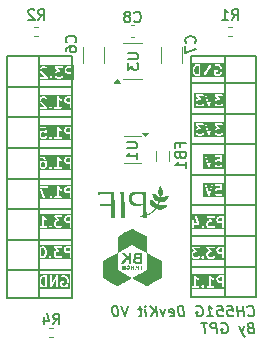
<source format=gbr>
%TF.GenerationSoftware,KiCad,Pcbnew,8.0.7*%
%TF.CreationDate,2024-12-10T14:46:16+07:00*%
%TF.ProjectId,CH551G_DEVKIT_V0,43483535-3147-45f4-9445-564b49545f56,rev?*%
%TF.SameCoordinates,Original*%
%TF.FileFunction,Legend,Bot*%
%TF.FilePolarity,Positive*%
%FSLAX46Y46*%
G04 Gerber Fmt 4.6, Leading zero omitted, Abs format (unit mm)*
G04 Created by KiCad (PCBNEW 8.0.7) date 2024-12-10 14:46:16*
%MOMM*%
%LPD*%
G01*
G04 APERTURE LIST*
%ADD10C,0.150000*%
%ADD11C,0.000000*%
%ADD12C,0.152400*%
%ADD13C,0.120000*%
G04 APERTURE END LIST*
D10*
X199136000Y-93573600D02*
X204622400Y-93573600D01*
X204622400Y-96164400D01*
X199136000Y-96164400D01*
X199136000Y-93573600D01*
X199136000Y-80924400D02*
X204647800Y-80924400D01*
X204647800Y-101346000D01*
X199136000Y-101346000D01*
X199136000Y-80924400D01*
X183591200Y-93903800D02*
X189103000Y-93903800D01*
X189103000Y-96494600D01*
X183591200Y-96494600D01*
X183591200Y-93903800D01*
D11*
G36*
X191693356Y-92429168D02*
G01*
X191696042Y-92429179D01*
X191808826Y-92429689D01*
X191823201Y-92429760D01*
X191832710Y-92429806D01*
X191837404Y-92429828D01*
X191863720Y-92429962D01*
X192005449Y-92430248D01*
X192147178Y-92429962D01*
X192191540Y-92429851D01*
X192271252Y-92429654D01*
X192276015Y-92429642D01*
X192295121Y-92429594D01*
X192347940Y-92429461D01*
X192352736Y-92429449D01*
X192432771Y-92429251D01*
X192477436Y-92429140D01*
X192670241Y-92428884D01*
X192670564Y-92490910D01*
X192670769Y-92527834D01*
X192671375Y-92608475D01*
X192672566Y-92689110D01*
X192672733Y-92697820D01*
X192675384Y-92824447D01*
X192678408Y-92951065D01*
X192678654Y-92960907D01*
X192686270Y-93227539D01*
X192693025Y-93423990D01*
X192693165Y-93427800D01*
X192700141Y-93615006D01*
X192704529Y-93732282D01*
X192704675Y-93736250D01*
X192705849Y-93767899D01*
X192711113Y-93909420D01*
X192711655Y-93923948D01*
X192716605Y-94056152D01*
X192721965Y-94188339D01*
X192722127Y-94192062D01*
X192725271Y-94260193D01*
X192728967Y-94328296D01*
X192729165Y-94331603D01*
X192734489Y-94413196D01*
X192740335Y-94494755D01*
X192745420Y-94565433D01*
X192747326Y-94591929D01*
X192750220Y-94632877D01*
X192751413Y-94653364D01*
X192752262Y-94673874D01*
X192730741Y-94673924D01*
X192719981Y-94673861D01*
X192709223Y-94673670D01*
X192706094Y-94673584D01*
X192702814Y-94673495D01*
X192676136Y-94672916D01*
X192649457Y-94672584D01*
X192596092Y-94672389D01*
X192583295Y-94672381D01*
X192533497Y-94672533D01*
X192508602Y-94672827D01*
X192483705Y-94673317D01*
X192468823Y-94673621D01*
X192453944Y-94673808D01*
X192439064Y-94673889D01*
X192424179Y-94673874D01*
X192423257Y-94567142D01*
X192422807Y-94515010D01*
X192421751Y-94398089D01*
X192420256Y-94281172D01*
X192420210Y-94278322D01*
X192418596Y-94184586D01*
X192418411Y-94174428D01*
X192410709Y-93832466D01*
X192405658Y-93636707D01*
X192314459Y-93634732D01*
X192304984Y-93634542D01*
X192300218Y-93634446D01*
X192268126Y-93633772D01*
X192189340Y-93632381D01*
X192110554Y-93631594D01*
X191952966Y-93631167D01*
X191933989Y-93631166D01*
X191806836Y-93631388D01*
X191743262Y-93631832D01*
X191679689Y-93632628D01*
X191669129Y-93632795D01*
X191563870Y-93634534D01*
X191523702Y-93635223D01*
X191440653Y-93636649D01*
X191437283Y-93636707D01*
X191436435Y-93608066D01*
X191435994Y-93593287D01*
X191434466Y-93550393D01*
X191432423Y-93507533D01*
X191429927Y-93464695D01*
X191427041Y-93421869D01*
X191426699Y-93417103D01*
X191486693Y-93418387D01*
X191546690Y-93419501D01*
X191565723Y-93419831D01*
X191660235Y-93421252D01*
X191754754Y-93422133D01*
X191943800Y-93422723D01*
X191958773Y-93422727D01*
X192117677Y-93422050D01*
X192197114Y-93420987D01*
X192276555Y-93419292D01*
X192329005Y-93418133D01*
X192381461Y-93417265D01*
X192385409Y-93417206D01*
X192389397Y-93417147D01*
X192392428Y-93417103D01*
X192391230Y-93388896D01*
X192390222Y-93360681D01*
X192389954Y-93352388D01*
X192389208Y-93329296D01*
X192388396Y-93304133D01*
X192386430Y-93243229D01*
X192385496Y-93214242D01*
X192382300Y-93114950D01*
X192382100Y-93108730D01*
X192382000Y-93105614D01*
X192381498Y-93089987D01*
X192381397Y-93086853D01*
X192378152Y-92986215D01*
X192374707Y-92879356D01*
X192374330Y-92867600D01*
X192374236Y-92864676D01*
X192372740Y-92818366D01*
X192371318Y-92774207D01*
X192370498Y-92748660D01*
X192368998Y-92699743D01*
X192368572Y-92675280D01*
X192368584Y-92650808D01*
X192368616Y-92648488D01*
X192033906Y-92646256D01*
X191836055Y-92645592D01*
X191833000Y-92645594D01*
X191735971Y-92645924D01*
X191638947Y-92646990D01*
X191618117Y-92647294D01*
X191550880Y-92648447D01*
X191483643Y-92650196D01*
X191416425Y-92652563D01*
X191349247Y-92655568D01*
X191322493Y-92656762D01*
X191295731Y-92657749D01*
X191294073Y-92615692D01*
X191292029Y-92573686D01*
X191289554Y-92531705D01*
X191286600Y-92489722D01*
X191285725Y-92478262D01*
X191285308Y-92472783D01*
X191284217Y-92458069D01*
X191283728Y-92450709D01*
X191283292Y-92443344D01*
X191283118Y-92440159D01*
X191282501Y-92428884D01*
X191419961Y-92428803D01*
X191425459Y-92428801D01*
X191693356Y-92429168D01*
G37*
D10*
X183591200Y-80949800D02*
X186258200Y-80949800D01*
X186258200Y-101396800D01*
X183591200Y-101396800D01*
X183591200Y-80949800D01*
X183591200Y-86131400D02*
X189103000Y-86131400D01*
X189103000Y-88722200D01*
X183591200Y-88722200D01*
X183591200Y-86131400D01*
X199136000Y-88392000D02*
X204622400Y-88392000D01*
X204622400Y-90982800D01*
X199136000Y-90982800D01*
X199136000Y-88392000D01*
X199136000Y-96164400D02*
X204622400Y-96164400D01*
X204622400Y-98755200D01*
X199136000Y-98755200D01*
X199136000Y-96164400D01*
D11*
G36*
X193229887Y-92429121D02*
G01*
X193278447Y-92429678D01*
X193326997Y-92429934D01*
X193375548Y-92429871D01*
X193424110Y-92429473D01*
X193428463Y-92429422D01*
X193448998Y-92429169D01*
X193478984Y-92428910D01*
X193508970Y-92428884D01*
X193508904Y-92526390D01*
X193508875Y-92573921D01*
X193508847Y-92615563D01*
X193508836Y-92637708D01*
X193508819Y-92658665D01*
X193508820Y-92666626D01*
X193508901Y-92686027D01*
X193509182Y-92705422D01*
X193510096Y-92744210D01*
X193510389Y-92755351D01*
X193511843Y-92810402D01*
X193511962Y-92814806D01*
X193519380Y-93081082D01*
X193519471Y-93084224D01*
X193531497Y-93441763D01*
X193539356Y-93664856D01*
X193544457Y-93798317D01*
X193548207Y-93886961D01*
X193548758Y-93899585D01*
X193548895Y-93902728D01*
X193550900Y-93949074D01*
X193551030Y-93952108D01*
X193551548Y-93964192D01*
X193562839Y-94196069D01*
X193571022Y-94350687D01*
X193577143Y-94453796D01*
X193582246Y-94531148D01*
X193582429Y-94533855D01*
X193585887Y-94584551D01*
X193588911Y-94629187D01*
X193590143Y-94651519D01*
X193590991Y-94673874D01*
X193577960Y-94673887D01*
X193564933Y-94673826D01*
X193551908Y-94673673D01*
X193538880Y-94673411D01*
X193514234Y-94672896D01*
X193489591Y-94672572D01*
X193440295Y-94672374D01*
X193418049Y-94672378D01*
X193368448Y-94672528D01*
X193343651Y-94672820D01*
X193318853Y-94673317D01*
X193304535Y-94673619D01*
X193290221Y-94673807D01*
X193275906Y-94673889D01*
X193261585Y-94673874D01*
X193260999Y-94667752D01*
X193260516Y-94661637D01*
X193260321Y-94658578D01*
X193260163Y-94655515D01*
X193260045Y-94652446D01*
X193259969Y-94649369D01*
X193259924Y-94645816D01*
X193259793Y-94637679D01*
X193259418Y-94613798D01*
X193259284Y-94605709D01*
X193257958Y-94534533D01*
X193257811Y-94527165D01*
X193235261Y-93742376D01*
X193221971Y-93295446D01*
X193214678Y-93073762D01*
X193210119Y-92964713D01*
X193209991Y-92962019D01*
X193199337Y-92755043D01*
X193194034Y-92663845D01*
X193188450Y-92576177D01*
X193188240Y-92573035D01*
X193183921Y-92508897D01*
X193182567Y-92489035D01*
X193181487Y-92473259D01*
X193180817Y-92463514D01*
X193180510Y-92458984D01*
X193180044Y-92451457D01*
X193179723Y-92443944D01*
X193179620Y-92440187D01*
X193179558Y-92436426D01*
X193179539Y-92432659D01*
X193179564Y-92428884D01*
X193204726Y-92428880D01*
X193229887Y-92429121D01*
G37*
D10*
X199136000Y-83210400D02*
X204622400Y-83210400D01*
X204622400Y-85801200D01*
X199136000Y-85801200D01*
X199136000Y-83210400D01*
X199136000Y-98755200D02*
X204622400Y-98755200D01*
X204622400Y-101346000D01*
X199136000Y-101346000D01*
X199136000Y-98755200D01*
X183591200Y-91313000D02*
X189103000Y-91313000D01*
X189103000Y-93903800D01*
X183591200Y-93903800D01*
X183591200Y-91313000D01*
X199136000Y-90982800D02*
X204622400Y-90982800D01*
X204622400Y-93573600D01*
X199136000Y-93573600D01*
X199136000Y-90982800D01*
X183591200Y-80949800D02*
X189103000Y-80949800D01*
X189103000Y-101396800D01*
X183591200Y-101396800D01*
X183591200Y-80949800D01*
X199136000Y-85801200D02*
X204622400Y-85801200D01*
X204622400Y-88392000D01*
X199136000Y-88392000D01*
X199136000Y-85801200D01*
D11*
G36*
X196551185Y-91922579D02*
G01*
X196553525Y-91922759D01*
X196555844Y-91923062D01*
X196558128Y-91923482D01*
X196560361Y-91924014D01*
X196562529Y-91924655D01*
X196564618Y-91925399D01*
X196566613Y-91926243D01*
X196569703Y-91927912D01*
X196570963Y-91928583D01*
X196571540Y-91928902D01*
X196572085Y-91929216D01*
X196572601Y-91929529D01*
X196573092Y-91929847D01*
X196573559Y-91930175D01*
X196574005Y-91930516D01*
X196574434Y-91930877D01*
X196574848Y-91931261D01*
X196575250Y-91931674D01*
X196575642Y-91932121D01*
X196576029Y-91932605D01*
X196576411Y-91933133D01*
X196576792Y-91933708D01*
X196577175Y-91934335D01*
X196578137Y-91936759D01*
X196580782Y-91936759D01*
X196582217Y-91939304D01*
X196582748Y-91940218D01*
X196583237Y-91941023D01*
X196583745Y-91941816D01*
X196584333Y-91942697D01*
X196585991Y-91945110D01*
X196587034Y-91946640D01*
X196588057Y-91948184D01*
X196589060Y-91949741D01*
X196590043Y-91951311D01*
X196590953Y-91953709D01*
X196591402Y-91954830D01*
X196591636Y-91955374D01*
X196591881Y-91955908D01*
X196592141Y-91956434D01*
X196592418Y-91956952D01*
X196592715Y-91957462D01*
X196593037Y-91957967D01*
X196593385Y-91958466D01*
X196593764Y-91958961D01*
X196594177Y-91959452D01*
X196594627Y-91959941D01*
X196595442Y-91960731D01*
X196596091Y-91961394D01*
X196596373Y-91961708D01*
X196596637Y-91962026D01*
X196596891Y-91962359D01*
X196597144Y-91962720D01*
X196597402Y-91963120D01*
X196597675Y-91963571D01*
X196598293Y-91964674D01*
X196599063Y-91966123D01*
X196600047Y-91968013D01*
X196600820Y-91969478D01*
X196601614Y-91970933D01*
X196602430Y-91972374D01*
X196602848Y-91973090D01*
X196603272Y-91973801D01*
X196605918Y-91975124D01*
X196606812Y-91977444D01*
X196607270Y-91978578D01*
X196607750Y-91979695D01*
X196608263Y-91980796D01*
X196608535Y-91981340D01*
X196608820Y-91981880D01*
X196609118Y-91982416D01*
X196609431Y-91982948D01*
X196609761Y-91983477D01*
X196610109Y-91984002D01*
X196611979Y-91986532D01*
X196612861Y-91987775D01*
X196613702Y-91989026D01*
X196614107Y-91989661D01*
X196614499Y-91990304D01*
X196614880Y-91990959D01*
X196615248Y-91991626D01*
X196615603Y-91992309D01*
X196615944Y-91993009D01*
X196616271Y-91993729D01*
X196616584Y-91994471D01*
X196616962Y-91995567D01*
X196617125Y-91996021D01*
X196617277Y-91996425D01*
X196617424Y-91996788D01*
X196617571Y-91997120D01*
X196617723Y-91997428D01*
X196617887Y-91997723D01*
X196618066Y-91998012D01*
X196618267Y-91998307D01*
X196618495Y-91998614D01*
X196618755Y-91998944D01*
X196619052Y-91999306D01*
X196619392Y-91999709D01*
X196620222Y-92000672D01*
X196621876Y-92002757D01*
X196623465Y-92004877D01*
X196624984Y-92007037D01*
X196626425Y-92009242D01*
X196627116Y-92010363D01*
X196627784Y-92011498D01*
X196628431Y-92012646D01*
X196629054Y-92013808D01*
X196629653Y-92014986D01*
X196630228Y-92016179D01*
X196630778Y-92017388D01*
X196631301Y-92018615D01*
X196632376Y-92021426D01*
X196633252Y-92022304D01*
X196633929Y-92022994D01*
X196634207Y-92023288D01*
X196634454Y-92023557D01*
X196634674Y-92023809D01*
X196634875Y-92024052D01*
X196635063Y-92024293D01*
X196635242Y-92024540D01*
X196635420Y-92024800D01*
X196635602Y-92025081D01*
X196636004Y-92025735D01*
X196636495Y-92026562D01*
X196638149Y-92029644D01*
X196639826Y-92032708D01*
X196640681Y-92034231D01*
X196641552Y-92035745D01*
X196642441Y-92037249D01*
X196643352Y-92038743D01*
X196645370Y-92041936D01*
X196646351Y-92043538D01*
X196647311Y-92045150D01*
X196648248Y-92046774D01*
X196649159Y-92048417D01*
X196650043Y-92050080D01*
X196650897Y-92051770D01*
X196652208Y-92054415D01*
X196653550Y-92057041D01*
X196654924Y-92059649D01*
X196656326Y-92062240D01*
X196657757Y-92064816D01*
X196659215Y-92067378D01*
X196662204Y-92072467D01*
X196664288Y-92075917D01*
X196666339Y-92079375D01*
X196667344Y-92081115D01*
X196668332Y-92082866D01*
X196669300Y-92084632D01*
X196670245Y-92086414D01*
X196672064Y-92090217D01*
X196674076Y-92094096D01*
X196675038Y-92096031D01*
X196675956Y-92097978D01*
X196676823Y-92099947D01*
X196677627Y-92101949D01*
X196678002Y-92102965D01*
X196678359Y-92103994D01*
X196678695Y-92105036D01*
X196679009Y-92106092D01*
X196680001Y-92110061D01*
X196682647Y-92110061D01*
X196683173Y-92111858D01*
X196683454Y-92112730D01*
X196683747Y-92113586D01*
X196684053Y-92114427D01*
X196684374Y-92115256D01*
X196684709Y-92116074D01*
X196685059Y-92116883D01*
X196685426Y-92117683D01*
X196685811Y-92118478D01*
X196686213Y-92119268D01*
X196686633Y-92120055D01*
X196687073Y-92120841D01*
X196687534Y-92121628D01*
X196688015Y-92122416D01*
X196688517Y-92123208D01*
X196689306Y-92124445D01*
X196690053Y-92125662D01*
X196690764Y-92126872D01*
X196691444Y-92128086D01*
X196692100Y-92129315D01*
X196692736Y-92130572D01*
X196693359Y-92131867D01*
X196693975Y-92133212D01*
X196694730Y-92135038D01*
X196695504Y-92136856D01*
X196695902Y-92137761D01*
X196696308Y-92138661D01*
X196696724Y-92139557D01*
X196697153Y-92140447D01*
X196698727Y-92143571D01*
X196700257Y-92146701D01*
X196701735Y-92149856D01*
X196702452Y-92151449D01*
X196703152Y-92153056D01*
X196703938Y-92154878D01*
X196704738Y-92156695D01*
X196705562Y-92158501D01*
X196705985Y-92159398D01*
X196706418Y-92160291D01*
X196708436Y-92164274D01*
X196709437Y-92166269D01*
X196710428Y-92168269D01*
X196711748Y-92171375D01*
X196713083Y-92174470D01*
X196713766Y-92176010D01*
X196714465Y-92177543D01*
X196715184Y-92179068D01*
X196715927Y-92180584D01*
X196717162Y-92183027D01*
X196718368Y-92185474D01*
X196719544Y-92187927D01*
X196720689Y-92190392D01*
X196721802Y-92192870D01*
X196722883Y-92195366D01*
X196723931Y-92197884D01*
X196724944Y-92200428D01*
X196727869Y-92208086D01*
X196729528Y-92212422D01*
X196730777Y-92215669D01*
X196732044Y-92218906D01*
X196733339Y-92222132D01*
X196734670Y-92225346D01*
X196736647Y-92230058D01*
X196737597Y-92232412D01*
X196738515Y-92234775D01*
X196739395Y-92237150D01*
X196740233Y-92239546D01*
X196741025Y-92241967D01*
X196741765Y-92244420D01*
X196742169Y-92245896D01*
X196742592Y-92247367D01*
X196743036Y-92248832D01*
X196743501Y-92250290D01*
X196744193Y-92251370D01*
X196744841Y-92252461D01*
X196745448Y-92253565D01*
X196746016Y-92254682D01*
X196746548Y-92255810D01*
X196747047Y-92256949D01*
X196747515Y-92258100D01*
X196747956Y-92259262D01*
X196748766Y-92261618D01*
X196749498Y-92264016D01*
X196750175Y-92266452D01*
X196750819Y-92268925D01*
X196751322Y-92270972D01*
X196751856Y-92272994D01*
X196752422Y-92274995D01*
X196753021Y-92276980D01*
X196753655Y-92278955D01*
X196754324Y-92280925D01*
X196755030Y-92282894D01*
X196755774Y-92284867D01*
X196756543Y-92286905D01*
X196757265Y-92288942D01*
X196757943Y-92290981D01*
X196758578Y-92293029D01*
X196759170Y-92295089D01*
X196759720Y-92297165D01*
X196760229Y-92299264D01*
X196760699Y-92301388D01*
X196760996Y-92302842D01*
X196761316Y-92304292D01*
X196761657Y-92305737D01*
X196762022Y-92307176D01*
X196762425Y-92307971D01*
X196762801Y-92308753D01*
X196763152Y-92309523D01*
X196763478Y-92310285D01*
X196763781Y-92311042D01*
X196764063Y-92311797D01*
X196764324Y-92312551D01*
X196764567Y-92313309D01*
X196764792Y-92314073D01*
X196765000Y-92314846D01*
X196765375Y-92316429D01*
X196765702Y-92318082D01*
X196765991Y-92319826D01*
X196766278Y-92321632D01*
X196766593Y-92323434D01*
X196766938Y-92325230D01*
X196767314Y-92327019D01*
X196768188Y-92328337D01*
X196768545Y-92328886D01*
X196768855Y-92329376D01*
X196769122Y-92329820D01*
X196769353Y-92330228D01*
X196769551Y-92330614D01*
X196769722Y-92330988D01*
X196769870Y-92331361D01*
X196770002Y-92331747D01*
X196770121Y-92332155D01*
X196770232Y-92332598D01*
X196770341Y-92333088D01*
X196770453Y-92333636D01*
X196770704Y-92334952D01*
X196771168Y-92339068D01*
X196771406Y-92341120D01*
X196771691Y-92343157D01*
X196771862Y-92344169D01*
X196772057Y-92345174D01*
X196772281Y-92346171D01*
X196772537Y-92347161D01*
X196772830Y-92348141D01*
X196773164Y-92349112D01*
X196773542Y-92350071D01*
X196773970Y-92351018D01*
X196774394Y-92351835D01*
X196774718Y-92352484D01*
X196774849Y-92352764D01*
X196774962Y-92353025D01*
X196775061Y-92353274D01*
X196775148Y-92353520D01*
X196775225Y-92353769D01*
X196775295Y-92354031D01*
X196775360Y-92354311D01*
X196775423Y-92354619D01*
X196775553Y-92355346D01*
X196775706Y-92356274D01*
X196775875Y-92358561D01*
X196776065Y-92360836D01*
X196776293Y-92363107D01*
X196776426Y-92364244D01*
X196776574Y-92365384D01*
X196777275Y-92367858D01*
X196777917Y-92370315D01*
X196778499Y-92372766D01*
X196779023Y-92375218D01*
X196779489Y-92377681D01*
X196779897Y-92380165D01*
X196780249Y-92382677D01*
X196780543Y-92385228D01*
X196780833Y-92387881D01*
X196781153Y-92390524D01*
X196781498Y-92393165D01*
X196781866Y-92395811D01*
X196782507Y-92397982D01*
X196783096Y-92400126D01*
X196783630Y-92402254D01*
X196784106Y-92404380D01*
X196784521Y-92406517D01*
X196784875Y-92408676D01*
X196785162Y-92410870D01*
X196785383Y-92413112D01*
X196785592Y-92416011D01*
X196786334Y-92425407D01*
X196787083Y-92435134D01*
X196787576Y-92441312D01*
X196787772Y-92443832D01*
X196787986Y-92446346D01*
X196788222Y-92448858D01*
X196788480Y-92451374D01*
X196788917Y-92452252D01*
X196789095Y-92452618D01*
X196789248Y-92452944D01*
X196789379Y-92453239D01*
X196789489Y-92453511D01*
X196789582Y-92453767D01*
X196789659Y-92454015D01*
X196789722Y-92454263D01*
X196789775Y-92454517D01*
X196789817Y-92454787D01*
X196789853Y-92455079D01*
X196789885Y-92455402D01*
X196789913Y-92455763D01*
X196789971Y-92456630D01*
X196789974Y-92459864D01*
X196789987Y-92463530D01*
X196789979Y-92467497D01*
X196789984Y-92475755D01*
X196789976Y-92488820D01*
X196789983Y-92497334D01*
X196789979Y-92501396D01*
X196789987Y-92505364D01*
X196789974Y-92509029D01*
X196789964Y-92510491D01*
X196789935Y-92511953D01*
X196789883Y-92513414D01*
X196789803Y-92514874D01*
X196789260Y-92516371D01*
X196788846Y-92517554D01*
X196788681Y-92518063D01*
X196788539Y-92518534D01*
X196788418Y-92518982D01*
X196788314Y-92519420D01*
X196788225Y-92519862D01*
X196788148Y-92520321D01*
X196788079Y-92520811D01*
X196788016Y-92521346D01*
X196787894Y-92522604D01*
X196787759Y-92524206D01*
X196787530Y-92526945D01*
X196786758Y-92535660D01*
X196785714Y-92547610D01*
X196785462Y-92550427D01*
X196785255Y-92552788D01*
X196785028Y-92555144D01*
X196784781Y-92557497D01*
X196784512Y-92559853D01*
X196783865Y-92561708D01*
X196783372Y-92563176D01*
X196783174Y-92563806D01*
X196783002Y-92564391D01*
X196782854Y-92564946D01*
X196782726Y-92565489D01*
X196782613Y-92566037D01*
X196782512Y-92566606D01*
X196782419Y-92567215D01*
X196782331Y-92567878D01*
X196782153Y-92569440D01*
X196781948Y-92571428D01*
X196781478Y-92574921D01*
X196781213Y-92576629D01*
X196780917Y-92578320D01*
X196780579Y-92580003D01*
X196780189Y-92581683D01*
X196779740Y-92583368D01*
X196779220Y-92585066D01*
X196778748Y-92586359D01*
X196778385Y-92587382D01*
X196778106Y-92588230D01*
X196777991Y-92588617D01*
X196777887Y-92588997D01*
X196777791Y-92589380D01*
X196777702Y-92589778D01*
X196777526Y-92590669D01*
X196777336Y-92591764D01*
X196777106Y-92593158D01*
X196776231Y-92599004D01*
X196775763Y-92601920D01*
X196775251Y-92604832D01*
X196774667Y-92605352D01*
X196774428Y-92605578D01*
X196774219Y-92605792D01*
X196774036Y-92606003D01*
X196773876Y-92606219D01*
X196773734Y-92606448D01*
X196773608Y-92606698D01*
X196773493Y-92606977D01*
X196773385Y-92607295D01*
X196773281Y-92607658D01*
X196773178Y-92608076D01*
X196772955Y-92609107D01*
X196772688Y-92610454D01*
X196771282Y-92615415D01*
X196770629Y-92617016D01*
X196770023Y-92618603D01*
X196769461Y-92620184D01*
X196768942Y-92621768D01*
X196768462Y-92623365D01*
X196768019Y-92624982D01*
X196767609Y-92626629D01*
X196767231Y-92628314D01*
X196766943Y-92629724D01*
X196766641Y-92631132D01*
X196766325Y-92632536D01*
X196765991Y-92633936D01*
X196765485Y-92634391D01*
X196765277Y-92634585D01*
X196765093Y-92634764D01*
X196764932Y-92634934D01*
X196764789Y-92635100D01*
X196764660Y-92635269D01*
X196764542Y-92635445D01*
X196764431Y-92635634D01*
X196764325Y-92635843D01*
X196764219Y-92636077D01*
X196764109Y-92636341D01*
X196763993Y-92636641D01*
X196763866Y-92636984D01*
X196763567Y-92637817D01*
X196762270Y-92641130D01*
X196760849Y-92644737D01*
X196759402Y-92648408D01*
X196757945Y-92652075D01*
X196756565Y-92655516D01*
X196755314Y-92658643D01*
X196754085Y-92661717D01*
X196753171Y-92664055D01*
X196752704Y-92665211D01*
X196752225Y-92666360D01*
X196751730Y-92667501D01*
X196751214Y-92668635D01*
X196750674Y-92669763D01*
X196750105Y-92670885D01*
X196748114Y-92674379D01*
X196746150Y-92677886D01*
X196744216Y-92681411D01*
X196742318Y-92684956D01*
X196738884Y-92691414D01*
X196735391Y-92697827D01*
X196733608Y-92701012D01*
X196731795Y-92704182D01*
X196729946Y-92707335D01*
X196728055Y-92710469D01*
X196726303Y-92713311D01*
X196724621Y-92716103D01*
X196723769Y-92717478D01*
X196722906Y-92718841D01*
X196722028Y-92720195D01*
X196721132Y-92721542D01*
X196720216Y-92722884D01*
X196719275Y-92724225D01*
X196718260Y-92725635D01*
X196717262Y-92727054D01*
X196715306Y-92729915D01*
X196713393Y-92732804D01*
X196711503Y-92735718D01*
X196710343Y-92737543D01*
X196709930Y-92738178D01*
X196709569Y-92738711D01*
X196709218Y-92739207D01*
X196708832Y-92739726D01*
X196708368Y-92740334D01*
X196707782Y-92741092D01*
X196705137Y-92741092D01*
X196705133Y-92741971D01*
X196705126Y-92742336D01*
X196705111Y-92742662D01*
X196705086Y-92742957D01*
X196705050Y-92743228D01*
X196704999Y-92743483D01*
X196704931Y-92743729D01*
X196704844Y-92743975D01*
X196704735Y-92744227D01*
X196704603Y-92744494D01*
X196704443Y-92744783D01*
X196704255Y-92745101D01*
X196704036Y-92745457D01*
X196703493Y-92746312D01*
X196701333Y-92749195D01*
X196700065Y-92750909D01*
X196699611Y-92751508D01*
X196699212Y-92752014D01*
X196698820Y-92752489D01*
X196698386Y-92752992D01*
X196697862Y-92753582D01*
X196697199Y-92754322D01*
X196694553Y-92754322D01*
X196694550Y-92755199D01*
X196694541Y-92755561D01*
X196694525Y-92755881D01*
X196694498Y-92756165D01*
X196694480Y-92756297D01*
X196694458Y-92756421D01*
X196694432Y-92756541D01*
X196694401Y-92756655D01*
X196694366Y-92756766D01*
X196694327Y-92756874D01*
X196694281Y-92756979D01*
X196694230Y-92757083D01*
X196694174Y-92757187D01*
X196694110Y-92757291D01*
X196694041Y-92757396D01*
X196693964Y-92757503D01*
X196693788Y-92757726D01*
X196693580Y-92757967D01*
X196693338Y-92758233D01*
X196692739Y-92758864D01*
X196690585Y-92760936D01*
X196689664Y-92762278D01*
X196688731Y-92763591D01*
X196687784Y-92764878D01*
X196686823Y-92766142D01*
X196684857Y-92768605D01*
X196682830Y-92770997D01*
X196680739Y-92773337D01*
X196678580Y-92775641D01*
X196676351Y-92777927D01*
X196674048Y-92780211D01*
X196671551Y-92782652D01*
X196669067Y-92785105D01*
X196664126Y-92790040D01*
X196659832Y-92794401D01*
X196655521Y-92798745D01*
X196653347Y-92800898D01*
X196651155Y-92803032D01*
X196648939Y-92805142D01*
X196646696Y-92807223D01*
X196644117Y-92809471D01*
X196642848Y-92810581D01*
X196641571Y-92811681D01*
X196640285Y-92812772D01*
X196638991Y-92813853D01*
X196637747Y-92814727D01*
X196636519Y-92815607D01*
X196635308Y-92816496D01*
X196634110Y-92817399D01*
X196632926Y-92818319D01*
X196631754Y-92819259D01*
X196630593Y-92820224D01*
X196629441Y-92821217D01*
X196628895Y-92821996D01*
X196628412Y-92822752D01*
X196627988Y-92823492D01*
X196627619Y-92824218D01*
X196627300Y-92824937D01*
X196627026Y-92825652D01*
X196626795Y-92826370D01*
X196626600Y-92827093D01*
X196626438Y-92827828D01*
X196626304Y-92828580D01*
X196626193Y-92829352D01*
X196626103Y-92830150D01*
X196625961Y-92831843D01*
X196625844Y-92833697D01*
X196625853Y-92835579D01*
X196625833Y-92837391D01*
X196625774Y-92839154D01*
X196625664Y-92840891D01*
X196625494Y-92842621D01*
X196625254Y-92844367D01*
X196625103Y-92845252D01*
X196624931Y-92846150D01*
X196624736Y-92847061D01*
X196624516Y-92847990D01*
X196623374Y-92853561D01*
X196622999Y-92855582D01*
X196622710Y-92857391D01*
X196622477Y-92859208D01*
X196622268Y-92861257D01*
X196621793Y-92866935D01*
X196621443Y-92871282D01*
X196621241Y-92873425D01*
X196620993Y-92875551D01*
X196620680Y-92877665D01*
X196620493Y-92878718D01*
X196620283Y-92879771D01*
X196620046Y-92880822D01*
X196619780Y-92881872D01*
X196619483Y-92882922D01*
X196619152Y-92883973D01*
X196618879Y-92884821D01*
X196618629Y-92885664D01*
X196618401Y-92886501D01*
X196618193Y-92887335D01*
X196617831Y-92888997D01*
X196617533Y-92890660D01*
X196617284Y-92892332D01*
X196617073Y-92894024D01*
X196616716Y-92897504D01*
X196616106Y-92904408D01*
X196615793Y-92907723D01*
X196615669Y-92909063D01*
X196615527Y-92910402D01*
X196615365Y-92911739D01*
X196615178Y-92913071D01*
X196614348Y-92915029D01*
X196613723Y-92916586D01*
X196613478Y-92917261D01*
X196613274Y-92917893D01*
X196613106Y-92918500D01*
X196612970Y-92919101D01*
X196612864Y-92919715D01*
X196612783Y-92920362D01*
X196612723Y-92921059D01*
X196612681Y-92921826D01*
X196612635Y-92923645D01*
X196612615Y-92925970D01*
X196612257Y-92929986D01*
X196612053Y-92931964D01*
X196611803Y-92933924D01*
X196611653Y-92934899D01*
X196611482Y-92935870D01*
X196611289Y-92936838D01*
X196611070Y-92937803D01*
X196610822Y-92938765D01*
X196610542Y-92939725D01*
X196610228Y-92940682D01*
X196609876Y-92941638D01*
X196609614Y-92942300D01*
X196609375Y-92942959D01*
X196609157Y-92943615D01*
X196608958Y-92944269D01*
X196608778Y-92944923D01*
X196608615Y-92945577D01*
X196608334Y-92946888D01*
X196608102Y-92948211D01*
X196607909Y-92949554D01*
X196607743Y-92950924D01*
X196607592Y-92952328D01*
X196607321Y-92955010D01*
X196607026Y-92957666D01*
X196606688Y-92960299D01*
X196606291Y-92962914D01*
X196605818Y-92965514D01*
X196605251Y-92968103D01*
X196604927Y-92969395D01*
X196604573Y-92970685D01*
X196604188Y-92971975D01*
X196603768Y-92973264D01*
X196601949Y-92977894D01*
X196603612Y-92976583D01*
X196605269Y-92975264D01*
X196608564Y-92972603D01*
X196609541Y-92971596D01*
X196610527Y-92970597D01*
X196611524Y-92969610D01*
X196612532Y-92968634D01*
X196616501Y-92967311D01*
X196616999Y-92966334D01*
X196617225Y-92965924D01*
X196617452Y-92965554D01*
X196617691Y-92965214D01*
X196617953Y-92964895D01*
X196618251Y-92964587D01*
X196618596Y-92964279D01*
X196618999Y-92963963D01*
X196619473Y-92963629D01*
X196620028Y-92963267D01*
X196620677Y-92962867D01*
X196622301Y-92961915D01*
X196624439Y-92960697D01*
X196626111Y-92959735D01*
X196627772Y-92958755D01*
X196629420Y-92957753D01*
X196631053Y-92956728D01*
X196631494Y-92955852D01*
X196631682Y-92955493D01*
X196631854Y-92955179D01*
X196632017Y-92954904D01*
X196632175Y-92954662D01*
X196632335Y-92954449D01*
X196632416Y-92954351D01*
X196632500Y-92954258D01*
X196632587Y-92954168D01*
X196632677Y-92954083D01*
X196632772Y-92954000D01*
X196632872Y-92953919D01*
X196633088Y-92953760D01*
X196633332Y-92953600D01*
X196633609Y-92953434D01*
X196633925Y-92953256D01*
X196634691Y-92952842D01*
X196636250Y-92952084D01*
X196637782Y-92951295D01*
X196639290Y-92950474D01*
X196640775Y-92949618D01*
X196642240Y-92948728D01*
X196643687Y-92947801D01*
X196645116Y-92946837D01*
X196646530Y-92945834D01*
X196647831Y-92944880D01*
X196649107Y-92943963D01*
X196650374Y-92943086D01*
X196651649Y-92942250D01*
X196652951Y-92941459D01*
X196653617Y-92941080D01*
X196654295Y-92940713D01*
X196654989Y-92940357D01*
X196655700Y-92940014D01*
X196656430Y-92939683D01*
X196657181Y-92939365D01*
X196660157Y-92938207D01*
X196660987Y-92937360D01*
X196661797Y-92936562D01*
X196662604Y-92935805D01*
X196663422Y-92935085D01*
X196663840Y-92934736D01*
X196664265Y-92934394D01*
X196664701Y-92934058D01*
X196665148Y-92933727D01*
X196665609Y-92933401D01*
X196666086Y-92933078D01*
X196666580Y-92932758D01*
X196667092Y-92932440D01*
X196670575Y-92930600D01*
X196674508Y-92928507D01*
X196678664Y-92926292D01*
X196682807Y-92924053D01*
X196691189Y-92919469D01*
X196699657Y-92914931D01*
X196703931Y-92912736D01*
X196708237Y-92910622D01*
X196712578Y-92908610D01*
X196716956Y-92906723D01*
X196718643Y-92906022D01*
X196720321Y-92905299D01*
X196721991Y-92904560D01*
X196723657Y-92903811D01*
X196724101Y-92902935D01*
X196724294Y-92902576D01*
X196724477Y-92902262D01*
X196724656Y-92901987D01*
X196724841Y-92901746D01*
X196725036Y-92901532D01*
X196725140Y-92901434D01*
X196725249Y-92901341D01*
X196725365Y-92901252D01*
X196725488Y-92901166D01*
X196725758Y-92901002D01*
X196726068Y-92900843D01*
X196726425Y-92900683D01*
X196726834Y-92900517D01*
X196727304Y-92900340D01*
X196728453Y-92899925D01*
X196730216Y-92899350D01*
X196731959Y-92898742D01*
X196733684Y-92898105D01*
X196735396Y-92897441D01*
X196737098Y-92896751D01*
X196738793Y-92896038D01*
X196742178Y-92894551D01*
X196746466Y-92892519D01*
X196750769Y-92890510D01*
X196752939Y-92889549D01*
X196755128Y-92888637D01*
X196757341Y-92887788D01*
X196759583Y-92887016D01*
X196765991Y-92885290D01*
X196769960Y-92882644D01*
X196774593Y-92881332D01*
X196779220Y-92879999D01*
X196780201Y-92879026D01*
X196780620Y-92878629D01*
X196781008Y-92878283D01*
X196781377Y-92877983D01*
X196781740Y-92877722D01*
X196782110Y-92877496D01*
X196782500Y-92877298D01*
X196782921Y-92877122D01*
X196783386Y-92876963D01*
X196783909Y-92876814D01*
X196784501Y-92876671D01*
X196785176Y-92876526D01*
X196785945Y-92876375D01*
X196787819Y-92876030D01*
X196789674Y-92875714D01*
X196790336Y-92875591D01*
X196790913Y-92875471D01*
X196791475Y-92875338D01*
X196792093Y-92875177D01*
X196793772Y-92874707D01*
X196794654Y-92873832D01*
X196795029Y-92873476D01*
X196795373Y-92873167D01*
X196795697Y-92872901D01*
X196796012Y-92872672D01*
X196796328Y-92872477D01*
X196796656Y-92872309D01*
X196797006Y-92872165D01*
X196797389Y-92872039D01*
X196797815Y-92871927D01*
X196798295Y-92871823D01*
X196798840Y-92871724D01*
X196799459Y-92871623D01*
X196800965Y-92871400D01*
X196805678Y-92870738D01*
X196806994Y-92869863D01*
X196808019Y-92869192D01*
X196808448Y-92868921D01*
X196808834Y-92868684D01*
X196809188Y-92868477D01*
X196809520Y-92868294D01*
X196809841Y-92868130D01*
X196810159Y-92867980D01*
X196810486Y-92867837D01*
X196810832Y-92867698D01*
X196811206Y-92867555D01*
X196811619Y-92867405D01*
X196812603Y-92867059D01*
X196815931Y-92866108D01*
X196819402Y-92865109D01*
X196822876Y-92864124D01*
X196827511Y-92862817D01*
X196832137Y-92861478D01*
X196833789Y-92860792D01*
X196835423Y-92860172D01*
X196837049Y-92859612D01*
X196838679Y-92859106D01*
X196840322Y-92858649D01*
X196841991Y-92858234D01*
X196843696Y-92857856D01*
X196845448Y-92857509D01*
X196846671Y-92857294D01*
X196847850Y-92857072D01*
X196848995Y-92856829D01*
X196850116Y-92856556D01*
X196850670Y-92856403D01*
X196851223Y-92856239D01*
X196851774Y-92856060D01*
X196852326Y-92855866D01*
X196852879Y-92855655D01*
X196853435Y-92855425D01*
X196853994Y-92855175D01*
X196854559Y-92854905D01*
X196855462Y-92854452D01*
X196856184Y-92854100D01*
X196856800Y-92853819D01*
X196857092Y-92853697D01*
X196857385Y-92853582D01*
X196858012Y-92853360D01*
X196858756Y-92853126D01*
X196859690Y-92852851D01*
X196860889Y-92852507D01*
X196864879Y-92851556D01*
X196873147Y-92849572D01*
X196876542Y-92848765D01*
X196879923Y-92847921D01*
X196881605Y-92847470D01*
X196883280Y-92846992D01*
X196884947Y-92846480D01*
X196886604Y-92845928D01*
X196888540Y-92845255D01*
X196890445Y-92844633D01*
X196892335Y-92844067D01*
X196894225Y-92843561D01*
X196896130Y-92843118D01*
X196898065Y-92842743D01*
X196900045Y-92842440D01*
X196901057Y-92842317D01*
X196902086Y-92842213D01*
X196903769Y-92842136D01*
X196904372Y-92842097D01*
X196904899Y-92842050D01*
X196905416Y-92841987D01*
X196905986Y-92841901D01*
X196907543Y-92841634D01*
X196908861Y-92840759D01*
X196909411Y-92840402D01*
X196909904Y-92840093D01*
X196910352Y-92839825D01*
X196910767Y-92839595D01*
X196911161Y-92839397D01*
X196911547Y-92839226D01*
X196911936Y-92839077D01*
X196912341Y-92838946D01*
X196912772Y-92838827D01*
X196913244Y-92838716D01*
X196913767Y-92838606D01*
X196914353Y-92838495D01*
X196915765Y-92838244D01*
X196917934Y-92838015D01*
X196920117Y-92837811D01*
X196922303Y-92837594D01*
X196924478Y-92837324D01*
X196925557Y-92837159D01*
X196926629Y-92836966D01*
X196927692Y-92836741D01*
X196928744Y-92836480D01*
X196929783Y-92836177D01*
X196930809Y-92835828D01*
X196931819Y-92835428D01*
X196932813Y-92834973D01*
X196933648Y-92834551D01*
X196934319Y-92834229D01*
X196934614Y-92834099D01*
X196934894Y-92833987D01*
X196935167Y-92833890D01*
X196935444Y-92833805D01*
X196935731Y-92833731D01*
X196936038Y-92833664D01*
X196936374Y-92833603D01*
X196936748Y-92833544D01*
X196937642Y-92833426D01*
X196938792Y-92833288D01*
X196941576Y-92833143D01*
X196944345Y-92832953D01*
X196945726Y-92832836D01*
X196947108Y-92832701D01*
X196948491Y-92832548D01*
X196949876Y-92832374D01*
X196951661Y-92831328D01*
X196952498Y-92830863D01*
X196953309Y-92830434D01*
X196954099Y-92830040D01*
X196954878Y-92829680D01*
X196955651Y-92829352D01*
X196956427Y-92829056D01*
X196957213Y-92828790D01*
X196958015Y-92828553D01*
X196958842Y-92828343D01*
X196959701Y-92828159D01*
X196960599Y-92828000D01*
X196961544Y-92827865D01*
X196962542Y-92827752D01*
X196963601Y-92827661D01*
X196965465Y-92827557D01*
X196967326Y-92827425D01*
X196969186Y-92827266D01*
X196971043Y-92827082D01*
X196973175Y-92826478D01*
X196975289Y-92825905D01*
X196977392Y-92825368D01*
X196979496Y-92824871D01*
X196981609Y-92824420D01*
X196983742Y-92824021D01*
X196985904Y-92823678D01*
X196988105Y-92823397D01*
X196992260Y-92822961D01*
X196996409Y-92822477D01*
X196998477Y-92822195D01*
X197000539Y-92821875D01*
X197002593Y-92821507D01*
X197004638Y-92821082D01*
X197006556Y-92820565D01*
X197008450Y-92820112D01*
X197010330Y-92819716D01*
X197012208Y-92819376D01*
X197014094Y-92819087D01*
X197015999Y-92818844D01*
X197017933Y-92818644D01*
X197019908Y-92818483D01*
X197022614Y-92818313D01*
X197023955Y-92818205D01*
X197025290Y-92818075D01*
X197026621Y-92817919D01*
X197027952Y-92817730D01*
X197029282Y-92817505D01*
X197030616Y-92817238D01*
X197033415Y-92816608D01*
X197036203Y-92816049D01*
X197038987Y-92815554D01*
X197041773Y-92815118D01*
X197044567Y-92814735D01*
X197047376Y-92814400D01*
X197050206Y-92814108D01*
X197053064Y-92813853D01*
X197057055Y-92813532D01*
X197059049Y-92813362D01*
X197061041Y-92813169D01*
X197063027Y-92812941D01*
X197065007Y-92812667D01*
X197066978Y-92812334D01*
X197068939Y-92811931D01*
X197071895Y-92811184D01*
X197074372Y-92810603D01*
X197076717Y-92810143D01*
X197079279Y-92809758D01*
X197082406Y-92809402D01*
X197086447Y-92809031D01*
X197098662Y-92808061D01*
X197108275Y-92807313D01*
X197114404Y-92806820D01*
X197116932Y-92806621D01*
X197119455Y-92806405D01*
X197121977Y-92806170D01*
X197124501Y-92805915D01*
X197125818Y-92805478D01*
X197126849Y-92805147D01*
X197127285Y-92805015D01*
X197127681Y-92804902D01*
X197128050Y-92804807D01*
X197128401Y-92804726D01*
X197128746Y-92804659D01*
X197129095Y-92804601D01*
X197129460Y-92804551D01*
X197129850Y-92804507D01*
X197130753Y-92804427D01*
X197131889Y-92804342D01*
X197135963Y-92804220D01*
X197140464Y-92804070D01*
X197149069Y-92803813D01*
X197157651Y-92803461D01*
X197161936Y-92803209D01*
X197166217Y-92802883D01*
X197170495Y-92802468D01*
X197174772Y-92801947D01*
X197178069Y-92801080D01*
X197180854Y-92800425D01*
X197183535Y-92799948D01*
X197186523Y-92799613D01*
X197190226Y-92799387D01*
X197195056Y-92799235D01*
X197209730Y-92799015D01*
X197214046Y-92798985D01*
X197223374Y-92798926D01*
X197232980Y-92798887D01*
X197240207Y-92798805D01*
X197247433Y-92798751D01*
X197251997Y-92798737D01*
X197255050Y-92798701D01*
X197258095Y-92798697D01*
X197261140Y-92798737D01*
X197264191Y-92798830D01*
X197266005Y-92799111D01*
X197266766Y-92799255D01*
X197267452Y-92799419D01*
X197268084Y-92799614D01*
X197268677Y-92799853D01*
X197269251Y-92800150D01*
X197269824Y-92800516D01*
X197270413Y-92800965D01*
X197271038Y-92801509D01*
X197271714Y-92802161D01*
X197272462Y-92802933D01*
X197273299Y-92803839D01*
X197274242Y-92804890D01*
X197276523Y-92807481D01*
X197278786Y-92810463D01*
X197281070Y-92813434D01*
X197283251Y-92816499D01*
X197283990Y-92817534D01*
X197284566Y-92818355D01*
X197285026Y-92819038D01*
X197285418Y-92819662D01*
X197285786Y-92820304D01*
X197286178Y-92821042D01*
X197286641Y-92821952D01*
X197287220Y-92823113D01*
X197287579Y-92826091D01*
X197287855Y-92829138D01*
X197287945Y-92830677D01*
X197287995Y-92832220D01*
X197287999Y-92833763D01*
X197287950Y-92835301D01*
X197287842Y-92836831D01*
X197287669Y-92838347D01*
X197287425Y-92839846D01*
X197287102Y-92841323D01*
X197286695Y-92842774D01*
X197286197Y-92844194D01*
X197285603Y-92845580D01*
X197284905Y-92846926D01*
X197281928Y-92850894D01*
X197279200Y-92855029D01*
X197276637Y-92858832D01*
X197275412Y-92861028D01*
X197274974Y-92861797D01*
X197274590Y-92862449D01*
X197274214Y-92863063D01*
X197273800Y-92863715D01*
X197272668Y-92865447D01*
X197268699Y-92866769D01*
X197268681Y-92868211D01*
X197268639Y-92868843D01*
X197268556Y-92869450D01*
X197268419Y-92870056D01*
X197268215Y-92870686D01*
X197267931Y-92871365D01*
X197267552Y-92872118D01*
X197267066Y-92872970D01*
X197266458Y-92873946D01*
X197265717Y-92875071D01*
X197264827Y-92876369D01*
X197262551Y-92879588D01*
X197259521Y-92883802D01*
X197256143Y-92888494D01*
X197254472Y-92890853D01*
X197252824Y-92893228D01*
X197251458Y-92895554D01*
X197250780Y-92896678D01*
X197250085Y-92897777D01*
X197249727Y-92898318D01*
X197249358Y-92898851D01*
X197248977Y-92899379D01*
X197248582Y-92899900D01*
X197248172Y-92900416D01*
X197247743Y-92900925D01*
X197247295Y-92901428D01*
X197246824Y-92901925D01*
X197246150Y-92902542D01*
X197245624Y-92903035D01*
X197245404Y-92903252D01*
X197245205Y-92903456D01*
X197245022Y-92903655D01*
X197244850Y-92903854D01*
X197244684Y-92904061D01*
X197244518Y-92904281D01*
X197244348Y-92904520D01*
X197244167Y-92904786D01*
X197243754Y-92905421D01*
X197243238Y-92906235D01*
X197241662Y-92908855D01*
X197239931Y-92911676D01*
X197238745Y-92913603D01*
X197237558Y-92915483D01*
X197236352Y-92917319D01*
X197235109Y-92919111D01*
X197234468Y-92919992D01*
X197233812Y-92920862D01*
X197233138Y-92921723D01*
X197232444Y-92922574D01*
X197231728Y-92923416D01*
X197230988Y-92924249D01*
X197230221Y-92925072D01*
X197229425Y-92925887D01*
X197226366Y-92928947D01*
X197225925Y-92930263D01*
X197225566Y-92931291D01*
X197225403Y-92931724D01*
X197225246Y-92932116D01*
X197225088Y-92932478D01*
X197224925Y-92932820D01*
X197224750Y-92933154D01*
X197224559Y-92933489D01*
X197224346Y-92933837D01*
X197224106Y-92934207D01*
X197223526Y-92935057D01*
X197222774Y-92936124D01*
X197219065Y-92940970D01*
X197215398Y-92945841D01*
X197211786Y-92950752D01*
X197208241Y-92955718D01*
X197204950Y-92960349D01*
X197203283Y-92962639D01*
X197201595Y-92964910D01*
X197199881Y-92967161D01*
X197198137Y-92969392D01*
X197196358Y-92971601D01*
X197194539Y-92973788D01*
X197192006Y-92976733D01*
X197190750Y-92978208D01*
X197189514Y-92979695D01*
X197188307Y-92981205D01*
X197187138Y-92982744D01*
X197186571Y-92983529D01*
X197186017Y-92984324D01*
X197185477Y-92985131D01*
X197184952Y-92985951D01*
X197184160Y-92987417D01*
X197183380Y-92988784D01*
X197182988Y-92989437D01*
X197182591Y-92990073D01*
X197182185Y-92990695D01*
X197181769Y-92991305D01*
X197181339Y-92991906D01*
X197180892Y-92992500D01*
X197180426Y-92993089D01*
X197179938Y-92993677D01*
X197179424Y-92994266D01*
X197178884Y-92994859D01*
X197178312Y-92995457D01*
X197177707Y-92996064D01*
X197176895Y-92996873D01*
X197176105Y-92997692D01*
X197175336Y-92998521D01*
X197174585Y-92999360D01*
X197173136Y-93001065D01*
X197171744Y-93002809D01*
X197170398Y-93004589D01*
X197169084Y-93006404D01*
X197167790Y-93008255D01*
X197166504Y-93010141D01*
X197164976Y-93012369D01*
X197163425Y-93014566D01*
X197161843Y-93016741D01*
X197160220Y-93018905D01*
X197157574Y-93018905D01*
X197157324Y-93019624D01*
X197157063Y-93020315D01*
X197156791Y-93020981D01*
X197156507Y-93021625D01*
X197156212Y-93022249D01*
X197155903Y-93022857D01*
X197155582Y-93023451D01*
X197155247Y-93024035D01*
X197154899Y-93024610D01*
X197154536Y-93025181D01*
X197154159Y-93025750D01*
X197153766Y-93026320D01*
X197152934Y-93027474D01*
X197152035Y-93028667D01*
X197150298Y-93030894D01*
X197148017Y-93033801D01*
X197145706Y-93036676D01*
X197143363Y-93039520D01*
X197140986Y-93042334D01*
X197138574Y-93045118D01*
X197136126Y-93047874D01*
X197133641Y-93050601D01*
X197131116Y-93053301D01*
X197128887Y-93055475D01*
X197127793Y-93056560D01*
X197126720Y-93057658D01*
X197125672Y-93058777D01*
X197124654Y-93059928D01*
X197124158Y-93060519D01*
X197123671Y-93061121D01*
X197123195Y-93061736D01*
X197122729Y-93062365D01*
X197121537Y-93064080D01*
X197120329Y-93065786D01*
X197117887Y-93069176D01*
X197115241Y-93069176D01*
X197114595Y-93071093D01*
X197114345Y-93071792D01*
X197114104Y-93072421D01*
X197113839Y-93073058D01*
X197113520Y-93073780D01*
X197112595Y-93075790D01*
X197108626Y-93077113D01*
X197108125Y-93078471D01*
X197107544Y-93079787D01*
X197106890Y-93081065D01*
X197106166Y-93082304D01*
X197105380Y-93083508D01*
X197104536Y-93084677D01*
X197103641Y-93085812D01*
X197102699Y-93086917D01*
X197101716Y-93087991D01*
X197100698Y-93089038D01*
X197099650Y-93090057D01*
X197098578Y-93091051D01*
X197097487Y-93092022D01*
X197096382Y-93092970D01*
X197094157Y-93094807D01*
X197093463Y-93095366D01*
X197092792Y-93095936D01*
X197092141Y-93096518D01*
X197091509Y-93097110D01*
X197090894Y-93097714D01*
X197090295Y-93098328D01*
X197089708Y-93098952D01*
X197089133Y-93099586D01*
X197088011Y-93100882D01*
X197086913Y-93102215D01*
X197085824Y-93103580D01*
X197084731Y-93104977D01*
X197083754Y-93106259D01*
X197082787Y-93107487D01*
X197081815Y-93108668D01*
X197081322Y-93109243D01*
X197080822Y-93109809D01*
X197080313Y-93110365D01*
X197079793Y-93110914D01*
X197079259Y-93111456D01*
X197078711Y-93111991D01*
X197078146Y-93112520D01*
X197077561Y-93113045D01*
X197076956Y-93113565D01*
X197076328Y-93114082D01*
X197075146Y-93115050D01*
X197074005Y-93116036D01*
X197072901Y-93117042D01*
X197071827Y-93118070D01*
X197070775Y-93119123D01*
X197069740Y-93120200D01*
X197068714Y-93121305D01*
X197067691Y-93122439D01*
X197064199Y-93126354D01*
X197062434Y-93128281D01*
X197060644Y-93130180D01*
X197058821Y-93132045D01*
X197056956Y-93133872D01*
X197055040Y-93135655D01*
X197054060Y-93136528D01*
X197053064Y-93137389D01*
X197051418Y-93138794D01*
X197049801Y-93140224D01*
X197048209Y-93141676D01*
X197046638Y-93143149D01*
X197045086Y-93144641D01*
X197043547Y-93146150D01*
X197040496Y-93149212D01*
X197037967Y-93151766D01*
X197035416Y-93154292D01*
X197034126Y-93155540D01*
X197032824Y-93156775D01*
X197031506Y-93157996D01*
X197030171Y-93159201D01*
X197026376Y-93162444D01*
X197024496Y-93164083D01*
X197022637Y-93165749D01*
X197020310Y-93168533D01*
X197017961Y-93171276D01*
X197015554Y-93173942D01*
X197014319Y-93175235D01*
X197013057Y-93176495D01*
X197011764Y-93177717D01*
X197010434Y-93178898D01*
X197009065Y-93180032D01*
X197007652Y-93181115D01*
X197006190Y-93182143D01*
X197004675Y-93183111D01*
X197003103Y-93184014D01*
X197001470Y-93184848D01*
X196998824Y-93185592D01*
X196998824Y-93188238D01*
X196997842Y-93189055D01*
X196996856Y-93189824D01*
X196995861Y-93190553D01*
X196994852Y-93191246D01*
X196993822Y-93191910D01*
X196992766Y-93192549D01*
X196991679Y-93193170D01*
X196990556Y-93193778D01*
X196988241Y-93194853D01*
X196988241Y-93197499D01*
X196987246Y-93197956D01*
X196986830Y-93198153D01*
X196986457Y-93198338D01*
X196986116Y-93198516D01*
X196985799Y-93198696D01*
X196985496Y-93198882D01*
X196985199Y-93199083D01*
X196984896Y-93199303D01*
X196984581Y-93199550D01*
X196984242Y-93199831D01*
X196983870Y-93200152D01*
X196982993Y-93200939D01*
X196981874Y-93201963D01*
X196980839Y-93202854D01*
X196979790Y-93203729D01*
X196978729Y-93204589D01*
X196977657Y-93205436D01*
X196976291Y-93206242D01*
X196974956Y-93207053D01*
X196973649Y-93207875D01*
X196972364Y-93208716D01*
X196971095Y-93209582D01*
X196969839Y-93210481D01*
X196968590Y-93211421D01*
X196967343Y-93212407D01*
X196964150Y-93215145D01*
X196960938Y-93217849D01*
X196957690Y-93220497D01*
X196954389Y-93223067D01*
X196951015Y-93225534D01*
X196949296Y-93226723D01*
X196947552Y-93227878D01*
X196945781Y-93228996D01*
X196943981Y-93230074D01*
X196942150Y-93231110D01*
X196940285Y-93232101D01*
X196937970Y-93233217D01*
X196937970Y-93235863D01*
X196934683Y-93238054D01*
X196930363Y-93240493D01*
X196927528Y-93242100D01*
X196924684Y-93243682D01*
X196921822Y-93245230D01*
X196918932Y-93246736D01*
X196916803Y-93247769D01*
X196916803Y-93250415D01*
X196911513Y-93253185D01*
X196906249Y-93255998D01*
X196903636Y-93257438D01*
X196901041Y-93258910D01*
X196898468Y-93260422D01*
X196895921Y-93261980D01*
X196890793Y-93265273D01*
X196885589Y-93268482D01*
X196880311Y-93271596D01*
X196874965Y-93274602D01*
X196869554Y-93277489D01*
X196864082Y-93280243D01*
X196858554Y-93282853D01*
X196852973Y-93285307D01*
X196850916Y-93286190D01*
X196848882Y-93287104D01*
X196846865Y-93288052D01*
X196844854Y-93289038D01*
X196841543Y-93290686D01*
X196838230Y-93292245D01*
X196834907Y-93293721D01*
X196831565Y-93295121D01*
X196828196Y-93296453D01*
X196824790Y-93297724D01*
X196821338Y-93298939D01*
X196817833Y-93300107D01*
X196816438Y-93300554D01*
X196815049Y-93301019D01*
X196813667Y-93301504D01*
X196812293Y-93302009D01*
X196811044Y-93302806D01*
X196809775Y-93303548D01*
X196808487Y-93304238D01*
X196807181Y-93304879D01*
X196805859Y-93305474D01*
X196804520Y-93306027D01*
X196803166Y-93306541D01*
X196801798Y-93307020D01*
X196800417Y-93307465D01*
X196799024Y-93307882D01*
X196796206Y-93308640D01*
X196793350Y-93309319D01*
X196790465Y-93309947D01*
X196788202Y-93310436D01*
X196787083Y-93310695D01*
X196785970Y-93310966D01*
X196784860Y-93311252D01*
X196783752Y-93311555D01*
X196782644Y-93311877D01*
X196781535Y-93312220D01*
X196777968Y-93313406D01*
X196774408Y-93314484D01*
X196770847Y-93315463D01*
X196767275Y-93316350D01*
X196763682Y-93317153D01*
X196760058Y-93317877D01*
X196756394Y-93318532D01*
X196752679Y-93319124D01*
X196748087Y-93319807D01*
X196743501Y-93320530D01*
X196737834Y-93321712D01*
X196732230Y-93322681D01*
X196726663Y-93323453D01*
X196721105Y-93324044D01*
X196715528Y-93324469D01*
X196709907Y-93324745D01*
X196704213Y-93324888D01*
X196698419Y-93324912D01*
X196692010Y-93324853D01*
X196685600Y-93324816D01*
X196677088Y-93324790D01*
X196673015Y-93324767D01*
X196666780Y-93324691D01*
X196663684Y-93324601D01*
X196660597Y-93324460D01*
X196657514Y-93324258D01*
X196654432Y-93323984D01*
X196651346Y-93323627D01*
X196648251Y-93323176D01*
X196647763Y-93322608D01*
X196647551Y-93322378D01*
X196647352Y-93322179D01*
X196647157Y-93322010D01*
X196646960Y-93321867D01*
X196646752Y-93321747D01*
X196646527Y-93321649D01*
X196646277Y-93321568D01*
X196645994Y-93321503D01*
X196645672Y-93321450D01*
X196645303Y-93321407D01*
X196644879Y-93321370D01*
X196644394Y-93321338D01*
X196643208Y-93321274D01*
X196638561Y-93320617D01*
X196633947Y-93319892D01*
X196629360Y-93319097D01*
X196624794Y-93318226D01*
X196620244Y-93317277D01*
X196615705Y-93316245D01*
X196611171Y-93315128D01*
X196606636Y-93313920D01*
X196601949Y-93312592D01*
X196599379Y-93311865D01*
X196596826Y-93311114D01*
X196594290Y-93310336D01*
X196591767Y-93309527D01*
X196589257Y-93308683D01*
X196586756Y-93307798D01*
X196584262Y-93306871D01*
X196581775Y-93305895D01*
X196578635Y-93304608D01*
X196575491Y-93303332D01*
X196568476Y-93300936D01*
X196565008Y-93299679D01*
X196561572Y-93298360D01*
X196558171Y-93296958D01*
X196554807Y-93295458D01*
X196551484Y-93293840D01*
X196549839Y-93292982D01*
X196548206Y-93292087D01*
X196544173Y-93289814D01*
X196542146Y-93288706D01*
X196540109Y-93287618D01*
X196538061Y-93286552D01*
X196536000Y-93285507D01*
X196533925Y-93284486D01*
X196531835Y-93283488D01*
X196530509Y-93282972D01*
X196529241Y-93282463D01*
X196528020Y-93281945D01*
X196526832Y-93281404D01*
X196526247Y-93281120D01*
X196525665Y-93280824D01*
X196525085Y-93280514D01*
X196524506Y-93280189D01*
X196523925Y-93279846D01*
X196523342Y-93279484D01*
X196522754Y-93279100D01*
X196522161Y-93278693D01*
X196519928Y-93276874D01*
X196519926Y-93278625D01*
X196519921Y-93279342D01*
X196519910Y-93279969D01*
X196519893Y-93280516D01*
X196519867Y-93280995D01*
X196519831Y-93281417D01*
X196519784Y-93281793D01*
X196519755Y-93281967D01*
X196519722Y-93282134D01*
X196519686Y-93282295D01*
X196519646Y-93282451D01*
X196519601Y-93282605D01*
X196519552Y-93282756D01*
X196519440Y-93283059D01*
X196519307Y-93283372D01*
X196519153Y-93283706D01*
X196518771Y-93284480D01*
X196518512Y-93285011D01*
X196518269Y-93285532D01*
X196517830Y-93286555D01*
X196517442Y-93287562D01*
X196517097Y-93288567D01*
X196516786Y-93289583D01*
X196516499Y-93290623D01*
X196516226Y-93291702D01*
X196515960Y-93292831D01*
X196515613Y-93294427D01*
X196515483Y-93294999D01*
X196515360Y-93295502D01*
X196515230Y-93295996D01*
X196515076Y-93296543D01*
X196514637Y-93298040D01*
X196513769Y-93299242D01*
X196513104Y-93300183D01*
X196512834Y-93300579D01*
X196512598Y-93300938D01*
X196512392Y-93301272D01*
X196512210Y-93301588D01*
X196512045Y-93301897D01*
X196511894Y-93302208D01*
X196511750Y-93302532D01*
X196511609Y-93302878D01*
X196511464Y-93303256D01*
X196511311Y-93303675D01*
X196510957Y-93304676D01*
X196510006Y-93307631D01*
X196509290Y-93309868D01*
X196508592Y-93312108D01*
X196507918Y-93314355D01*
X196507273Y-93316613D01*
X196506818Y-93318259D01*
X196506347Y-93319901D01*
X196505376Y-93323176D01*
X196504491Y-93324381D01*
X196503815Y-93325325D01*
X196503542Y-93325725D01*
X196503305Y-93326089D01*
X196503100Y-93326429D01*
X196502921Y-93326753D01*
X196502762Y-93327073D01*
X196502619Y-93327397D01*
X196502486Y-93327736D01*
X196502358Y-93328100D01*
X196502229Y-93328500D01*
X196502095Y-93328944D01*
X196501790Y-93330007D01*
X196501207Y-93332122D01*
X196500603Y-93334212D01*
X196499970Y-93336281D01*
X196499301Y-93338332D01*
X196498589Y-93340368D01*
X196497825Y-93342390D01*
X196497003Y-93344403D01*
X196496116Y-93346409D01*
X196495117Y-93348597D01*
X196494634Y-93349689D01*
X196494165Y-93350785D01*
X196493708Y-93351886D01*
X196493268Y-93352995D01*
X196492843Y-93354116D01*
X196492436Y-93355251D01*
X196491204Y-93359019D01*
X196490564Y-93360883D01*
X196489903Y-93362735D01*
X196489214Y-93364576D01*
X196488494Y-93366410D01*
X196487737Y-93368236D01*
X196486938Y-93370057D01*
X196485715Y-93372774D01*
X196484521Y-93375502D01*
X196482214Y-93380991D01*
X196480006Y-93386522D01*
X196477890Y-93392091D01*
X196476559Y-93395635D01*
X196475176Y-93399147D01*
X196473733Y-93402635D01*
X196472221Y-93406106D01*
X196471229Y-93408305D01*
X196470257Y-93410508D01*
X196469310Y-93412722D01*
X196468391Y-93414953D01*
X196466862Y-93418754D01*
X196465306Y-93422544D01*
X196463539Y-93426777D01*
X196460397Y-93434301D01*
X196457751Y-93434301D01*
X196457741Y-93435859D01*
X196457716Y-93436535D01*
X196457669Y-93437175D01*
X196457590Y-93437802D01*
X196457472Y-93438442D01*
X196457308Y-93439118D01*
X196457090Y-93439855D01*
X196456809Y-93440677D01*
X196456459Y-93441607D01*
X196455519Y-93443893D01*
X196454206Y-93446905D01*
X196452460Y-93450837D01*
X196451129Y-93453810D01*
X196449814Y-93456790D01*
X196448829Y-93459266D01*
X196447820Y-93461720D01*
X196447300Y-93462939D01*
X196446766Y-93464154D01*
X196446217Y-93465365D01*
X196445649Y-93466573D01*
X196444026Y-93469771D01*
X196440553Y-93476634D01*
X196437879Y-93481912D01*
X196436560Y-93484559D01*
X196435262Y-93487217D01*
X196433360Y-93491599D01*
X196431412Y-93495943D01*
X196429395Y-93500255D01*
X196428354Y-93502401D01*
X196427288Y-93504539D01*
X196424024Y-93510940D01*
X196423232Y-93512551D01*
X196422460Y-93514171D01*
X196421714Y-93515805D01*
X196420999Y-93517453D01*
X196420283Y-93519162D01*
X196419553Y-93520865D01*
X196418064Y-93524259D01*
X196417130Y-93525109D01*
X196416746Y-93525467D01*
X196416409Y-93525792D01*
X196416111Y-93526093D01*
X196415847Y-93526378D01*
X196415609Y-93526658D01*
X196415392Y-93526940D01*
X196415188Y-93527235D01*
X196414992Y-93527550D01*
X196414796Y-93527894D01*
X196414595Y-93528278D01*
X196414381Y-93528709D01*
X196414148Y-93529196D01*
X196413599Y-93530377D01*
X196411873Y-93533939D01*
X196410998Y-93535714D01*
X196410111Y-93537483D01*
X196408111Y-93541443D01*
X196407127Y-93543430D01*
X196406157Y-93545426D01*
X196405577Y-93546929D01*
X196404977Y-93548388D01*
X196404351Y-93549812D01*
X196403693Y-93551207D01*
X196402997Y-93552582D01*
X196402257Y-93553946D01*
X196401466Y-93555306D01*
X196400618Y-93556671D01*
X196399476Y-93558481D01*
X196398363Y-93560304D01*
X196397276Y-93562138D01*
X196396212Y-93563984D01*
X196394135Y-93567707D01*
X196392102Y-93571471D01*
X196390465Y-93574544D01*
X196388809Y-93577601D01*
X196387117Y-93580637D01*
X196385373Y-93583651D01*
X196383668Y-93586436D01*
X196384766Y-93586194D01*
X196385830Y-93585931D01*
X196386868Y-93585644D01*
X196387889Y-93585329D01*
X196388900Y-93584983D01*
X196389908Y-93584602D01*
X196390923Y-93584184D01*
X196391952Y-93583723D01*
X196398518Y-93580331D01*
X196401818Y-93578684D01*
X196405143Y-93577099D01*
X196408503Y-93575596D01*
X196411908Y-93574198D01*
X196413630Y-93573544D01*
X196415367Y-93572926D01*
X196417120Y-93572344D01*
X196418891Y-93571801D01*
X196420409Y-93571412D01*
X196421607Y-93571094D01*
X196422591Y-93570810D01*
X196423036Y-93570668D01*
X196423468Y-93570522D01*
X196423901Y-93570365D01*
X196424347Y-93570192D01*
X196425335Y-93569784D01*
X196426540Y-93569258D01*
X196428068Y-93568577D01*
X196429615Y-93567915D01*
X196431157Y-93567282D01*
X196432701Y-93566674D01*
X196434248Y-93566089D01*
X196435803Y-93565527D01*
X196437370Y-93564983D01*
X196438952Y-93564457D01*
X196440553Y-93563947D01*
X196442875Y-93563309D01*
X196445193Y-93562656D01*
X196447506Y-93561987D01*
X196449814Y-93561301D01*
X196451130Y-93560425D01*
X196452158Y-93559756D01*
X196452591Y-93559486D01*
X196452983Y-93559251D01*
X196453345Y-93559047D01*
X196453688Y-93558868D01*
X196454021Y-93558709D01*
X196454357Y-93558565D01*
X196454704Y-93558430D01*
X196455074Y-93558299D01*
X196455478Y-93558168D01*
X196455925Y-93558030D01*
X196456992Y-93557714D01*
X196461353Y-93556697D01*
X196465702Y-93555643D01*
X196470036Y-93554532D01*
X196474355Y-93553348D01*
X196479617Y-93551817D01*
X196484880Y-93550362D01*
X196487522Y-93549680D01*
X196490176Y-93549039D01*
X196492847Y-93548446D01*
X196495537Y-93547906D01*
X196496760Y-93547673D01*
X196497942Y-93547432D01*
X196499095Y-93547176D01*
X196500228Y-93546898D01*
X196501355Y-93546591D01*
X196502484Y-93546247D01*
X196503628Y-93545861D01*
X196504797Y-93545426D01*
X196505956Y-93544973D01*
X196507097Y-93544569D01*
X196508230Y-93544207D01*
X196509362Y-93543879D01*
X196510503Y-93543580D01*
X196511660Y-93543302D01*
X196512842Y-93543037D01*
X196514058Y-93542780D01*
X196515533Y-93542482D01*
X196517003Y-93542163D01*
X196518468Y-93541821D01*
X196519928Y-93541457D01*
X196520929Y-93540927D01*
X196521901Y-93540431D01*
X196522857Y-93539970D01*
X196523814Y-93539548D01*
X196524297Y-93539353D01*
X196524786Y-93539169D01*
X196525282Y-93538995D01*
X196525788Y-93538834D01*
X196526305Y-93538684D01*
X196526836Y-93538546D01*
X196527381Y-93538422D01*
X196527944Y-93538310D01*
X196530806Y-93538067D01*
X196534007Y-93537770D01*
X196537209Y-93537488D01*
X196540477Y-93537209D01*
X196543622Y-93536909D01*
X196544558Y-93536846D01*
X196545293Y-93536792D01*
X196545891Y-93536738D01*
X196546414Y-93536676D01*
X196546926Y-93536596D01*
X196547491Y-93536490D01*
X196548172Y-93536349D01*
X196549032Y-93536165D01*
X196550348Y-93535291D01*
X196550891Y-93534936D01*
X196551371Y-93534629D01*
X196551797Y-93534367D01*
X196552180Y-93534144D01*
X196552529Y-93533957D01*
X196552855Y-93533800D01*
X196553166Y-93533670D01*
X196553474Y-93533561D01*
X196553788Y-93533470D01*
X196554119Y-93533392D01*
X196554474Y-93533322D01*
X196554866Y-93533256D01*
X196555797Y-93533119D01*
X196558991Y-93533018D01*
X196562497Y-93532881D01*
X196569783Y-93532654D01*
X196573295Y-93532522D01*
X196575501Y-93532439D01*
X196576580Y-93532376D01*
X196577650Y-93532291D01*
X196578715Y-93532177D01*
X196579783Y-93532029D01*
X196580858Y-93531841D01*
X196581400Y-93531729D01*
X196581945Y-93531606D01*
X196584892Y-93530857D01*
X196587822Y-93530161D01*
X196590746Y-93529525D01*
X196593672Y-93528959D01*
X196596612Y-93528471D01*
X196599573Y-93528069D01*
X196602567Y-93527762D01*
X196605603Y-93527559D01*
X196608724Y-93527437D01*
X196618888Y-93526970D01*
X196629407Y-93526510D01*
X196636092Y-93526197D01*
X196638805Y-93526076D01*
X196641512Y-93525935D01*
X196644218Y-93525771D01*
X196646928Y-93525582D01*
X196647915Y-93525095D01*
X196648341Y-93524898D01*
X196648743Y-93524729D01*
X196649133Y-93524586D01*
X196649528Y-93524466D01*
X196649941Y-93524368D01*
X196650387Y-93524289D01*
X196650882Y-93524226D01*
X196651438Y-93524179D01*
X196652072Y-93524144D01*
X196652798Y-93524119D01*
X196654584Y-93524092D01*
X196656911Y-93524080D01*
X196660012Y-93524088D01*
X196670312Y-93524079D01*
X196677694Y-93524082D01*
X196693053Y-93524082D01*
X196713067Y-93524087D01*
X196728658Y-93524079D01*
X196736096Y-93524083D01*
X196746816Y-93524081D01*
X196750090Y-93524088D01*
X196752745Y-93524093D01*
X196755394Y-93524122D01*
X196758043Y-93524177D01*
X196760699Y-93524259D01*
X196761933Y-93524721D01*
X196762898Y-93525071D01*
X196763304Y-93525210D01*
X196763672Y-93525328D01*
X196764013Y-93525427D01*
X196764336Y-93525510D01*
X196764651Y-93525579D01*
X196764968Y-93525637D01*
X196765297Y-93525685D01*
X196765648Y-93525727D01*
X196766456Y-93525800D01*
X196767470Y-93525874D01*
X196770742Y-93526054D01*
X196774462Y-93526269D01*
X196782598Y-93526728D01*
X196795674Y-93527484D01*
X196808736Y-93528224D01*
X196812867Y-93528471D01*
X196816867Y-93528680D01*
X196820600Y-93528907D01*
X196821871Y-93528987D01*
X196823058Y-93529088D01*
X196823626Y-93529151D01*
X196824182Y-93529224D01*
X196824728Y-93529309D01*
X196825268Y-93529408D01*
X196825803Y-93529521D01*
X196826338Y-93529652D01*
X196826875Y-93529802D01*
X196827417Y-93529972D01*
X196827968Y-93530164D01*
X196828529Y-93530380D01*
X196829104Y-93530621D01*
X196829696Y-93530889D01*
X196830501Y-93531378D01*
X196830839Y-93531577D01*
X196831143Y-93531749D01*
X196831423Y-93531896D01*
X196831685Y-93532021D01*
X196831938Y-93532126D01*
X196832189Y-93532213D01*
X196832447Y-93532287D01*
X196832720Y-93532348D01*
X196833015Y-93532399D01*
X196833340Y-93532443D01*
X196833704Y-93532482D01*
X196834113Y-93532519D01*
X196835103Y-93532597D01*
X196838302Y-93532698D01*
X196841813Y-93532835D01*
X196849099Y-93533062D01*
X196852606Y-93533194D01*
X196854104Y-93533247D01*
X196855602Y-93533318D01*
X196857099Y-93533408D01*
X196858595Y-93533519D01*
X196859872Y-93533989D01*
X196860876Y-93534347D01*
X196861304Y-93534490D01*
X196861697Y-93534613D01*
X196862066Y-93534719D01*
X196862422Y-93534810D01*
X196862776Y-93534888D01*
X196863139Y-93534957D01*
X196863522Y-93535019D01*
X196863937Y-93535076D01*
X196864905Y-93535188D01*
X196866130Y-93535315D01*
X196870382Y-93535747D01*
X196879844Y-93536744D01*
X196884694Y-93537232D01*
X196889317Y-93537731D01*
X196891826Y-93537993D01*
X196892707Y-93538095D01*
X196893458Y-93538193D01*
X196894170Y-93538302D01*
X196894931Y-93538432D01*
X196896960Y-93538811D01*
X196897755Y-93539773D01*
X196898089Y-93540163D01*
X196898392Y-93540498D01*
X196898673Y-93540783D01*
X196898939Y-93541023D01*
X196899069Y-93541127D01*
X196899198Y-93541222D01*
X196899328Y-93541307D01*
X196899460Y-93541384D01*
X196899595Y-93541452D01*
X196899733Y-93541514D01*
X196899875Y-93541568D01*
X196900024Y-93541617D01*
X196900179Y-93541659D01*
X196900342Y-93541696D01*
X196900695Y-93541758D01*
X196901092Y-93541806D01*
X196901541Y-93541844D01*
X196902628Y-93541912D01*
X196907008Y-93542188D01*
X196909179Y-93542362D01*
X196911341Y-93542575D01*
X196913495Y-93542837D01*
X196915646Y-93543158D01*
X196917795Y-93543549D01*
X196919945Y-93544020D01*
X196921805Y-93544454D01*
X196923666Y-93544853D01*
X196925528Y-93545222D01*
X196927393Y-93545564D01*
X196931138Y-93546185D01*
X196934911Y-93546749D01*
X196937004Y-93547046D01*
X196939093Y-93547365D01*
X196941179Y-93547707D01*
X196943262Y-93548072D01*
X196945519Y-93548811D01*
X196947743Y-93549470D01*
X196949949Y-93550054D01*
X196952153Y-93550568D01*
X196954372Y-93551018D01*
X196956623Y-93551410D01*
X196958922Y-93551749D01*
X196961286Y-93552040D01*
X196963731Y-93552327D01*
X196966173Y-93552641D01*
X196968610Y-93552986D01*
X196971043Y-93553363D01*
X196971845Y-93553757D01*
X196972632Y-93554125D01*
X196973408Y-93554467D01*
X196974174Y-93554785D01*
X196974935Y-93555079D01*
X196975694Y-93555352D01*
X196976452Y-93555604D01*
X196977214Y-93555836D01*
X196977982Y-93556050D01*
X196978760Y-93556246D01*
X196979550Y-93556426D01*
X196980355Y-93556590D01*
X196982023Y-93556878D01*
X196983789Y-93557117D01*
X196986892Y-93557466D01*
X196989990Y-93557834D01*
X196993085Y-93558229D01*
X196996178Y-93558655D01*
X196997537Y-93559388D01*
X196998106Y-93559686D01*
X196998619Y-93559943D01*
X196999088Y-93560163D01*
X196999528Y-93560350D01*
X196999951Y-93560507D01*
X197000371Y-93560639D01*
X197000801Y-93560749D01*
X197001253Y-93560841D01*
X197001742Y-93560918D01*
X197002280Y-93560984D01*
X197002881Y-93561044D01*
X197003557Y-93561100D01*
X197005191Y-93561218D01*
X197008027Y-93561635D01*
X197009394Y-93561864D01*
X197010738Y-93562130D01*
X197011404Y-93562283D01*
X197012066Y-93562451D01*
X197012726Y-93562637D01*
X197013385Y-93562843D01*
X197014044Y-93563071D01*
X197014703Y-93563324D01*
X197015364Y-93563603D01*
X197016027Y-93563910D01*
X197016942Y-93564417D01*
X197017674Y-93564809D01*
X197017996Y-93564970D01*
X197018300Y-93565113D01*
X197018597Y-93565241D01*
X197018895Y-93565358D01*
X197019205Y-93565466D01*
X197019535Y-93565571D01*
X197019896Y-93565675D01*
X197020296Y-93565781D01*
X197021253Y-93566016D01*
X197022482Y-93566303D01*
X197026771Y-93567254D01*
X197030855Y-93568150D01*
X197034943Y-93569013D01*
X197039038Y-93569844D01*
X197043142Y-93570644D01*
X197044636Y-93570923D01*
X197046127Y-93571223D01*
X197047613Y-93571543D01*
X197049095Y-93571884D01*
X197051676Y-93572918D01*
X197052945Y-93573398D01*
X197054214Y-93573849D01*
X197055492Y-93574270D01*
X197056791Y-93574657D01*
X197058121Y-93575008D01*
X197059492Y-93575320D01*
X197064886Y-93576197D01*
X197067576Y-93576666D01*
X197070262Y-93577176D01*
X197070699Y-93577686D01*
X197070885Y-93577893D01*
X197071057Y-93578073D01*
X197071220Y-93578228D01*
X197071380Y-93578360D01*
X197071542Y-93578473D01*
X197071711Y-93578569D01*
X197071894Y-93578651D01*
X197072094Y-93578722D01*
X197072319Y-93578785D01*
X197072573Y-93578841D01*
X197072862Y-93578895D01*
X197073191Y-93578949D01*
X197073993Y-93579067D01*
X197076380Y-93579540D01*
X197078757Y-93580039D01*
X197081126Y-93580571D01*
X197083491Y-93581144D01*
X197085456Y-93582011D01*
X197087359Y-93582815D01*
X197089227Y-93583547D01*
X197091088Y-93584200D01*
X197092025Y-93584494D01*
X197092971Y-93584765D01*
X197093930Y-93585013D01*
X197094905Y-93585235D01*
X197095899Y-93585432D01*
X197096916Y-93585602D01*
X197097961Y-93585744D01*
X197099035Y-93585857D01*
X197100786Y-93585962D01*
X197101410Y-93586008D01*
X197101955Y-93586058D01*
X197102486Y-93586119D01*
X197103070Y-93586197D01*
X197104657Y-93586436D01*
X197105849Y-93587333D01*
X197106344Y-93587699D01*
X197106783Y-93588015D01*
X197107178Y-93588287D01*
X197107538Y-93588521D01*
X197107873Y-93588720D01*
X197108193Y-93588890D01*
X197108507Y-93589035D01*
X197108826Y-93589161D01*
X197109159Y-93589272D01*
X197109517Y-93589373D01*
X197109908Y-93589470D01*
X197110344Y-93589566D01*
X197111386Y-93589779D01*
X197113030Y-93590081D01*
X197114640Y-93590398D01*
X197116221Y-93590741D01*
X197117780Y-93591124D01*
X197119323Y-93591559D01*
X197120091Y-93591800D01*
X197120857Y-93592059D01*
X197121622Y-93592336D01*
X197122388Y-93592634D01*
X197123154Y-93592955D01*
X197123922Y-93593299D01*
X197127147Y-93595697D01*
X197128507Y-93596666D01*
X197129856Y-93597652D01*
X197131193Y-93598652D01*
X197132521Y-93599665D01*
X197133967Y-93601047D01*
X197135290Y-93602478D01*
X197136496Y-93603956D01*
X197137590Y-93605480D01*
X197138576Y-93607049D01*
X197139461Y-93608660D01*
X197140247Y-93610314D01*
X197140941Y-93612009D01*
X197141548Y-93613743D01*
X197142073Y-93615515D01*
X197142520Y-93617323D01*
X197142894Y-93619167D01*
X197143201Y-93621044D01*
X197143445Y-93622955D01*
X197143632Y-93624896D01*
X197143766Y-93626868D01*
X197143654Y-93628631D01*
X197143466Y-93630353D01*
X197143201Y-93632036D01*
X197142860Y-93633680D01*
X197142443Y-93635287D01*
X197141950Y-93636856D01*
X197141381Y-93638389D01*
X197140736Y-93639886D01*
X197140015Y-93641348D01*
X197139219Y-93642777D01*
X197138346Y-93644172D01*
X197137399Y-93645535D01*
X197136375Y-93646867D01*
X197135276Y-93648168D01*
X197134102Y-93649438D01*
X197132852Y-93650680D01*
X197131374Y-93651776D01*
X197129932Y-93652899D01*
X197128519Y-93654047D01*
X197127130Y-93655219D01*
X197125759Y-93656413D01*
X197124399Y-93657626D01*
X197121690Y-93660106D01*
X197120547Y-93661161D01*
X197119423Y-93662181D01*
X197118301Y-93663164D01*
X197117166Y-93664109D01*
X197116589Y-93664567D01*
X197116003Y-93665016D01*
X197115407Y-93665454D01*
X197114797Y-93665882D01*
X197114173Y-93666300D01*
X197113532Y-93666708D01*
X197112872Y-93667104D01*
X197112192Y-93667491D01*
X197109949Y-93668457D01*
X197109949Y-93671103D01*
X197104657Y-93672426D01*
X197104657Y-93675072D01*
X197103714Y-93676168D01*
X197103259Y-93676678D01*
X197102810Y-93677164D01*
X197102363Y-93677627D01*
X197101913Y-93678067D01*
X197101457Y-93678485D01*
X197100990Y-93678881D01*
X197100509Y-93679256D01*
X197100009Y-93679611D01*
X197099486Y-93679947D01*
X197098937Y-93680264D01*
X197098356Y-93680562D01*
X197097741Y-93680843D01*
X197097087Y-93681107D01*
X197096389Y-93681355D01*
X197094074Y-93681686D01*
X197094074Y-93684332D01*
X197092829Y-93685118D01*
X197091866Y-93685734D01*
X197091468Y-93685995D01*
X197091114Y-93686234D01*
X197090796Y-93686456D01*
X197090503Y-93686669D01*
X197090229Y-93686879D01*
X197089963Y-93687092D01*
X197089697Y-93687315D01*
X197089423Y-93687556D01*
X197088812Y-93688112D01*
X197088060Y-93688815D01*
X197085899Y-93690905D01*
X197081010Y-93695577D01*
X197077893Y-93698589D01*
X197076347Y-93700020D01*
X197075565Y-93700713D01*
X197074773Y-93701389D01*
X197073968Y-93702047D01*
X197073146Y-93702685D01*
X197072305Y-93703303D01*
X197071441Y-93703898D01*
X197070550Y-93704471D01*
X197069630Y-93705019D01*
X197068677Y-93705541D01*
X197067688Y-93706036D01*
X197064970Y-93706821D01*
X197064970Y-93709467D01*
X197061001Y-93712113D01*
X197059679Y-93713463D01*
X197058354Y-93714787D01*
X197057019Y-93716084D01*
X197055666Y-93717353D01*
X197054288Y-93718592D01*
X197052876Y-93719801D01*
X197051423Y-93720976D01*
X197049922Y-93722118D01*
X197046626Y-93724570D01*
X197043365Y-93727062D01*
X197040132Y-93729590D01*
X197036917Y-93732147D01*
X197024864Y-93741779D01*
X197012753Y-93751333D01*
X197000578Y-93760805D01*
X196988334Y-93770192D01*
X196984419Y-93773173D01*
X196980514Y-93776167D01*
X196976054Y-93779597D01*
X196974019Y-93781153D01*
X196972712Y-93782149D01*
X196971432Y-93783095D01*
X196970162Y-93783992D01*
X196968884Y-93784844D01*
X196967580Y-93785652D01*
X196966912Y-93786040D01*
X196966232Y-93786418D01*
X196965536Y-93786786D01*
X196964822Y-93787145D01*
X196964088Y-93787494D01*
X196963333Y-93787835D01*
X196960460Y-93788842D01*
X196960460Y-93791488D01*
X196958789Y-93792106D01*
X196957129Y-93792754D01*
X196955481Y-93793431D01*
X196953845Y-93794134D01*
X196953144Y-93795507D01*
X196952823Y-93796078D01*
X196952499Y-93796589D01*
X196952156Y-93797050D01*
X196951776Y-93797474D01*
X196951342Y-93797873D01*
X196950837Y-93798259D01*
X196950243Y-93798645D01*
X196949544Y-93799041D01*
X196948724Y-93799460D01*
X196947763Y-93799914D01*
X196945356Y-93800975D01*
X196942187Y-93802319D01*
X196939293Y-93803394D01*
X196939293Y-93806040D01*
X196936409Y-93807926D01*
X196933585Y-93809530D01*
X196930782Y-93811175D01*
X196928003Y-93812861D01*
X196925249Y-93814588D01*
X196922520Y-93816356D01*
X196919819Y-93818164D01*
X196917146Y-93820012D01*
X196914504Y-93821900D01*
X196912204Y-93823599D01*
X196909901Y-93825269D01*
X196907587Y-93826907D01*
X196905257Y-93828512D01*
X196902903Y-93830083D01*
X196900519Y-93831616D01*
X196898099Y-93833111D01*
X196895637Y-93834566D01*
X196892691Y-93836247D01*
X196889763Y-93837948D01*
X196886857Y-93839684D01*
X196885412Y-93840570D01*
X196883973Y-93841470D01*
X196879518Y-93844323D01*
X196875037Y-93847098D01*
X196872776Y-93848451D01*
X196870498Y-93849777D01*
X196868197Y-93851075D01*
X196865871Y-93852342D01*
X196863100Y-93853841D01*
X196860360Y-93855370D01*
X196859001Y-93856152D01*
X196857647Y-93856946D01*
X196856299Y-93857757D01*
X196854957Y-93858585D01*
X196850775Y-93861266D01*
X196846572Y-93863891D01*
X196842336Y-93866441D01*
X196838054Y-93868899D01*
X196833715Y-93871249D01*
X196829306Y-93873474D01*
X196824815Y-93875555D01*
X196822535Y-93876538D01*
X196820230Y-93877478D01*
X196817976Y-93878256D01*
X196815783Y-93879069D01*
X196813639Y-93879924D01*
X196811533Y-93880830D01*
X196809452Y-93881793D01*
X196807384Y-93882820D01*
X196805317Y-93883920D01*
X196803239Y-93885100D01*
X196800602Y-93886638D01*
X196797966Y-93888136D01*
X196795324Y-93889591D01*
X196792665Y-93891001D01*
X196789982Y-93892365D01*
X196787266Y-93893682D01*
X196784508Y-93894949D01*
X196781700Y-93896164D01*
X196778407Y-93897528D01*
X196775144Y-93898925D01*
X196773523Y-93899645D01*
X196771910Y-93900385D01*
X196770303Y-93901149D01*
X196768704Y-93901941D01*
X196765485Y-93903587D01*
X196762258Y-93905142D01*
X196759016Y-93906615D01*
X196755754Y-93908014D01*
X196752465Y-93909348D01*
X196749143Y-93910626D01*
X196745782Y-93911856D01*
X196742375Y-93913046D01*
X196739369Y-93914076D01*
X196736375Y-93915124D01*
X196733392Y-93916204D01*
X196730422Y-93917331D01*
X196726958Y-93918735D01*
X196723480Y-93920097D01*
X196719988Y-93921414D01*
X196716479Y-93922684D01*
X196712953Y-93923905D01*
X196709409Y-93925074D01*
X196705844Y-93926191D01*
X196702258Y-93927252D01*
X196700660Y-93927696D01*
X196699064Y-93928149D01*
X196695876Y-93929071D01*
X196694399Y-93929819D01*
X196693674Y-93930159D01*
X196692956Y-93930478D01*
X196692242Y-93930777D01*
X196691529Y-93931057D01*
X196690816Y-93931319D01*
X196690099Y-93931564D01*
X196689377Y-93931793D01*
X196688647Y-93932007D01*
X196687155Y-93932396D01*
X196685602Y-93932737D01*
X196683970Y-93933040D01*
X196682309Y-93933335D01*
X196680653Y-93933654D01*
X196679001Y-93933996D01*
X196677355Y-93934363D01*
X196675916Y-93935071D01*
X196674553Y-93935687D01*
X196673889Y-93935961D01*
X196673232Y-93936214D01*
X196672577Y-93936446D01*
X196671921Y-93936657D01*
X196671258Y-93936849D01*
X196670586Y-93937021D01*
X196669899Y-93937174D01*
X196669195Y-93937308D01*
X196668467Y-93937424D01*
X196667714Y-93937523D01*
X196666930Y-93937605D01*
X196666111Y-93937670D01*
X196664322Y-93937773D01*
X196663678Y-93937820D01*
X196663106Y-93937876D01*
X196662538Y-93937947D01*
X196661904Y-93938041D01*
X196660157Y-93938332D01*
X196659025Y-93938898D01*
X196657940Y-93939422D01*
X196656882Y-93939905D01*
X196655829Y-93940348D01*
X196655299Y-93940554D01*
X196654761Y-93940751D01*
X196654214Y-93940937D01*
X196653656Y-93941114D01*
X196653082Y-93941280D01*
X196652492Y-93941437D01*
X196651881Y-93941584D01*
X196651248Y-93941722D01*
X196645113Y-93942632D01*
X196642051Y-93943114D01*
X196638991Y-93943624D01*
X196636176Y-93944331D01*
X196633384Y-93944975D01*
X196630606Y-93945557D01*
X196627828Y-93946079D01*
X196625040Y-93946542D01*
X196622230Y-93946948D01*
X196619388Y-93947297D01*
X196616501Y-93947592D01*
X196613473Y-93947871D01*
X196610465Y-93948171D01*
X196608994Y-93948321D01*
X196607524Y-93948497D01*
X196606058Y-93948696D01*
X196604595Y-93948915D01*
X196603058Y-93949359D01*
X196601538Y-93949757D01*
X196600031Y-93950113D01*
X196598534Y-93950428D01*
X196597044Y-93950705D01*
X196595559Y-93950946D01*
X196592590Y-93951330D01*
X196589604Y-93951599D01*
X196586578Y-93951770D01*
X196583487Y-93951863D01*
X196580309Y-93951895D01*
X196572299Y-93951864D01*
X196560954Y-93951847D01*
X196546294Y-93951806D01*
X196534798Y-93951797D01*
X196529302Y-93951783D01*
X196524003Y-93951779D01*
X196519052Y-93951753D01*
X196517438Y-93951739D01*
X196515846Y-93951707D01*
X196514270Y-93951652D01*
X196512701Y-93951571D01*
X196511135Y-93951461D01*
X196509565Y-93951318D01*
X196507984Y-93951138D01*
X196506386Y-93950917D01*
X196504635Y-93950601D01*
X196502881Y-93950303D01*
X196501123Y-93950024D01*
X196499363Y-93949766D01*
X196496064Y-93949334D01*
X196488674Y-93948336D01*
X196484902Y-93947848D01*
X196481264Y-93947349D01*
X196480011Y-93947175D01*
X196478821Y-93946986D01*
X196477678Y-93946771D01*
X196477119Y-93946650D01*
X196476565Y-93946518D01*
X196476015Y-93946374D01*
X196475466Y-93946217D01*
X196474917Y-93946045D01*
X196474365Y-93945856D01*
X196473809Y-93945649D01*
X196473246Y-93945423D01*
X196472674Y-93945176D01*
X196472092Y-93944907D01*
X196471288Y-93944430D01*
X196470951Y-93944236D01*
X196470647Y-93944068D01*
X196470369Y-93943923D01*
X196470108Y-93943800D01*
X196469856Y-93943695D01*
X196469606Y-93943607D01*
X196469350Y-93943531D01*
X196469080Y-93943467D01*
X196468788Y-93943411D01*
X196468466Y-93943361D01*
X196468106Y-93943315D01*
X196467701Y-93943269D01*
X196466722Y-93943169D01*
X196463685Y-93942973D01*
X196462221Y-93942851D01*
X196461499Y-93942774D01*
X196460783Y-93942681D01*
X196460070Y-93942570D01*
X196459362Y-93942437D01*
X196458655Y-93942280D01*
X196457950Y-93942094D01*
X196457245Y-93941878D01*
X196456539Y-93941628D01*
X196455831Y-93941341D01*
X196455121Y-93941014D01*
X196454246Y-93940525D01*
X196453552Y-93940150D01*
X196453252Y-93939998D01*
X196452972Y-93939866D01*
X196452704Y-93939750D01*
X196452440Y-93939648D01*
X196452171Y-93939556D01*
X196451890Y-93939472D01*
X196451587Y-93939392D01*
X196451255Y-93939314D01*
X196450470Y-93939151D01*
X196449467Y-93938957D01*
X196446622Y-93938453D01*
X196443801Y-93937902D01*
X196441003Y-93937292D01*
X196438227Y-93936615D01*
X196435473Y-93935862D01*
X196432738Y-93935021D01*
X196430022Y-93934084D01*
X196427324Y-93933040D01*
X196426062Y-93932131D01*
X196425063Y-93931430D01*
X196424635Y-93931144D01*
X196424238Y-93930891D01*
X196423861Y-93930667D01*
X196423492Y-93930465D01*
X196423121Y-93930279D01*
X196422735Y-93930103D01*
X196422323Y-93929931D01*
X196421874Y-93929757D01*
X196420818Y-93929380D01*
X196419474Y-93928922D01*
X196411752Y-93926198D01*
X196404105Y-93923337D01*
X196396514Y-93920330D01*
X196388960Y-93917165D01*
X196388960Y-93914519D01*
X196386554Y-93913854D01*
X196384192Y-93913147D01*
X196381864Y-93912395D01*
X196379563Y-93911597D01*
X196377278Y-93910751D01*
X196375002Y-93909855D01*
X196372725Y-93908907D01*
X196370439Y-93907905D01*
X196370439Y-93905259D01*
X196369405Y-93905249D01*
X196368952Y-93905224D01*
X196368520Y-93905176D01*
X196368090Y-93905097D01*
X196367645Y-93904980D01*
X196367167Y-93904816D01*
X196366640Y-93904597D01*
X196366045Y-93904317D01*
X196365366Y-93903967D01*
X196363683Y-93903027D01*
X196361452Y-93901714D01*
X196358532Y-93899967D01*
X196355229Y-93897977D01*
X196351918Y-93895999D01*
X196348910Y-93894422D01*
X196345634Y-93892691D01*
X196343791Y-93891733D01*
X196343143Y-93891383D01*
X196342590Y-93891069D01*
X196342067Y-93890750D01*
X196341506Y-93890389D01*
X196340843Y-93889947D01*
X196340012Y-93889384D01*
X196338689Y-93885415D01*
X196337808Y-93885411D01*
X196337438Y-93885401D01*
X196337102Y-93885381D01*
X196336790Y-93885349D01*
X196336495Y-93885300D01*
X196336205Y-93885233D01*
X196335913Y-93885143D01*
X196335609Y-93885028D01*
X196335283Y-93884884D01*
X196334926Y-93884708D01*
X196334530Y-93884497D01*
X196333580Y-93883958D01*
X196332358Y-93883240D01*
X196328023Y-93880372D01*
X196325455Y-93878689D01*
X196324553Y-93878085D01*
X196323781Y-93877551D01*
X196323049Y-93877024D01*
X196322264Y-93876439D01*
X196320168Y-93874832D01*
X196318845Y-93870863D01*
X196318015Y-93870784D01*
X196317243Y-93870694D01*
X196316522Y-93870589D01*
X196315847Y-93870466D01*
X196315210Y-93870323D01*
X196314605Y-93870156D01*
X196314027Y-93869963D01*
X196313467Y-93869741D01*
X196312921Y-93869487D01*
X196312382Y-93869197D01*
X196311842Y-93868870D01*
X196311296Y-93868502D01*
X196310738Y-93868090D01*
X196310161Y-93867632D01*
X196309558Y-93867124D01*
X196308923Y-93866564D01*
X196307102Y-93864578D01*
X196305296Y-93862662D01*
X196303477Y-93860818D01*
X196302555Y-93859924D01*
X196301621Y-93859049D01*
X196300670Y-93858193D01*
X196299700Y-93857356D01*
X196298708Y-93856539D01*
X196297690Y-93855741D01*
X196296643Y-93854964D01*
X196295564Y-93854207D01*
X196294449Y-93853471D01*
X196293296Y-93852756D01*
X196291647Y-93851816D01*
X196291073Y-93851479D01*
X196290590Y-93851183D01*
X196290139Y-93850893D01*
X196289666Y-93850573D01*
X196289111Y-93850186D01*
X196288418Y-93849696D01*
X196288418Y-93847051D01*
X196287564Y-93846797D01*
X196286770Y-93846542D01*
X196286031Y-93846281D01*
X196285341Y-93846010D01*
X196284692Y-93845726D01*
X196284080Y-93845424D01*
X196283498Y-93845100D01*
X196282939Y-93844752D01*
X196282398Y-93844375D01*
X196281868Y-93843965D01*
X196281343Y-93843518D01*
X196280817Y-93843031D01*
X196280284Y-93842500D01*
X196279737Y-93841920D01*
X196279171Y-93841289D01*
X196278579Y-93840601D01*
X196277755Y-93839549D01*
X196276915Y-93838508D01*
X196276060Y-93837481D01*
X196275189Y-93836467D01*
X196272064Y-93834367D01*
X196270609Y-93833343D01*
X196269904Y-93832825D01*
X196269211Y-93832297D01*
X196268528Y-93831756D01*
X196267856Y-93831198D01*
X196267192Y-93830619D01*
X196266535Y-93830017D01*
X196265883Y-93829386D01*
X196265234Y-93828724D01*
X196264589Y-93828026D01*
X196263944Y-93827290D01*
X196260637Y-93823238D01*
X196258007Y-93821130D01*
X196256716Y-93820079D01*
X196255455Y-93819007D01*
X196254839Y-93818457D01*
X196254234Y-93817896D01*
X196253642Y-93817320D01*
X196253063Y-93816728D01*
X196252499Y-93816118D01*
X196251952Y-93815487D01*
X196251422Y-93814833D01*
X196250911Y-93814153D01*
X196250335Y-93813286D01*
X196249749Y-93812425D01*
X196249153Y-93811571D01*
X196248550Y-93810722D01*
X196247325Y-93809037D01*
X196246085Y-93807363D01*
X196240793Y-93807363D01*
X196238147Y-93815301D01*
X196235501Y-93815301D01*
X196235499Y-93816178D01*
X196235493Y-93816543D01*
X196235481Y-93816867D01*
X196235461Y-93817158D01*
X196235432Y-93817424D01*
X196235392Y-93817672D01*
X196235338Y-93817908D01*
X196235269Y-93818142D01*
X196235182Y-93818378D01*
X196235076Y-93818626D01*
X196234950Y-93818893D01*
X196234800Y-93819185D01*
X196234625Y-93819510D01*
X196234194Y-93820287D01*
X196231534Y-93824405D01*
X196228887Y-93828530D01*
X196227810Y-93830334D01*
X196226711Y-93832111D01*
X196225590Y-93833865D01*
X196224446Y-93835600D01*
X196223278Y-93837319D01*
X196222086Y-93839027D01*
X196220869Y-93840726D01*
X196219626Y-93842420D01*
X196217659Y-93845101D01*
X196216696Y-93846443D01*
X196215749Y-93847793D01*
X196214818Y-93849154D01*
X196213905Y-93850530D01*
X196213011Y-93851926D01*
X196212138Y-93853345D01*
X196210366Y-93856311D01*
X196209352Y-93857306D01*
X196208884Y-93857786D01*
X196208439Y-93858259D01*
X196208014Y-93858728D01*
X196207607Y-93859196D01*
X196207215Y-93859666D01*
X196206835Y-93860143D01*
X196206464Y-93860630D01*
X196206101Y-93861129D01*
X196205741Y-93861644D01*
X196205384Y-93862179D01*
X196204663Y-93863320D01*
X196203917Y-93864579D01*
X196202853Y-93866453D01*
X196201761Y-93868290D01*
X196200638Y-93870095D01*
X196199482Y-93871871D01*
X196198292Y-93873625D01*
X196197065Y-93875361D01*
X196195798Y-93877085D01*
X196194491Y-93878801D01*
X196191845Y-93878801D01*
X196191485Y-93879833D01*
X196191105Y-93880834D01*
X196190705Y-93881806D01*
X196190284Y-93882752D01*
X196189842Y-93883674D01*
X196189379Y-93884575D01*
X196188894Y-93885459D01*
X196188387Y-93886327D01*
X196187857Y-93887183D01*
X196187305Y-93888029D01*
X196186730Y-93888868D01*
X196186132Y-93889704D01*
X196185510Y-93890537D01*
X196184864Y-93891372D01*
X196183499Y-93893058D01*
X196181784Y-93895119D01*
X196180096Y-93897192D01*
X196178427Y-93899283D01*
X196176771Y-93901394D01*
X196169198Y-93911271D01*
X196165372Y-93916178D01*
X196161501Y-93921051D01*
X196157874Y-93925564D01*
X196156077Y-93927834D01*
X196154297Y-93930117D01*
X196152328Y-93932684D01*
X196148354Y-93937836D01*
X196146701Y-93939986D01*
X196145028Y-93942102D01*
X196143323Y-93944193D01*
X196141574Y-93946269D01*
X196138928Y-93946269D01*
X196138915Y-93947373D01*
X196138885Y-93947848D01*
X196138825Y-93948292D01*
X196138726Y-93948721D01*
X196138580Y-93949149D01*
X196138374Y-93949593D01*
X196138102Y-93950069D01*
X196137751Y-93950591D01*
X196137313Y-93951175D01*
X196136779Y-93951837D01*
X196136138Y-93952592D01*
X196134497Y-93954443D01*
X196132314Y-93956853D01*
X196130645Y-93958491D01*
X196128986Y-93960139D01*
X196127337Y-93961798D01*
X196125699Y-93963467D01*
X196124136Y-93966049D01*
X196123365Y-93967269D01*
X196122576Y-93968452D01*
X196122167Y-93969033D01*
X196121747Y-93969607D01*
X196121312Y-93970175D01*
X196120861Y-93970740D01*
X196120390Y-93971301D01*
X196119897Y-93971860D01*
X196119380Y-93972418D01*
X196118837Y-93972976D01*
X196117641Y-93974131D01*
X196116713Y-93975037D01*
X196115980Y-93975772D01*
X196115665Y-93976100D01*
X196115371Y-93976414D01*
X196115091Y-93976723D01*
X196114816Y-93977039D01*
X196114242Y-93977725D01*
X196113578Y-93978549D01*
X196112754Y-93979590D01*
X196109949Y-93983125D01*
X196107113Y-93986624D01*
X196104237Y-93990085D01*
X196101318Y-93993505D01*
X196098347Y-93996881D01*
X196095320Y-94000209D01*
X196092230Y-94003486D01*
X196089071Y-94006710D01*
X196087866Y-94007922D01*
X196086674Y-94009146D01*
X196086086Y-94009765D01*
X196085504Y-94010389D01*
X196084929Y-94011021D01*
X196084363Y-94011661D01*
X196082298Y-94014085D01*
X196080213Y-94016490D01*
X196075996Y-94021255D01*
X196071728Y-94025975D01*
X196067424Y-94030667D01*
X196064481Y-94033864D01*
X196061546Y-94037067D01*
X196059579Y-94039225D01*
X196055750Y-94043421D01*
X196053359Y-94046033D01*
X196050953Y-94048626D01*
X196048520Y-94051194D01*
X196047291Y-94052466D01*
X196046050Y-94053731D01*
X196042782Y-94056980D01*
X196039526Y-94060243D01*
X196032886Y-94066929D01*
X196029374Y-94070458D01*
X196024633Y-94075231D01*
X196019853Y-94079952D01*
X196017433Y-94082279D01*
X196014985Y-94084577D01*
X196012501Y-94086842D01*
X196009975Y-94089067D01*
X196008848Y-94090035D01*
X196007781Y-94090989D01*
X196006762Y-94091944D01*
X196005777Y-94092911D01*
X196004814Y-94093904D01*
X196003860Y-94094935D01*
X196002900Y-94096018D01*
X196001924Y-94097165D01*
X196000978Y-94098283D01*
X196000045Y-94099344D01*
X195999113Y-94100356D01*
X195998171Y-94101332D01*
X195997207Y-94102284D01*
X195996209Y-94103222D01*
X195995167Y-94104157D01*
X195994069Y-94105102D01*
X195991748Y-94107038D01*
X195989439Y-94108988D01*
X195986911Y-94111505D01*
X195985646Y-94112747D01*
X195984374Y-94113977D01*
X195983088Y-94115193D01*
X195981785Y-94116393D01*
X195980458Y-94117578D01*
X195979103Y-94118745D01*
X195977483Y-94120076D01*
X195975872Y-94121416D01*
X195974270Y-94122767D01*
X195972680Y-94124134D01*
X195967420Y-94128756D01*
X195964779Y-94131055D01*
X195962126Y-94133339D01*
X195959740Y-94135369D01*
X195954795Y-94139581D01*
X195951581Y-94142321D01*
X195949990Y-94143701D01*
X195948411Y-94145091D01*
X195946846Y-94146497D01*
X195945295Y-94147922D01*
X195943761Y-94149368D01*
X195942243Y-94150841D01*
X195940230Y-94152884D01*
X195938203Y-94154906D01*
X195936140Y-94156881D01*
X195935089Y-94157842D01*
X195934022Y-94158782D01*
X195932937Y-94159697D01*
X195931831Y-94160584D01*
X195930701Y-94161439D01*
X195929546Y-94162260D01*
X195928362Y-94163042D01*
X195927147Y-94163784D01*
X195925899Y-94164480D01*
X195924616Y-94165129D01*
X195921970Y-94165874D01*
X195921970Y-94168519D01*
X195916678Y-94169842D01*
X195916678Y-94172488D01*
X195915118Y-94173833D01*
X195913548Y-94175165D01*
X195911961Y-94176478D01*
X195911160Y-94177125D01*
X195910353Y-94177764D01*
X195907749Y-94179764D01*
X195904725Y-94182150D01*
X195903213Y-94183321D01*
X195901686Y-94184466D01*
X195900134Y-94185573D01*
X195898547Y-94186633D01*
X195897737Y-94187143D01*
X195896915Y-94187636D01*
X195896078Y-94188113D01*
X195895226Y-94188572D01*
X195892866Y-94189686D01*
X195892866Y-94192332D01*
X195890220Y-94193655D01*
X195889399Y-94194544D01*
X195888640Y-94195332D01*
X195888272Y-94195692D01*
X195887906Y-94196030D01*
X195887538Y-94196348D01*
X195887163Y-94196648D01*
X195886775Y-94196930D01*
X195886372Y-94197197D01*
X195885948Y-94197448D01*
X195885499Y-94197687D01*
X195885019Y-94197913D01*
X195884506Y-94198129D01*
X195883953Y-94198335D01*
X195883357Y-94198533D01*
X195880960Y-94198947D01*
X195880960Y-94201592D01*
X195879050Y-94202768D01*
X195877550Y-94203705D01*
X195876333Y-94204494D01*
X195875789Y-94204862D01*
X195875268Y-94205228D01*
X195874753Y-94205602D01*
X195874228Y-94205998D01*
X195873083Y-94206896D01*
X195871704Y-94208015D01*
X195869963Y-94209447D01*
X195868431Y-94210668D01*
X195866918Y-94211851D01*
X195865406Y-94212992D01*
X195863877Y-94214086D01*
X195863101Y-94214614D01*
X195862315Y-94215127D01*
X195861516Y-94215627D01*
X195860702Y-94216111D01*
X195859871Y-94216580D01*
X195859021Y-94217032D01*
X195858150Y-94217468D01*
X195857256Y-94217886D01*
X195854501Y-94218790D01*
X195854501Y-94221436D01*
X195851855Y-94222759D01*
X195850534Y-94223841D01*
X195849221Y-94224884D01*
X195847907Y-94225890D01*
X195846581Y-94226862D01*
X195845233Y-94227801D01*
X195843850Y-94228711D01*
X195842423Y-94229592D01*
X195840941Y-94230448D01*
X195839945Y-94231009D01*
X195838967Y-94231577D01*
X195838006Y-94232156D01*
X195837058Y-94232749D01*
X195836121Y-94233358D01*
X195835192Y-94233987D01*
X195834267Y-94234639D01*
X195833345Y-94235316D01*
X195829422Y-94238410D01*
X195825474Y-94241459D01*
X195821482Y-94244451D01*
X195819464Y-94245921D01*
X195817429Y-94247371D01*
X195815144Y-94248969D01*
X195813665Y-94250001D01*
X195812203Y-94251000D01*
X195810744Y-94251965D01*
X195809277Y-94252892D01*
X195807787Y-94253779D01*
X195806262Y-94254624D01*
X195805482Y-94255030D01*
X195804688Y-94255424D01*
X195803879Y-94255807D01*
X195803052Y-94256178D01*
X195800262Y-94257155D01*
X195800262Y-94259801D01*
X195797493Y-94261331D01*
X195796497Y-94261896D01*
X195795618Y-94262412D01*
X195794748Y-94262945D01*
X195793780Y-94263557D01*
X195791123Y-94265278D01*
X195785118Y-94269169D01*
X195779095Y-94273030D01*
X195775785Y-94275010D01*
X195772480Y-94276999D01*
X195770469Y-94278466D01*
X195768460Y-94279887D01*
X195766444Y-94281265D01*
X195764412Y-94282601D01*
X195762355Y-94283899D01*
X195760264Y-94285160D01*
X195758130Y-94286387D01*
X195755944Y-94287582D01*
X195753389Y-94288953D01*
X195752125Y-94289646D01*
X195750870Y-94290352D01*
X195749626Y-94291074D01*
X195748392Y-94291817D01*
X195747168Y-94292586D01*
X195745955Y-94293385D01*
X195743377Y-94295259D01*
X195742092Y-94296159D01*
X195740799Y-94297032D01*
X195739487Y-94297878D01*
X195738149Y-94298694D01*
X195736775Y-94299479D01*
X195735356Y-94300232D01*
X195731470Y-94302134D01*
X195729645Y-94303353D01*
X195727818Y-94304548D01*
X195725984Y-94305720D01*
X195724141Y-94306869D01*
X195722283Y-94307994D01*
X195720408Y-94309095D01*
X195718510Y-94310174D01*
X195716587Y-94311229D01*
X195713903Y-94312679D01*
X195711230Y-94314144D01*
X195708573Y-94315637D01*
X195705937Y-94317172D01*
X195701157Y-94320060D01*
X195696351Y-94322899D01*
X195691519Y-94325692D01*
X195686659Y-94328444D01*
X195683432Y-94330246D01*
X195679720Y-94332331D01*
X195677863Y-94333358D01*
X195675998Y-94334363D01*
X195674117Y-94335337D01*
X195672216Y-94336273D01*
X195670288Y-94337163D01*
X195668327Y-94337997D01*
X195667308Y-94338368D01*
X195666508Y-94338669D01*
X195666168Y-94338803D01*
X195665856Y-94338933D01*
X195665564Y-94339062D01*
X195665283Y-94339196D01*
X195665005Y-94339337D01*
X195664720Y-94339490D01*
X195664420Y-94339660D01*
X195664096Y-94339851D01*
X195663342Y-94340311D01*
X195662389Y-94340907D01*
X195660806Y-94341855D01*
X195659214Y-94342782D01*
X195656007Y-94344584D01*
X195652773Y-94346337D01*
X195649516Y-94348067D01*
X195646142Y-94349842D01*
X195642161Y-94351959D01*
X195638170Y-94354040D01*
X195636159Y-94355047D01*
X195634131Y-94356021D01*
X195632082Y-94356955D01*
X195630009Y-94357841D01*
X195628069Y-94358569D01*
X195627350Y-94358855D01*
X195626688Y-94359138D01*
X195626001Y-94359455D01*
X195625206Y-94359843D01*
X195622960Y-94360978D01*
X195616847Y-94364066D01*
X195610713Y-94367104D01*
X195604551Y-94370082D01*
X195598352Y-94372993D01*
X195594847Y-94374616D01*
X195591355Y-94376259D01*
X195587878Y-94377935D01*
X195584420Y-94379654D01*
X195581841Y-94380963D01*
X195579262Y-94382233D01*
X195576677Y-94383464D01*
X195574080Y-94384656D01*
X195571466Y-94385809D01*
X195568829Y-94386923D01*
X195566162Y-94387998D01*
X195563460Y-94389033D01*
X195561461Y-94389759D01*
X195559470Y-94390510D01*
X195557490Y-94391287D01*
X195555522Y-94392092D01*
X195554146Y-94393126D01*
X195552876Y-94394033D01*
X195552265Y-94394440D01*
X195551661Y-94394816D01*
X195551059Y-94395162D01*
X195550450Y-94395477D01*
X195549830Y-94395764D01*
X195549191Y-94396021D01*
X195548527Y-94396249D01*
X195547832Y-94396449D01*
X195547099Y-94396620D01*
X195546322Y-94396764D01*
X195545493Y-94396881D01*
X195544608Y-94396970D01*
X195539647Y-94397384D01*
X195539647Y-94400030D01*
X195524293Y-94405907D01*
X195520471Y-94407422D01*
X195516668Y-94408979D01*
X195512888Y-94410590D01*
X195509137Y-94412267D01*
X195507374Y-94413053D01*
X195505602Y-94413799D01*
X195503823Y-94414510D01*
X195502034Y-94415190D01*
X195500234Y-94415843D01*
X195498424Y-94416474D01*
X195494766Y-94417688D01*
X195489408Y-94419391D01*
X195486741Y-94420274D01*
X195484085Y-94421197D01*
X195482770Y-94422072D01*
X195481750Y-94422741D01*
X195481327Y-94423013D01*
X195480949Y-94423248D01*
X195480607Y-94423454D01*
X195480290Y-94423635D01*
X195479990Y-94423796D01*
X195479697Y-94423944D01*
X195479401Y-94424082D01*
X195479092Y-94424217D01*
X195478762Y-94424354D01*
X195478400Y-94424498D01*
X195477542Y-94424829D01*
X195474659Y-94425744D01*
X195471436Y-94426782D01*
X195468210Y-94427811D01*
X195464923Y-94428855D01*
X195461760Y-94429878D01*
X195460386Y-94430324D01*
X195459018Y-94430789D01*
X195457657Y-94431273D01*
X195456303Y-94431780D01*
X195454988Y-94432654D01*
X195453969Y-94433320D01*
X195453546Y-94433587D01*
X195453168Y-94433816D01*
X195452825Y-94434013D01*
X195452509Y-94434182D01*
X195452209Y-94434328D01*
X195451916Y-94434456D01*
X195451619Y-94434572D01*
X195451311Y-94434679D01*
X195450980Y-94434782D01*
X195450618Y-94434888D01*
X195449761Y-94435123D01*
X195447041Y-94435657D01*
X195444340Y-94436237D01*
X195441658Y-94436868D01*
X195438994Y-94437558D01*
X195436349Y-94438314D01*
X195433722Y-94439142D01*
X195431113Y-94440048D01*
X195428522Y-94441040D01*
X195427204Y-94441916D01*
X195426163Y-94442592D01*
X195425716Y-94442869D01*
X195425303Y-94443115D01*
X195424912Y-94443334D01*
X195424531Y-94443532D01*
X195424147Y-94443716D01*
X195423750Y-94443892D01*
X195423326Y-94444065D01*
X195422865Y-94444242D01*
X195421781Y-94444629D01*
X195420404Y-94445102D01*
X195415706Y-94446497D01*
X195410978Y-94447913D01*
X195407355Y-94448978D01*
X195407340Y-94452396D01*
X195407367Y-94455807D01*
X195407450Y-94459216D01*
X195407517Y-94460922D01*
X195407603Y-94462631D01*
X195407958Y-94467262D01*
X195408584Y-94475474D01*
X195409045Y-94481482D01*
X195410033Y-94494488D01*
X195412719Y-94529846D01*
X195412998Y-94533541D01*
X195419493Y-94621905D01*
X195420025Y-94629293D01*
X195423230Y-94673874D01*
X195411460Y-94673892D01*
X195399695Y-94673833D01*
X195387931Y-94673678D01*
X195376165Y-94673411D01*
X195353339Y-94672881D01*
X195330515Y-94672559D01*
X195307688Y-94672403D01*
X195284856Y-94672374D01*
X195263601Y-94672378D01*
X195215745Y-94672532D01*
X195191821Y-94672825D01*
X195167896Y-94673317D01*
X195153676Y-94673611D01*
X195139466Y-94673779D01*
X195111022Y-94673874D01*
X195111022Y-94520415D01*
X195084564Y-94523061D01*
X195082373Y-94523935D01*
X195080684Y-94524598D01*
X195079989Y-94524862D01*
X195079375Y-94525087D01*
X195078827Y-94525278D01*
X195078329Y-94525439D01*
X195077866Y-94525574D01*
X195077425Y-94525690D01*
X195076989Y-94525789D01*
X195076544Y-94525877D01*
X195076074Y-94525958D01*
X195075566Y-94526037D01*
X195074372Y-94526208D01*
X195070534Y-94526451D01*
X195066257Y-94526751D01*
X195059139Y-94527185D01*
X195055589Y-94527424D01*
X195052045Y-94527707D01*
X195048510Y-94528055D01*
X195044984Y-94528491D01*
X195041467Y-94529036D01*
X195037962Y-94529712D01*
X195036024Y-94530109D01*
X195034097Y-94530455D01*
X195032178Y-94530753D01*
X195030259Y-94531007D01*
X195028335Y-94531219D01*
X195026399Y-94531393D01*
X195024447Y-94531531D01*
X195022472Y-94531637D01*
X195016459Y-94531893D01*
X195013472Y-94532064D01*
X195010492Y-94532273D01*
X195007517Y-94532528D01*
X195004541Y-94532836D01*
X195001562Y-94533206D01*
X194998574Y-94533644D01*
X194993603Y-94534472D01*
X194988642Y-94535176D01*
X194983684Y-94535770D01*
X194978725Y-94536267D01*
X194973758Y-94536681D01*
X194968776Y-94537023D01*
X194958746Y-94537548D01*
X194948368Y-94538008D01*
X194941756Y-94538321D01*
X194939089Y-94538442D01*
X194936429Y-94538583D01*
X194933769Y-94538747D01*
X194931105Y-94538936D01*
X194930227Y-94539373D01*
X194929532Y-94539705D01*
X194929234Y-94539837D01*
X194928959Y-94539950D01*
X194928697Y-94540046D01*
X194928442Y-94540128D01*
X194928185Y-94540197D01*
X194927919Y-94540256D01*
X194927635Y-94540307D01*
X194927326Y-94540353D01*
X194926598Y-94540438D01*
X194925674Y-94540531D01*
X194922165Y-94540677D01*
X194918143Y-94540847D01*
X194913742Y-94541003D01*
X194904500Y-94541305D01*
X194895258Y-94541539D01*
X194886014Y-94541705D01*
X194876768Y-94541801D01*
X194871078Y-94541830D01*
X194865507Y-94541882D01*
X194860298Y-94541887D01*
X194857262Y-94541886D01*
X194855833Y-94541845D01*
X194855132Y-94541805D01*
X194854438Y-94541748D01*
X194853747Y-94541672D01*
X194853058Y-94541574D01*
X194852368Y-94541451D01*
X194851674Y-94541301D01*
X194850975Y-94541121D01*
X194850267Y-94540908D01*
X194849549Y-94540660D01*
X194848818Y-94540374D01*
X194846439Y-94538936D01*
X194838501Y-94534967D01*
X194838501Y-94532321D01*
X194837332Y-94532313D01*
X194836836Y-94532292D01*
X194836380Y-94532252D01*
X194835952Y-94532187D01*
X194835537Y-94532089D01*
X194835122Y-94531952D01*
X194834691Y-94531770D01*
X194834233Y-94531536D01*
X194833733Y-94531244D01*
X194833177Y-94530887D01*
X194832551Y-94530460D01*
X194831035Y-94529365D01*
X194829075Y-94527908D01*
X194827322Y-94526255D01*
X194825708Y-94524535D01*
X194824227Y-94522752D01*
X194822874Y-94520908D01*
X194821641Y-94519007D01*
X194820523Y-94517050D01*
X194819515Y-94515041D01*
X194818610Y-94512983D01*
X194817802Y-94510878D01*
X194817085Y-94508729D01*
X194816454Y-94506540D01*
X194815901Y-94504312D01*
X194815422Y-94502048D01*
X194815010Y-94499752D01*
X194814659Y-94497426D01*
X194814363Y-94495073D01*
X194814318Y-94492471D01*
X194814369Y-94489941D01*
X194814519Y-94487477D01*
X194814769Y-94485076D01*
X194815123Y-94482733D01*
X194815583Y-94480443D01*
X194816153Y-94478204D01*
X194816833Y-94476009D01*
X194817627Y-94473855D01*
X194818538Y-94471738D01*
X194819568Y-94469653D01*
X194820720Y-94467596D01*
X194821996Y-94465563D01*
X194823398Y-94463549D01*
X194824931Y-94461550D01*
X194826595Y-94459561D01*
X194832310Y-94453899D01*
X194834795Y-94451603D01*
X194837152Y-94449627D01*
X194839474Y-94447945D01*
X194841849Y-94446528D01*
X194844370Y-94445350D01*
X194847126Y-94444383D01*
X194850210Y-94443601D01*
X194853710Y-94442976D01*
X194857719Y-94442481D01*
X194862327Y-94442089D01*
X194873702Y-94441505D01*
X194888562Y-94441006D01*
X194901441Y-94440580D01*
X194909655Y-94440286D01*
X194913530Y-94440169D01*
X194917132Y-94440047D01*
X194918276Y-94440007D01*
X194919393Y-94439953D01*
X194920489Y-94439880D01*
X194921573Y-94439782D01*
X194922653Y-94439654D01*
X194923737Y-94439489D01*
X194924833Y-94439283D01*
X194925948Y-94439030D01*
X194928460Y-94438394D01*
X194931664Y-94438445D01*
X194933239Y-94438444D01*
X194934806Y-94438415D01*
X194936371Y-94438350D01*
X194937940Y-94438240D01*
X194939521Y-94438079D01*
X194941120Y-94437857D01*
X194944701Y-94437263D01*
X194948264Y-94436753D01*
X194951816Y-94436321D01*
X194955367Y-94435959D01*
X194958924Y-94435661D01*
X194962496Y-94435421D01*
X194966091Y-94435232D01*
X194969718Y-94435087D01*
X194975037Y-94434913D01*
X194977667Y-94434778D01*
X194980285Y-94434593D01*
X194982895Y-94434346D01*
X194985505Y-94434024D01*
X194988120Y-94433614D01*
X194990745Y-94433103D01*
X194993130Y-94432625D01*
X194995502Y-94432231D01*
X194997867Y-94431911D01*
X195000232Y-94431657D01*
X195002603Y-94431460D01*
X195004987Y-94431310D01*
X195007390Y-94431199D01*
X195009819Y-94431118D01*
X195012239Y-94431038D01*
X195014636Y-94430929D01*
X195017014Y-94430782D01*
X195019381Y-94430589D01*
X195021742Y-94430341D01*
X195024102Y-94430028D01*
X195026468Y-94429643D01*
X195028846Y-94429175D01*
X195031559Y-94428634D01*
X195034272Y-94428174D01*
X195036986Y-94427783D01*
X195039704Y-94427450D01*
X195042429Y-94427165D01*
X195045162Y-94426917D01*
X195050664Y-94426488D01*
X195054555Y-94426209D01*
X195058302Y-94425909D01*
X195059584Y-94425809D01*
X195060788Y-94425691D01*
X195061933Y-94425541D01*
X195062491Y-94425449D01*
X195063043Y-94425345D01*
X195063590Y-94425225D01*
X195064136Y-94425089D01*
X195064684Y-94424935D01*
X195065236Y-94424760D01*
X195065794Y-94424563D01*
X195066362Y-94424343D01*
X195066943Y-94424097D01*
X195067537Y-94423824D01*
X195068361Y-94423393D01*
X195069025Y-94423063D01*
X195069320Y-94422930D01*
X195069601Y-94422814D01*
X195069879Y-94422714D01*
X195070162Y-94422626D01*
X195070458Y-94422548D01*
X195070778Y-94422477D01*
X195071130Y-94422411D01*
X195071523Y-94422348D01*
X195072468Y-94422217D01*
X195073686Y-94422064D01*
X195078410Y-94421780D01*
X195083108Y-94421397D01*
X195087784Y-94420920D01*
X195092445Y-94420351D01*
X195097094Y-94419694D01*
X195101736Y-94418952D01*
X195106378Y-94418129D01*
X195111022Y-94417228D01*
X195110279Y-94405886D01*
X195109747Y-94394546D01*
X195109375Y-94383198D01*
X195109113Y-94371835D01*
X195108730Y-94352138D01*
X195108676Y-94349491D01*
X195108622Y-94346807D01*
X195108455Y-94338546D01*
X195106070Y-94227702D01*
X195103261Y-94116868D01*
X195103167Y-94113453D01*
X195093527Y-93813102D01*
X195086744Y-93614333D01*
X195080542Y-93431396D01*
X195080383Y-93426570D01*
X195078731Y-93376312D01*
X195070952Y-93157287D01*
X195065215Y-93006522D01*
X195060741Y-92901270D01*
X195056756Y-92818780D01*
X195056571Y-92815134D01*
X195052735Y-92740594D01*
X195051528Y-92717437D01*
X195050563Y-92699032D01*
X195050108Y-92690415D01*
X195049691Y-92682376D01*
X195049309Y-92674613D01*
X195049021Y-92666858D01*
X195048848Y-92659100D01*
X195048815Y-92651328D01*
X195048845Y-92648488D01*
X195019433Y-92648958D01*
X195004148Y-92649198D01*
X194965940Y-92649679D01*
X194927741Y-92649819D01*
X194889543Y-92649566D01*
X194851339Y-92648870D01*
X194806392Y-92647940D01*
X194761448Y-92647334D01*
X194671546Y-92646915D01*
X194656217Y-92646916D01*
X194576235Y-92646376D01*
X194535355Y-92646790D01*
X194514871Y-92647482D01*
X194494424Y-92648615D01*
X194474066Y-92650281D01*
X194453848Y-92652567D01*
X194433821Y-92655564D01*
X194414034Y-92659361D01*
X194394539Y-92664048D01*
X194375387Y-92669713D01*
X194356629Y-92676447D01*
X194338315Y-92684339D01*
X194335793Y-92685530D01*
X194326589Y-92689965D01*
X194317533Y-92694692D01*
X194308638Y-92699710D01*
X194299916Y-92705020D01*
X194291379Y-92710622D01*
X194287184Y-92713533D01*
X194283040Y-92716517D01*
X194278948Y-92719574D01*
X194274910Y-92722705D01*
X194270927Y-92725909D01*
X194267001Y-92729186D01*
X194255418Y-92740213D01*
X194244576Y-92751858D01*
X194234468Y-92764077D01*
X194225083Y-92776826D01*
X194216411Y-92790063D01*
X194208445Y-92803743D01*
X194201173Y-92817823D01*
X194194586Y-92832260D01*
X194188676Y-92847010D01*
X194183431Y-92862029D01*
X194178844Y-92877275D01*
X194174905Y-92892703D01*
X194171603Y-92908270D01*
X194168930Y-92923932D01*
X194166876Y-92939646D01*
X194165431Y-92955369D01*
X194164609Y-92977553D01*
X194164805Y-92999834D01*
X194166017Y-93022151D01*
X194168243Y-93044443D01*
X194171480Y-93066649D01*
X194175725Y-93088709D01*
X194180976Y-93110560D01*
X194187230Y-93132142D01*
X194194484Y-93153393D01*
X194202737Y-93174253D01*
X194211984Y-93194661D01*
X194222223Y-93214555D01*
X194233452Y-93233874D01*
X194245669Y-93252557D01*
X194258870Y-93270544D01*
X194273053Y-93287772D01*
X194276262Y-93291426D01*
X194279203Y-93294830D01*
X194282180Y-93298187D01*
X194285201Y-93301492D01*
X194288274Y-93304743D01*
X194291406Y-93307936D01*
X194294604Y-93311069D01*
X194297877Y-93314138D01*
X194301232Y-93317140D01*
X194303388Y-93319001D01*
X194305533Y-93320871D01*
X194307665Y-93322756D01*
X194309784Y-93324659D01*
X194320705Y-93334295D01*
X194331885Y-93343523D01*
X194343331Y-93352340D01*
X194355054Y-93360742D01*
X194367062Y-93368729D01*
X194379365Y-93376296D01*
X194391971Y-93383442D01*
X194404891Y-93390164D01*
X194408553Y-93391967D01*
X194421765Y-93398220D01*
X194435163Y-93404068D01*
X194448733Y-93409526D01*
X194462461Y-93414607D01*
X194476333Y-93419323D01*
X194490334Y-93423688D01*
X194504450Y-93427715D01*
X194518666Y-93431417D01*
X194547341Y-93437899D01*
X194576245Y-93443240D01*
X194605263Y-93447545D01*
X194634279Y-93450919D01*
X194640064Y-93451499D01*
X194664225Y-93453683D01*
X194688533Y-93455252D01*
X194712943Y-93456234D01*
X194737406Y-93456655D01*
X194761877Y-93456544D01*
X194786310Y-93455927D01*
X194810657Y-93454832D01*
X194834873Y-93453285D01*
X194844509Y-93452587D01*
X194862162Y-93451248D01*
X194879786Y-93449689D01*
X194914966Y-93446025D01*
X194950089Y-93441823D01*
X194985195Y-93437313D01*
X194987991Y-93436947D01*
X194987989Y-93438263D01*
X194987975Y-93439289D01*
X194987960Y-93439720D01*
X194987938Y-93440109D01*
X194987907Y-93440467D01*
X194987866Y-93440804D01*
X194987813Y-93441131D01*
X194987747Y-93441458D01*
X194987667Y-93441795D01*
X194987570Y-93442153D01*
X194987456Y-93442541D01*
X194987322Y-93442971D01*
X194986993Y-93443996D01*
X194984963Y-93449408D01*
X194983005Y-93454837D01*
X194981120Y-93460292D01*
X194979312Y-93465782D01*
X194978157Y-93469415D01*
X194965654Y-93510006D01*
X194953987Y-93550789D01*
X194948474Y-93571265D01*
X194943178Y-93591805D01*
X194938102Y-93612415D01*
X194933248Y-93633100D01*
X194932428Y-93636707D01*
X194910666Y-93640965D01*
X194888865Y-93644981D01*
X194867024Y-93648731D01*
X194845140Y-93652192D01*
X194823210Y-93655340D01*
X194801232Y-93658151D01*
X194779202Y-93660602D01*
X194757119Y-93662670D01*
X194748460Y-93663404D01*
X194727785Y-93664979D01*
X194707006Y-93666085D01*
X194686158Y-93666733D01*
X194665274Y-93666931D01*
X194644390Y-93666688D01*
X194623538Y-93666013D01*
X194602755Y-93664915D01*
X194582073Y-93663404D01*
X194579210Y-93663165D01*
X194521864Y-93655410D01*
X194494918Y-93651207D01*
X194469048Y-93646756D01*
X194444198Y-93642035D01*
X194420312Y-93637020D01*
X194397335Y-93631689D01*
X194375211Y-93626019D01*
X194353883Y-93619987D01*
X194333296Y-93613569D01*
X194313394Y-93606743D01*
X194294122Y-93599487D01*
X194275422Y-93591776D01*
X194257239Y-93583589D01*
X194239518Y-93574903D01*
X194222203Y-93565693D01*
X194217771Y-93563213D01*
X194213328Y-93560752D01*
X194203335Y-93555174D01*
X194193434Y-93549470D01*
X194183631Y-93543625D01*
X194173929Y-93537627D01*
X194164334Y-93531462D01*
X194154850Y-93525117D01*
X194145481Y-93518579D01*
X194136233Y-93511835D01*
X194133387Y-93509707D01*
X194128529Y-93506071D01*
X194123710Y-93502401D01*
X194118931Y-93498692D01*
X194114190Y-93494939D01*
X194109490Y-93491136D01*
X194104831Y-93487277D01*
X194100213Y-93483358D01*
X194095637Y-93479373D01*
X194091053Y-93475311D01*
X194088536Y-93473132D01*
X194086042Y-93470935D01*
X194083570Y-93468720D01*
X194081121Y-93466484D01*
X194078693Y-93464225D01*
X194076285Y-93461941D01*
X194073897Y-93459630D01*
X194071528Y-93457289D01*
X194068481Y-93454227D01*
X194064187Y-93449931D01*
X194059945Y-93445595D01*
X194057852Y-93443402D01*
X194055781Y-93441186D01*
X194053737Y-93438943D01*
X194051723Y-93436667D01*
X194049774Y-93434414D01*
X194047813Y-93432174D01*
X194045831Y-93429952D01*
X194043821Y-93427753D01*
X194038453Y-93421897D01*
X194033182Y-93415977D01*
X194028001Y-93409992D01*
X194022907Y-93403941D01*
X194017894Y-93397821D01*
X194012957Y-93391632D01*
X194008092Y-93385372D01*
X194003293Y-93379040D01*
X194001095Y-93376092D01*
X193982168Y-93344102D01*
X193965004Y-93313162D01*
X193949532Y-93283204D01*
X193935682Y-93254158D01*
X193923382Y-93225956D01*
X193912561Y-93198527D01*
X193903148Y-93171803D01*
X193895072Y-93145714D01*
X193888261Y-93120191D01*
X193882644Y-93095166D01*
X193878151Y-93070569D01*
X193874709Y-93046330D01*
X193872248Y-93022381D01*
X193870697Y-92998653D01*
X193869984Y-92975075D01*
X193870039Y-92951579D01*
X193870126Y-92947467D01*
X193870705Y-92930790D01*
X193871739Y-92914138D01*
X193873228Y-92897524D01*
X193875174Y-92880959D01*
X193877581Y-92864457D01*
X193880449Y-92848029D01*
X193883781Y-92831686D01*
X193887579Y-92815442D01*
X193888647Y-92811207D01*
X193892244Y-92797604D01*
X193896200Y-92784019D01*
X193900516Y-92770472D01*
X193905191Y-92756989D01*
X193910224Y-92743591D01*
X193915614Y-92730302D01*
X193921360Y-92717145D01*
X193927462Y-92704142D01*
X193933918Y-92691317D01*
X193940728Y-92678692D01*
X193947892Y-92666291D01*
X193955407Y-92654137D01*
X193963275Y-92642252D01*
X193971492Y-92630660D01*
X193980060Y-92619383D01*
X193988977Y-92608444D01*
X193991073Y-92605981D01*
X193993157Y-92603509D01*
X193996160Y-92599790D01*
X193999198Y-92596130D01*
X194002277Y-92592526D01*
X194005402Y-92588974D01*
X194008580Y-92585469D01*
X194011814Y-92582007D01*
X194015110Y-92578584D01*
X194018474Y-92575195D01*
X194020525Y-92573165D01*
X194028052Y-92565729D01*
X194031846Y-92562051D01*
X194035673Y-92558410D01*
X194039543Y-92554817D01*
X194043466Y-92551279D01*
X194047452Y-92547806D01*
X194051511Y-92544407D01*
X194055335Y-92541332D01*
X194060301Y-92537279D01*
X194062798Y-92535269D01*
X194065308Y-92533276D01*
X194068564Y-92530749D01*
X194077890Y-92523679D01*
X194087377Y-92516894D01*
X194097026Y-92510389D01*
X194106839Y-92504156D01*
X194116816Y-92498191D01*
X194126959Y-92492486D01*
X194137269Y-92487037D01*
X194147746Y-92481836D01*
X194150585Y-92480478D01*
X194162752Y-92474860D01*
X194175049Y-92469682D01*
X194187466Y-92464921D01*
X194199997Y-92460557D01*
X194212633Y-92456569D01*
X194225367Y-92452937D01*
X194238189Y-92449640D01*
X194251093Y-92446657D01*
X194277112Y-92441551D01*
X194303360Y-92437453D01*
X194329773Y-92434197D01*
X194356288Y-92431617D01*
X194360184Y-92431282D01*
X194381226Y-92429618D01*
X194402280Y-92428326D01*
X194423344Y-92427362D01*
X194444418Y-92426682D01*
X194486589Y-92425990D01*
X194528786Y-92425892D01*
X194546196Y-92425915D01*
X194596499Y-92426099D01*
X194646794Y-92426561D01*
X194747381Y-92428213D01*
X194863475Y-92430329D01*
X194866200Y-92430372D01*
X194948374Y-92431299D01*
X195030537Y-92431529D01*
X195194877Y-92430440D01*
X195242189Y-92429911D01*
X195258628Y-92429729D01*
X195262761Y-92429683D01*
X195307257Y-92429188D01*
X195310948Y-92429147D01*
X195330534Y-92428929D01*
X195334595Y-92428884D01*
X195335267Y-92635074D01*
X195336361Y-92738160D01*
X195338394Y-92841237D01*
X195338481Y-92844693D01*
X195340524Y-92920849D01*
X195341439Y-92953762D01*
X195344399Y-93050350D01*
X195348127Y-93146912D01*
X195349977Y-93192072D01*
X195353609Y-93280827D01*
X195356800Y-93358628D01*
X195357014Y-93363871D01*
X195357985Y-93387605D01*
X195360398Y-93446558D01*
X195360509Y-93449268D01*
X195364003Y-93534452D01*
X195364117Y-93537235D01*
X195365953Y-93581953D01*
X195373237Y-93759731D01*
X195375074Y-93804679D01*
X195375188Y-93807476D01*
X195378684Y-93892899D01*
X195378795Y-93895608D01*
X195381211Y-93954517D01*
X195382075Y-93975589D01*
X195382290Y-93980832D01*
X195385485Y-94058867D01*
X195389135Y-94147911D01*
X195391177Y-94197724D01*
X195392550Y-94231213D01*
X195393340Y-94250377D01*
X195394800Y-94284373D01*
X195395731Y-94301357D01*
X195396913Y-94318332D01*
X195397444Y-94325202D01*
X195397848Y-94332052D01*
X195397991Y-94335477D01*
X195398089Y-94338908D01*
X195398139Y-94342348D01*
X195398137Y-94345800D01*
X195398095Y-94348436D01*
X195399408Y-94347754D01*
X195400728Y-94347087D01*
X195402055Y-94346433D01*
X195403387Y-94345790D01*
X195408020Y-94344478D01*
X195412647Y-94343145D01*
X195413333Y-94342694D01*
X195413981Y-94342284D01*
X195414596Y-94341913D01*
X195415185Y-94341576D01*
X195415754Y-94341271D01*
X195416310Y-94340995D01*
X195416860Y-94340745D01*
X195417410Y-94340518D01*
X195417965Y-94340311D01*
X195418534Y-94340121D01*
X195419121Y-94339945D01*
X195419734Y-94339781D01*
X195420379Y-94339625D01*
X195421062Y-94339474D01*
X195422569Y-94339176D01*
X195424066Y-94338884D01*
X195425557Y-94338567D01*
X195427043Y-94338223D01*
X195428522Y-94337853D01*
X195429837Y-94336977D01*
X195430858Y-94336307D01*
X195431283Y-94336035D01*
X195431663Y-94335798D01*
X195432008Y-94335591D01*
X195432328Y-94335408D01*
X195432633Y-94335244D01*
X195432933Y-94335094D01*
X195433236Y-94334952D01*
X195433554Y-94334812D01*
X195434269Y-94334520D01*
X195435157Y-94334173D01*
X195438113Y-94333223D01*
X195441251Y-94332217D01*
X195444397Y-94331238D01*
X195446507Y-94330675D01*
X195448555Y-94330073D01*
X195450555Y-94329426D01*
X195452519Y-94328727D01*
X195454460Y-94327969D01*
X195456391Y-94327148D01*
X195458324Y-94326255D01*
X195460272Y-94325285D01*
X195461671Y-94324572D01*
X195463036Y-94323903D01*
X195464383Y-94323274D01*
X195465730Y-94322684D01*
X195467091Y-94322129D01*
X195468485Y-94321608D01*
X195469927Y-94321117D01*
X195471434Y-94320655D01*
X195472986Y-94320198D01*
X195474490Y-94319715D01*
X195475957Y-94319205D01*
X195477400Y-94318665D01*
X195478832Y-94318095D01*
X195480263Y-94317493D01*
X195481707Y-94316859D01*
X195483175Y-94316190D01*
X195488306Y-94313853D01*
X195493469Y-94311611D01*
X195498673Y-94309468D01*
X195501293Y-94308434D01*
X195503928Y-94307426D01*
X195505841Y-94306807D01*
X195507714Y-94306158D01*
X195509556Y-94305475D01*
X195511374Y-94304757D01*
X195513176Y-94304000D01*
X195514970Y-94303203D01*
X195516763Y-94302361D01*
X195518563Y-94301472D01*
X195520987Y-94300233D01*
X195522199Y-94299629D01*
X195523414Y-94299039D01*
X195524637Y-94298462D01*
X195525868Y-94297901D01*
X195527112Y-94297357D01*
X195528371Y-94296832D01*
X195531663Y-94295504D01*
X195534934Y-94294120D01*
X195538185Y-94292686D01*
X195541417Y-94291208D01*
X195544631Y-94289691D01*
X195547830Y-94288141D01*
X195554182Y-94284967D01*
X195558904Y-94282577D01*
X195563637Y-94280214D01*
X195568390Y-94277890D01*
X195573170Y-94275619D01*
X195581199Y-94271836D01*
X195589179Y-94267976D01*
X195597104Y-94264002D01*
X195601043Y-94261963D01*
X195604966Y-94259883D01*
X195609999Y-94257176D01*
X195615053Y-94254509D01*
X195618363Y-94253193D01*
X195621668Y-94251863D01*
X195622548Y-94250987D01*
X195623248Y-94250308D01*
X195623552Y-94250027D01*
X195623838Y-94249776D01*
X195624113Y-94249550D01*
X195624386Y-94249341D01*
X195624666Y-94249145D01*
X195624962Y-94248953D01*
X195625281Y-94248761D01*
X195625633Y-94248561D01*
X195626469Y-94248115D01*
X195627538Y-94247564D01*
X195630735Y-94245975D01*
X195633914Y-94244354D01*
X195637074Y-94242697D01*
X195640213Y-94241001D01*
X195643328Y-94239262D01*
X195646418Y-94237477D01*
X195649478Y-94235643D01*
X195652508Y-94233756D01*
X195654940Y-94232215D01*
X195656161Y-94231452D01*
X195657387Y-94230696D01*
X195660092Y-94229370D01*
X195661432Y-94228700D01*
X195662762Y-94228016D01*
X195664080Y-94227311D01*
X195665385Y-94226578D01*
X195666675Y-94225811D01*
X195667949Y-94225002D01*
X195671053Y-94222887D01*
X195674171Y-94220817D01*
X195675745Y-94219808D01*
X195677336Y-94218822D01*
X195678945Y-94217861D01*
X195680579Y-94216930D01*
X195684863Y-94214608D01*
X195689091Y-94212214D01*
X195693272Y-94209754D01*
X195697411Y-94207233D01*
X195701518Y-94204657D01*
X195705598Y-94202031D01*
X195713709Y-94196652D01*
X195716575Y-94194720D01*
X195719452Y-94192826D01*
X195720903Y-94191900D01*
X195722367Y-94190992D01*
X195723847Y-94190105D01*
X195725346Y-94189242D01*
X195728497Y-94187522D01*
X195730044Y-94186655D01*
X195731572Y-94185768D01*
X195733081Y-94184853D01*
X195734573Y-94183898D01*
X195736048Y-94182894D01*
X195737506Y-94181831D01*
X195741621Y-94178305D01*
X195743702Y-94176581D01*
X195744759Y-94175747D01*
X195745830Y-94174938D01*
X195746919Y-94174160D01*
X195748028Y-94173418D01*
X195749161Y-94172717D01*
X195750320Y-94172063D01*
X195751509Y-94171459D01*
X195752731Y-94170912D01*
X195753987Y-94170426D01*
X195755282Y-94170008D01*
X195757928Y-94169842D01*
X195757928Y-94167196D01*
X195759487Y-94166510D01*
X195760052Y-94166251D01*
X195760558Y-94166006D01*
X195761065Y-94165745D01*
X195761637Y-94165435D01*
X195763220Y-94164551D01*
X195763661Y-94163675D01*
X195763848Y-94163315D01*
X195764020Y-94163001D01*
X195764181Y-94162725D01*
X195764337Y-94162483D01*
X195764494Y-94162268D01*
X195764573Y-94162169D01*
X195764655Y-94162075D01*
X195764740Y-94161984D01*
X195764828Y-94161897D01*
X195765016Y-94161730D01*
X195765225Y-94161567D01*
X195765460Y-94161403D01*
X195765726Y-94161232D01*
X195766029Y-94161048D01*
X195766765Y-94160618D01*
X195767959Y-94160013D01*
X195769130Y-94159395D01*
X195771408Y-94158121D01*
X195773614Y-94156789D01*
X195775761Y-94155394D01*
X195777865Y-94153932D01*
X195779938Y-94152397D01*
X195781997Y-94150785D01*
X195784056Y-94149089D01*
X195785353Y-94147969D01*
X195786613Y-94146910D01*
X195787862Y-94145909D01*
X195788488Y-94145430D01*
X195789121Y-94144965D01*
X195789762Y-94144513D01*
X195790415Y-94144074D01*
X195791082Y-94143649D01*
X195791767Y-94143236D01*
X195792473Y-94142835D01*
X195793202Y-94142446D01*
X195793958Y-94142070D01*
X195794743Y-94141705D01*
X195797616Y-94140738D01*
X195797616Y-94138092D01*
X195799791Y-94136526D01*
X195801915Y-94135295D01*
X195804026Y-94134053D01*
X195806122Y-94132785D01*
X195807163Y-94132137D01*
X195808199Y-94131478D01*
X195810176Y-94129486D01*
X195811170Y-94128495D01*
X195812168Y-94127509D01*
X195816137Y-94126186D01*
X195816578Y-94125308D01*
X195816766Y-94124945D01*
X195816941Y-94124622D01*
X195817106Y-94124333D01*
X195817268Y-94124071D01*
X195817434Y-94123828D01*
X195817607Y-94123597D01*
X195817794Y-94123372D01*
X195818000Y-94123145D01*
X195818232Y-94122909D01*
X195818494Y-94122657D01*
X195818792Y-94122382D01*
X195819133Y-94122078D01*
X195819961Y-94121349D01*
X195823082Y-94118910D01*
X195824297Y-94117963D01*
X195825487Y-94117072D01*
X195826670Y-94116233D01*
X195827862Y-94115442D01*
X195829081Y-94114694D01*
X195829705Y-94114335D01*
X195830343Y-94113985D01*
X195830996Y-94113644D01*
X195831666Y-94113311D01*
X195832355Y-94112986D01*
X195833066Y-94112668D01*
X195835980Y-94111634D01*
X195835980Y-94108988D01*
X195837356Y-94107848D01*
X195838741Y-94106718D01*
X195840140Y-94105608D01*
X195840847Y-94105061D01*
X195841559Y-94104522D01*
X195844439Y-94102389D01*
X195847296Y-94100235D01*
X195850127Y-94098054D01*
X195852928Y-94095838D01*
X195855696Y-94093582D01*
X195858426Y-94091278D01*
X195861116Y-94088919D01*
X195863762Y-94086499D01*
X195866009Y-94084102D01*
X195867077Y-94083000D01*
X195867614Y-94082478D01*
X195868160Y-94081975D01*
X195868720Y-94081494D01*
X195869298Y-94081035D01*
X195869900Y-94080599D01*
X195870531Y-94080188D01*
X195871194Y-94079802D01*
X195871897Y-94079443D01*
X195872642Y-94079112D01*
X195873436Y-94078809D01*
X195875668Y-94078561D01*
X195875668Y-94075915D01*
X195876818Y-94074913D01*
X195877967Y-94073953D01*
X195879125Y-94073033D01*
X195880300Y-94072152D01*
X195881500Y-94071307D01*
X195882735Y-94070496D01*
X195884013Y-94069718D01*
X195885342Y-94068970D01*
X195887574Y-94067978D01*
X195887574Y-94065332D01*
X195892866Y-94064009D01*
X195892866Y-94061363D01*
X195893721Y-94060397D01*
X195894590Y-94059469D01*
X195895477Y-94058575D01*
X195896387Y-94057714D01*
X195897323Y-94056882D01*
X195898291Y-94056077D01*
X195899295Y-94055296D01*
X195900338Y-94054537D01*
X195901812Y-94053521D01*
X195903205Y-94052520D01*
X195904533Y-94051514D01*
X195905176Y-94051002D01*
X195905808Y-94050480D01*
X195906429Y-94049947D01*
X195907043Y-94049399D01*
X195907649Y-94048833D01*
X195908251Y-94048248D01*
X195908850Y-94047640D01*
X195909447Y-94047006D01*
X195910044Y-94046345D01*
X195910643Y-94045654D01*
X195911520Y-94044553D01*
X195912423Y-94043462D01*
X195913352Y-94042385D01*
X195914305Y-94041323D01*
X195915282Y-94040280D01*
X195916284Y-94039256D01*
X195917311Y-94038256D01*
X195918361Y-94037280D01*
X195919434Y-94036332D01*
X195920531Y-94035414D01*
X195921651Y-94034528D01*
X195922794Y-94033677D01*
X195923959Y-94032863D01*
X195925146Y-94032088D01*
X195926356Y-94031356D01*
X195927587Y-94030667D01*
X195929908Y-94029613D01*
X195929908Y-94026967D01*
X195935199Y-94024321D01*
X195935199Y-94021676D01*
X195936596Y-94020785D01*
X195937689Y-94020072D01*
X195938149Y-94019760D01*
X195938568Y-94019464D01*
X195938957Y-94019176D01*
X195939326Y-94018887D01*
X195939687Y-94018588D01*
X195940052Y-94018269D01*
X195940431Y-94017921D01*
X195940837Y-94017536D01*
X195941773Y-94016614D01*
X195942950Y-94015432D01*
X195945013Y-94013361D01*
X195949382Y-94008997D01*
X195956234Y-94002136D01*
X195961322Y-93997065D01*
X195966366Y-93991958D01*
X195968855Y-93989374D01*
X195971314Y-93986759D01*
X195973735Y-93984109D01*
X195976111Y-93981414D01*
X195977320Y-93980015D01*
X195978540Y-93978635D01*
X195979774Y-93977272D01*
X195981021Y-93975925D01*
X195982284Y-93974591D01*
X195983562Y-93973270D01*
X195984856Y-93971959D01*
X195986168Y-93970657D01*
X195990119Y-93966765D01*
X195992066Y-93964803D01*
X195993992Y-93962823D01*
X195995893Y-93960821D01*
X195997768Y-93958789D01*
X195999614Y-93956724D01*
X196001428Y-93954620D01*
X196002631Y-93953148D01*
X196003061Y-93952634D01*
X196003437Y-93952201D01*
X196003804Y-93951795D01*
X196004209Y-93951368D01*
X196004697Y-93950866D01*
X196005314Y-93950238D01*
X196009283Y-93948915D01*
X196009283Y-93946269D01*
X196010110Y-93945113D01*
X196010950Y-93943990D01*
X196011808Y-93942899D01*
X196012247Y-93942365D01*
X196012694Y-93941839D01*
X196013149Y-93941321D01*
X196013613Y-93940809D01*
X196014087Y-93940306D01*
X196014573Y-93939809D01*
X196015071Y-93939320D01*
X196015582Y-93938837D01*
X196016107Y-93938361D01*
X196016646Y-93937893D01*
X196018127Y-93936697D01*
X196019596Y-93935487D01*
X196021056Y-93934267D01*
X196022512Y-93933040D01*
X196023835Y-93929071D01*
X196027803Y-93927749D01*
X196027803Y-93925103D01*
X196030011Y-93922212D01*
X196032294Y-93919361D01*
X196034642Y-93916551D01*
X196037050Y-93913783D01*
X196039507Y-93911060D01*
X196042008Y-93908382D01*
X196044543Y-93905750D01*
X196047104Y-93903166D01*
X196048250Y-93902053D01*
X196049381Y-93900926D01*
X196050501Y-93899788D01*
X196051616Y-93898644D01*
X196052446Y-93897267D01*
X196053254Y-93895957D01*
X196054060Y-93894700D01*
X196054886Y-93893486D01*
X196055313Y-93892890D01*
X196055753Y-93892301D01*
X196056208Y-93891716D01*
X196056682Y-93891134D01*
X196057176Y-93890554D01*
X196057693Y-93889973D01*
X196058237Y-93889391D01*
X196058809Y-93888805D01*
X196062199Y-93885415D01*
X196064826Y-93881434D01*
X196066153Y-93879452D01*
X196067491Y-93877478D01*
X196071459Y-93876155D01*
X196071464Y-93875275D01*
X196071475Y-93874905D01*
X196071497Y-93874571D01*
X196071532Y-93874262D01*
X196071585Y-93873970D01*
X196071658Y-93873687D01*
X196071756Y-93873402D01*
X196071882Y-93873108D01*
X196072039Y-93872794D01*
X196072230Y-93872453D01*
X196072460Y-93872074D01*
X196072732Y-93871650D01*
X196073049Y-93871170D01*
X196073831Y-93870011D01*
X196076999Y-93865820D01*
X196078563Y-93863752D01*
X196080145Y-93861698D01*
X196081746Y-93859659D01*
X196083366Y-93857634D01*
X196086686Y-93854340D01*
X196088337Y-93852683D01*
X196089980Y-93851019D01*
X196090421Y-93849705D01*
X196090607Y-93849164D01*
X196090776Y-93848688D01*
X196090933Y-93848268D01*
X196091084Y-93847894D01*
X196091233Y-93847558D01*
X196091384Y-93847250D01*
X196091543Y-93846960D01*
X196091714Y-93846680D01*
X196091903Y-93846399D01*
X196092113Y-93846110D01*
X196092351Y-93845802D01*
X196092620Y-93845466D01*
X196093272Y-93844674D01*
X196095647Y-93842124D01*
X196096814Y-93840841D01*
X196097955Y-93839541D01*
X196099064Y-93838215D01*
X196099604Y-93837540D01*
X196100133Y-93836855D01*
X196100650Y-93836160D01*
X196101154Y-93835452D01*
X196101644Y-93834732D01*
X196102119Y-93833997D01*
X196103254Y-93831951D01*
X196104404Y-93829992D01*
X196105585Y-93828106D01*
X196106812Y-93826280D01*
X196107447Y-93825384D01*
X196108099Y-93824497D01*
X196108769Y-93823618D01*
X196109461Y-93822744D01*
X196110175Y-93821874D01*
X196110913Y-93821007D01*
X196111677Y-93820139D01*
X196112470Y-93819269D01*
X196115116Y-93819269D01*
X196115124Y-93818290D01*
X196115142Y-93817872D01*
X196115179Y-93817484D01*
X196115239Y-93817115D01*
X196115329Y-93816750D01*
X196115454Y-93816378D01*
X196115621Y-93815986D01*
X196115835Y-93815561D01*
X196116102Y-93815091D01*
X196116428Y-93814562D01*
X196116820Y-93813963D01*
X196117821Y-93812500D01*
X196119154Y-93810601D01*
X196123109Y-93805028D01*
X196127022Y-93799426D01*
X196127999Y-93797763D01*
X196128984Y-93796105D01*
X196129981Y-93794454D01*
X196130991Y-93792811D01*
X196134034Y-93789865D01*
X196135286Y-93788625D01*
X196136387Y-93787500D01*
X196137357Y-93786459D01*
X196138219Y-93785469D01*
X196138993Y-93784502D01*
X196139702Y-93783525D01*
X196140365Y-93782507D01*
X196141005Y-93781418D01*
X196141642Y-93780226D01*
X196142299Y-93778901D01*
X196142996Y-93777411D01*
X196143755Y-93775726D01*
X196145543Y-93771644D01*
X196144637Y-93771130D01*
X196144257Y-93770921D01*
X196143912Y-93770742D01*
X196143593Y-93770589D01*
X196143291Y-93770460D01*
X196142996Y-93770352D01*
X196142699Y-93770264D01*
X196142390Y-93770193D01*
X196142061Y-93770135D01*
X196141701Y-93770090D01*
X196141301Y-93770053D01*
X196140852Y-93770023D01*
X196140345Y-93769998D01*
X196139117Y-93769949D01*
X196134339Y-93769660D01*
X196126452Y-93769164D01*
X196118273Y-93768668D01*
X196113090Y-93768337D01*
X196110949Y-93768200D01*
X196108808Y-93768047D01*
X196106669Y-93767873D01*
X196104532Y-93767676D01*
X196103687Y-93767195D01*
X196103335Y-93767000D01*
X196103020Y-93766832D01*
X196102733Y-93766688D01*
X196102468Y-93766566D01*
X196102217Y-93766464D01*
X196101971Y-93766378D01*
X196101724Y-93766308D01*
X196101468Y-93766250D01*
X196101195Y-93766201D01*
X196100898Y-93766160D01*
X196100568Y-93766124D01*
X196100198Y-93766091D01*
X196099309Y-93766023D01*
X196096156Y-93765784D01*
X196092650Y-93765497D01*
X196085644Y-93764902D01*
X196082165Y-93764558D01*
X196078701Y-93764158D01*
X196075247Y-93763684D01*
X196071802Y-93763119D01*
X196068363Y-93762443D01*
X196064928Y-93761640D01*
X196062652Y-93761083D01*
X196060397Y-93760599D01*
X196058151Y-93760184D01*
X196055906Y-93759830D01*
X196053651Y-93759532D01*
X196051378Y-93759283D01*
X196049077Y-93759079D01*
X196046738Y-93758911D01*
X196044649Y-93758808D01*
X196042560Y-93758693D01*
X196040473Y-93758563D01*
X196038387Y-93758415D01*
X196037522Y-93757939D01*
X196036837Y-93757576D01*
X196036541Y-93757429D01*
X196036266Y-93757301D01*
X196036004Y-93757191D01*
X196035745Y-93757094D01*
X196035484Y-93757008D01*
X196035210Y-93756931D01*
X196034916Y-93756858D01*
X196034595Y-93756788D01*
X196033836Y-93756645D01*
X196032868Y-93756477D01*
X196029195Y-93755787D01*
X196027376Y-93755422D01*
X196025566Y-93755035D01*
X196023763Y-93754619D01*
X196021965Y-93754166D01*
X196020171Y-93753670D01*
X196018378Y-93753124D01*
X196016266Y-93752359D01*
X196015526Y-93752102D01*
X196014896Y-93751897D01*
X196014301Y-93751722D01*
X196013665Y-93751553D01*
X196012915Y-93751366D01*
X196011975Y-93751139D01*
X196007976Y-93750175D01*
X196005981Y-93749675D01*
X196003991Y-93749155D01*
X196002415Y-93748524D01*
X196000857Y-93747933D01*
X195999307Y-93747382D01*
X195997756Y-93746869D01*
X195996194Y-93746394D01*
X195994610Y-93745956D01*
X195992996Y-93745553D01*
X195991340Y-93745186D01*
X195990197Y-93744957D01*
X195989095Y-93744717D01*
X195988025Y-93744458D01*
X195986975Y-93744171D01*
X195985938Y-93743848D01*
X195985421Y-93743671D01*
X195984903Y-93743481D01*
X195984382Y-93743277D01*
X195983859Y-93743059D01*
X195983332Y-93742826D01*
X195982798Y-93742576D01*
X195981942Y-93742111D01*
X195981266Y-93741749D01*
X195980707Y-93741465D01*
X195980205Y-93741229D01*
X195979698Y-93741015D01*
X195979122Y-93740796D01*
X195978418Y-93740544D01*
X195977522Y-93740230D01*
X195974721Y-93739316D01*
X195972304Y-93738533D01*
X195969883Y-93737768D01*
X195967457Y-93737022D01*
X195965022Y-93736298D01*
X195962452Y-93735535D01*
X195959904Y-93734741D01*
X195957374Y-93733915D01*
X195954859Y-93733056D01*
X195952357Y-93732163D01*
X195949863Y-93731234D01*
X195947374Y-93730268D01*
X195944888Y-93729264D01*
X195941814Y-93727988D01*
X195936925Y-93726037D01*
X195932070Y-93723948D01*
X195927264Y-93721720D01*
X195922518Y-93719351D01*
X195917848Y-93716842D01*
X195913267Y-93714190D01*
X195908788Y-93711394D01*
X195904426Y-93708454D01*
X195903341Y-93707699D01*
X195902249Y-93706964D01*
X195901147Y-93706248D01*
X195900037Y-93705547D01*
X195898918Y-93704860D01*
X195897791Y-93704183D01*
X195895512Y-93702853D01*
X195892972Y-93701492D01*
X195890472Y-93700105D01*
X195888007Y-93698683D01*
X195885575Y-93697222D01*
X195883170Y-93695716D01*
X195880789Y-93694158D01*
X195878427Y-93692542D01*
X195876081Y-93690864D01*
X195873682Y-93689075D01*
X195871276Y-93687304D01*
X195870064Y-93686432D01*
X195868844Y-93685571D01*
X195867612Y-93684723D01*
X195866366Y-93683893D01*
X195865699Y-93683468D01*
X195865036Y-93683038D01*
X195863719Y-93682161D01*
X195862413Y-93681268D01*
X195861116Y-93680363D01*
X195861116Y-93677717D01*
X195860239Y-93677714D01*
X195859878Y-93677706D01*
X195859560Y-93677692D01*
X195859415Y-93677681D01*
X195859279Y-93677667D01*
X195859150Y-93677651D01*
X195859027Y-93677631D01*
X195858911Y-93677607D01*
X195858800Y-93677580D01*
X195858694Y-93677549D01*
X195858591Y-93677513D01*
X195858491Y-93677472D01*
X195858393Y-93677426D01*
X195858296Y-93677374D01*
X195858199Y-93677317D01*
X195858103Y-93677254D01*
X195858005Y-93677185D01*
X195857905Y-93677109D01*
X195857803Y-93677026D01*
X195857587Y-93676839D01*
X195857350Y-93676620D01*
X195856790Y-93676079D01*
X195856004Y-93675242D01*
X195855371Y-93674583D01*
X195855091Y-93674302D01*
X195854824Y-93674045D01*
X195854562Y-93673803D01*
X195854296Y-93673569D01*
X195854017Y-93673336D01*
X195853718Y-93673097D01*
X195853024Y-93672572D01*
X195852145Y-93671935D01*
X195851013Y-93671129D01*
X195846295Y-93667677D01*
X195843976Y-93665926D01*
X195841692Y-93664140D01*
X195839447Y-93662306D01*
X195837247Y-93660411D01*
X195836165Y-93659437D01*
X195835097Y-93658442D01*
X195834043Y-93657425D01*
X195833004Y-93656385D01*
X195831133Y-93654444D01*
X195830193Y-93653487D01*
X195829246Y-93652541D01*
X195828289Y-93651606D01*
X195827318Y-93650681D01*
X195826331Y-93649768D01*
X195825325Y-93648866D01*
X195822852Y-93646761D01*
X195820405Y-93644621D01*
X195818015Y-93642426D01*
X195816850Y-93641300D01*
X195815711Y-93640152D01*
X195814602Y-93638979D01*
X195813526Y-93637777D01*
X195812487Y-93636545D01*
X195811488Y-93635278D01*
X195810535Y-93633975D01*
X195809630Y-93632633D01*
X195808778Y-93631248D01*
X195807982Y-93629818D01*
X195806876Y-93627446D01*
X195804230Y-93627446D01*
X195803346Y-93625929D01*
X195802917Y-93625221D01*
X195802491Y-93624542D01*
X195802065Y-93623889D01*
X195801635Y-93623259D01*
X195801195Y-93622647D01*
X195800744Y-93622051D01*
X195800276Y-93621468D01*
X195799788Y-93620893D01*
X195799275Y-93620324D01*
X195798734Y-93619757D01*
X195798161Y-93619189D01*
X195797552Y-93618616D01*
X195796903Y-93618035D01*
X195796210Y-93617442D01*
X195794924Y-93616372D01*
X195794398Y-93615929D01*
X195793938Y-93615535D01*
X195793536Y-93615182D01*
X195793186Y-93614861D01*
X195792877Y-93614563D01*
X195792603Y-93614279D01*
X195792355Y-93614002D01*
X195792125Y-93613721D01*
X195791905Y-93613429D01*
X195791687Y-93613117D01*
X195791463Y-93612775D01*
X195791224Y-93612396D01*
X195790670Y-93611489D01*
X195789678Y-93608926D01*
X195788190Y-93605949D01*
X195787032Y-93603634D01*
X195784387Y-93603634D01*
X195783255Y-93602296D01*
X195782840Y-93601785D01*
X195782464Y-93601298D01*
X195782081Y-93600772D01*
X195781643Y-93600146D01*
X195780418Y-93598342D01*
X195778446Y-93595028D01*
X195776449Y-93591728D01*
X195774543Y-93589346D01*
X195773607Y-93588159D01*
X195772688Y-93586965D01*
X195771790Y-93585757D01*
X195770916Y-93584527D01*
X195770070Y-93583268D01*
X195769256Y-93581971D01*
X195767189Y-93578499D01*
X195764031Y-93574070D01*
X195762484Y-93571843D01*
X195760960Y-93569604D01*
X195759456Y-93567351D01*
X195757975Y-93565080D01*
X195756516Y-93562790D01*
X195755078Y-93560476D01*
X195753215Y-93557415D01*
X195749106Y-93550736D01*
X195747103Y-93547359D01*
X195745183Y-93543939D01*
X195744266Y-93542209D01*
X195743384Y-93540463D01*
X195742541Y-93538698D01*
X195741742Y-93536915D01*
X195740991Y-93535110D01*
X195740294Y-93533282D01*
X195739654Y-93531430D01*
X195739077Y-93529551D01*
X195738085Y-93525582D01*
X195735439Y-93525582D01*
X195734816Y-93523585D01*
X195734166Y-93521597D01*
X195733491Y-93519616D01*
X195732793Y-93517644D01*
X195732276Y-93517109D01*
X195731797Y-93516577D01*
X195731353Y-93516045D01*
X195730942Y-93515513D01*
X195730559Y-93514977D01*
X195730202Y-93514438D01*
X195729868Y-93513891D01*
X195729553Y-93513337D01*
X195729254Y-93512772D01*
X195728969Y-93512196D01*
X195728694Y-93511605D01*
X195728426Y-93510999D01*
X195727898Y-93509733D01*
X195727361Y-93508382D01*
X195726326Y-93505704D01*
X195725283Y-93503030D01*
X195724220Y-93500317D01*
X195722449Y-93495791D01*
X195720654Y-93491274D01*
X195718367Y-93485590D01*
X195716125Y-93479888D01*
X195713975Y-93474152D01*
X195712949Y-93471266D01*
X195711962Y-93468366D01*
X195711020Y-93465475D01*
X195710058Y-93462597D01*
X195709559Y-93461164D01*
X195709043Y-93459737D01*
X195708505Y-93458317D01*
X195707942Y-93456904D01*
X195706842Y-93454333D01*
X195705807Y-93451775D01*
X195704837Y-93449217D01*
X195703936Y-93446648D01*
X195703104Y-93444057D01*
X195702343Y-93441432D01*
X195701656Y-93438763D01*
X195701043Y-93436037D01*
X195700722Y-93434281D01*
X195700598Y-93433653D01*
X195700477Y-93433102D01*
X195700345Y-93432561D01*
X195700185Y-93431964D01*
X195699720Y-93430332D01*
X195698845Y-93429015D01*
X195698179Y-93427985D01*
X195697911Y-93427550D01*
X195697681Y-93427154D01*
X195697483Y-93426786D01*
X195697312Y-93426436D01*
X195697163Y-93426093D01*
X195697032Y-93425746D01*
X195696913Y-93425384D01*
X195696802Y-93424997D01*
X195696692Y-93424574D01*
X195696581Y-93424103D01*
X195696330Y-93422978D01*
X195695822Y-93419408D01*
X195695557Y-93417643D01*
X195695252Y-93415895D01*
X195695076Y-93415028D01*
X195694880Y-93414166D01*
X195694661Y-93413310D01*
X195694415Y-93412459D01*
X195694140Y-93411614D01*
X195693832Y-93410776D01*
X195693488Y-93409944D01*
X195693105Y-93409119D01*
X195692825Y-93408548D01*
X195692568Y-93407982D01*
X195692332Y-93407421D01*
X195692116Y-93406862D01*
X195691917Y-93406306D01*
X195691735Y-93405749D01*
X195691568Y-93405191D01*
X195691414Y-93404631D01*
X195691139Y-93403499D01*
X195690897Y-93402340D01*
X195690675Y-93401146D01*
X195690460Y-93399905D01*
X195690164Y-93398244D01*
X195689846Y-93396588D01*
X195689503Y-93394936D01*
X195689137Y-93393290D01*
X195688117Y-93391265D01*
X195687658Y-93390301D01*
X195687237Y-93389342D01*
X195687043Y-93388858D01*
X195686860Y-93388368D01*
X195686690Y-93387869D01*
X195686532Y-93387359D01*
X195686387Y-93386835D01*
X195686255Y-93386295D01*
X195686138Y-93385736D01*
X195686036Y-93385156D01*
X195685871Y-93382880D01*
X195685683Y-93380616D01*
X195685576Y-93379487D01*
X195685455Y-93378357D01*
X195685320Y-93377226D01*
X195685168Y-93376092D01*
X195684489Y-93374012D01*
X195683862Y-93371959D01*
X195683289Y-93369921D01*
X195682768Y-93367883D01*
X195682299Y-93365833D01*
X195681882Y-93363757D01*
X195681515Y-93361641D01*
X195681199Y-93359473D01*
X195680906Y-93357339D01*
X195680588Y-93355207D01*
X195680245Y-93353080D01*
X195679876Y-93350957D01*
X195679418Y-93349831D01*
X195678998Y-93348719D01*
X195678615Y-93347619D01*
X195678265Y-93346528D01*
X195677947Y-93345442D01*
X195677659Y-93344359D01*
X195677398Y-93343277D01*
X195677162Y-93342193D01*
X195676757Y-93340006D01*
X195676424Y-93337775D01*
X195676147Y-93335480D01*
X195675907Y-93333098D01*
X195675641Y-93330277D01*
X195675349Y-93327462D01*
X195675186Y-93326057D01*
X195675006Y-93324654D01*
X195674807Y-93323252D01*
X195674585Y-93321853D01*
X195674004Y-93320396D01*
X195673479Y-93319027D01*
X195673010Y-93317711D01*
X195672598Y-93316412D01*
X195672413Y-93315759D01*
X195672243Y-93315097D01*
X195672087Y-93314423D01*
X195671946Y-93313731D01*
X195671820Y-93313018D01*
X195671709Y-93312279D01*
X195671612Y-93311510D01*
X195671530Y-93310706D01*
X195671337Y-93305346D01*
X195671210Y-93302681D01*
X195671045Y-93300023D01*
X195670829Y-93297370D01*
X195670549Y-93294719D01*
X195670193Y-93292070D01*
X195669748Y-93289421D01*
X195668711Y-93284304D01*
X195667843Y-93279193D01*
X195667123Y-93274083D01*
X195666530Y-93268966D01*
X195666043Y-93263837D01*
X195665640Y-93258690D01*
X195665005Y-93248312D01*
X195664857Y-93245519D01*
X195664570Y-93240251D01*
X195664458Y-93238160D01*
X195664329Y-93236069D01*
X195664179Y-93233981D01*
X195664001Y-93231894D01*
X195663564Y-93231451D01*
X195663386Y-93231258D01*
X195663232Y-93231074D01*
X195663100Y-93230894D01*
X195662987Y-93230708D01*
X195662891Y-93230511D01*
X195662810Y-93230295D01*
X195662741Y-93230053D01*
X195662682Y-93229778D01*
X195662630Y-93229463D01*
X195662584Y-93229101D01*
X195662499Y-93228206D01*
X195662407Y-93227036D01*
X195662260Y-93222210D01*
X195662013Y-93213665D01*
X195661934Y-93210562D01*
X195661607Y-93196292D01*
X195661383Y-93182021D01*
X195661250Y-93167749D01*
X195661195Y-93153475D01*
X195661190Y-93149295D01*
X195661174Y-93137110D01*
X195661180Y-93133342D01*
X195661182Y-93129618D01*
X195661258Y-93126105D01*
X195661346Y-93124414D01*
X195661481Y-93122762D01*
X195661672Y-93121141D01*
X195661928Y-93119547D01*
X195662258Y-93117975D01*
X195662673Y-93116420D01*
X195663181Y-93114876D01*
X195663792Y-93113338D01*
X195664515Y-93111802D01*
X195665360Y-93110261D01*
X195666337Y-93108712D01*
X195667453Y-93107147D01*
X195669357Y-93104857D01*
X195670330Y-93103732D01*
X195671323Y-93102631D01*
X195672339Y-93101559D01*
X195673381Y-93100526D01*
X195674454Y-93099537D01*
X195675560Y-93098601D01*
X195676703Y-93097723D01*
X195677887Y-93096912D01*
X195679115Y-93096174D01*
X195680391Y-93095517D01*
X195681719Y-93094948D01*
X195682403Y-93094699D01*
X195683101Y-93094474D01*
X195683814Y-93094275D01*
X195684542Y-93094102D01*
X195685286Y-93093957D01*
X195686045Y-93093840D01*
X195689778Y-93093877D01*
X195693855Y-93093898D01*
X195698066Y-93093980D01*
X195705512Y-93094015D01*
X195707373Y-93094049D01*
X195709233Y-93094106D01*
X195711092Y-93094191D01*
X195712949Y-93094311D01*
X195713487Y-93094917D01*
X195713721Y-93095164D01*
X195713946Y-93095380D01*
X195714168Y-93095567D01*
X195714398Y-93095729D01*
X195714644Y-93095871D01*
X195714915Y-93095995D01*
X195715220Y-93096104D01*
X195715569Y-93096204D01*
X195715969Y-93096297D01*
X195716431Y-93096388D01*
X195717574Y-93096574D01*
X195719068Y-93096792D01*
X195720520Y-93097143D01*
X195721969Y-93097508D01*
X195723414Y-93097887D01*
X195724855Y-93098280D01*
X195727812Y-93099623D01*
X195729280Y-93100276D01*
X195730753Y-93100895D01*
X195732243Y-93101463D01*
X195732997Y-93101723D01*
X195733758Y-93101965D01*
X195734529Y-93102186D01*
X195735310Y-93102384D01*
X195736102Y-93102557D01*
X195736906Y-93102703D01*
X195740804Y-93103124D01*
X195744699Y-93103571D01*
X195745914Y-93104485D01*
X195746419Y-93104858D01*
X195746870Y-93105180D01*
X195747277Y-93105458D01*
X195747651Y-93105697D01*
X195748003Y-93105901D01*
X195748343Y-93106075D01*
X195748682Y-93106224D01*
X195749030Y-93106355D01*
X195749398Y-93106470D01*
X195749796Y-93106577D01*
X195750235Y-93106678D01*
X195750726Y-93106781D01*
X195751903Y-93107008D01*
X195756909Y-93107888D01*
X195759406Y-93108356D01*
X195761897Y-93108863D01*
X195762445Y-93109479D01*
X195762685Y-93109730D01*
X195762915Y-93109950D01*
X195763143Y-93110141D01*
X195763381Y-93110307D01*
X195763635Y-93110452D01*
X195763917Y-93110579D01*
X195764235Y-93110693D01*
X195764599Y-93110797D01*
X195765018Y-93110895D01*
X195765501Y-93110991D01*
X195766698Y-93111191D01*
X195768264Y-93111426D01*
X195769357Y-93111691D01*
X195770412Y-93111960D01*
X195771438Y-93112241D01*
X195772444Y-93112543D01*
X195773439Y-93112877D01*
X195774432Y-93113250D01*
X195774931Y-93113455D01*
X195775433Y-93113673D01*
X195775938Y-93113906D01*
X195776449Y-93114155D01*
X195776947Y-93114398D01*
X195777440Y-93114625D01*
X195777927Y-93114837D01*
X195778410Y-93115037D01*
X195779371Y-93115400D01*
X195780332Y-93115723D01*
X195781304Y-93116016D01*
X195782297Y-93116287D01*
X195783321Y-93116546D01*
X195784387Y-93116801D01*
X195785444Y-93117040D01*
X195786464Y-93117291D01*
X195787455Y-93117559D01*
X195788427Y-93117852D01*
X195789388Y-93118177D01*
X195790348Y-93118539D01*
X195791315Y-93118947D01*
X195791804Y-93119169D01*
X195792298Y-93119405D01*
X195793177Y-93119875D01*
X195793872Y-93120240D01*
X195794447Y-93120528D01*
X195794966Y-93120768D01*
X195795493Y-93120987D01*
X195796093Y-93121214D01*
X195796829Y-93121476D01*
X195797766Y-93121803D01*
X195800675Y-93122754D01*
X195803772Y-93123756D01*
X195806876Y-93124738D01*
X195810948Y-93125912D01*
X195814984Y-93127160D01*
X195818989Y-93128477D01*
X195822967Y-93129861D01*
X195826924Y-93131307D01*
X195830863Y-93132811D01*
X195834790Y-93134371D01*
X195838709Y-93135983D01*
X195846141Y-93139090D01*
X195853595Y-93142105D01*
X195857342Y-93143556D01*
X195861110Y-93144960D01*
X195864902Y-93146307D01*
X195868723Y-93147590D01*
X195871908Y-93148627D01*
X195875089Y-93149677D01*
X195878396Y-93150783D01*
X195883605Y-93152520D01*
X195883605Y-93155165D01*
X195885961Y-93155799D01*
X195888272Y-93156484D01*
X195890545Y-93157220D01*
X195892791Y-93158007D01*
X195895018Y-93158846D01*
X195897236Y-93159737D01*
X195899455Y-93160681D01*
X195901682Y-93161676D01*
X195904810Y-93163111D01*
X195907945Y-93164529D01*
X195911056Y-93165914D01*
X195913863Y-93167162D01*
X195916678Y-93168394D01*
X195919154Y-93169378D01*
X195921608Y-93170388D01*
X195922828Y-93170908D01*
X195924043Y-93171442D01*
X195925254Y-93171991D01*
X195926461Y-93172559D01*
X195929659Y-93174182D01*
X195936522Y-93177655D01*
X195940453Y-93179643D01*
X195944398Y-93181589D01*
X195946380Y-93182539D01*
X195948373Y-93183470D01*
X195950378Y-93184378D01*
X195952397Y-93185262D01*
X195956366Y-93186915D01*
X195956366Y-93189561D01*
X195957297Y-93189641D01*
X195958195Y-93189740D01*
X195959065Y-93189859D01*
X195959910Y-93190000D01*
X195960731Y-93190162D01*
X195961534Y-93190349D01*
X195962320Y-93190560D01*
X195963093Y-93190798D01*
X195963856Y-93191062D01*
X195964612Y-93191355D01*
X195965364Y-93191678D01*
X195966116Y-93192031D01*
X195966871Y-93192417D01*
X195967631Y-93192836D01*
X195968400Y-93193289D01*
X195969182Y-93193778D01*
X195971393Y-93195225D01*
X195973613Y-93196636D01*
X195974732Y-93197326D01*
X195975859Y-93198005D01*
X195976997Y-93198672D01*
X195978147Y-93199328D01*
X195985651Y-93203413D01*
X195993114Y-93207566D01*
X196000546Y-93211773D01*
X196007960Y-93216019D01*
X196007960Y-93218665D01*
X196008838Y-93218668D01*
X196009203Y-93218674D01*
X196009530Y-93218686D01*
X196009825Y-93218705D01*
X196010096Y-93218734D01*
X196010351Y-93218775D01*
X196010598Y-93218829D01*
X196010844Y-93218898D01*
X196011097Y-93218984D01*
X196011364Y-93219090D01*
X196011654Y-93219217D01*
X196011974Y-93219367D01*
X196012331Y-93219541D01*
X196013189Y-93219973D01*
X196017841Y-93222642D01*
X196022512Y-93225280D01*
X196024519Y-93226225D01*
X196026515Y-93227197D01*
X196027506Y-93227695D01*
X196028493Y-93228202D01*
X196029474Y-93228720D01*
X196030449Y-93229249D01*
X196031772Y-93233217D01*
X196032650Y-93233220D01*
X196033014Y-93233226D01*
X196033338Y-93233238D01*
X196033630Y-93233257D01*
X196033895Y-93233286D01*
X196034143Y-93233327D01*
X196034380Y-93233381D01*
X196034613Y-93233450D01*
X196034850Y-93233537D01*
X196035098Y-93233642D01*
X196035364Y-93233769D01*
X196035656Y-93233919D01*
X196035981Y-93234093D01*
X196036759Y-93234525D01*
X196040876Y-93237184D01*
X196045001Y-93239832D01*
X196046670Y-93240798D01*
X196048331Y-93241779D01*
X196049981Y-93242778D01*
X196051616Y-93243801D01*
X196051991Y-93244722D01*
X196052153Y-93245101D01*
X196052304Y-93245433D01*
X196052450Y-93245724D01*
X196052597Y-93245980D01*
X196052672Y-93246098D01*
X196052749Y-93246209D01*
X196052828Y-93246314D01*
X196052911Y-93246415D01*
X196052999Y-93246512D01*
X196053090Y-93246606D01*
X196053188Y-93246697D01*
X196053291Y-93246786D01*
X196053518Y-93246964D01*
X196053778Y-93247144D01*
X196054075Y-93247332D01*
X196054415Y-93247536D01*
X196055244Y-93248012D01*
X196057335Y-93249244D01*
X196059414Y-93250486D01*
X196061478Y-93251753D01*
X196062503Y-93252401D01*
X196063522Y-93253061D01*
X196064508Y-93254060D01*
X196065497Y-93255055D01*
X196066492Y-93256045D01*
X196067491Y-93257030D01*
X196068806Y-93257470D01*
X196069826Y-93257825D01*
X196070250Y-93257982D01*
X196070629Y-93258132D01*
X196070973Y-93258279D01*
X196071292Y-93258429D01*
X196071595Y-93258586D01*
X196071892Y-93258755D01*
X196072193Y-93258940D01*
X196072507Y-93259147D01*
X196072844Y-93259381D01*
X196073214Y-93259645D01*
X196074090Y-93260285D01*
X196080564Y-93265600D01*
X196083824Y-93268227D01*
X196087116Y-93270817D01*
X196089675Y-93272781D01*
X196094776Y-93276708D01*
X196096927Y-93278361D01*
X196099042Y-93280034D01*
X196101133Y-93281739D01*
X196103210Y-93283488D01*
X196103210Y-93286134D01*
X196104525Y-93286575D01*
X196105067Y-93286761D01*
X196105545Y-93286930D01*
X196105970Y-93287089D01*
X196106349Y-93287240D01*
X196106694Y-93287390D01*
X196107014Y-93287543D01*
X196107319Y-93287705D01*
X196107618Y-93287879D01*
X196107920Y-93288071D01*
X196108237Y-93288287D01*
X196108577Y-93288529D01*
X196108950Y-93288805D01*
X196109834Y-93289472D01*
X196112635Y-93291922D01*
X196114303Y-93293363D01*
X196114890Y-93293882D01*
X196115392Y-93294343D01*
X196115871Y-93294800D01*
X196116385Y-93295311D01*
X196117762Y-93296717D01*
X196119085Y-93300686D01*
X196121730Y-93300686D01*
X196124376Y-93305978D01*
X196127022Y-93305978D01*
X196129668Y-93311269D01*
X196132314Y-93311269D01*
X196132774Y-93311661D01*
X196133211Y-93312048D01*
X196133626Y-93312434D01*
X196134021Y-93312821D01*
X196134399Y-93313209D01*
X196134760Y-93313601D01*
X196135106Y-93313998D01*
X196135439Y-93314403D01*
X196135762Y-93314818D01*
X196136075Y-93315243D01*
X196136380Y-93315682D01*
X196136680Y-93316135D01*
X196136975Y-93316605D01*
X196137268Y-93317093D01*
X196137560Y-93317601D01*
X196137853Y-93318132D01*
X196138928Y-93320530D01*
X196141574Y-93320530D01*
X196142480Y-93321327D01*
X196143192Y-93321961D01*
X196143772Y-93322495D01*
X196144282Y-93322990D01*
X196144785Y-93323508D01*
X196145341Y-93324111D01*
X196146014Y-93324862D01*
X196146866Y-93325822D01*
X196148189Y-93329790D01*
X196150834Y-93329790D01*
X196153480Y-93335082D01*
X196156126Y-93335082D01*
X196158772Y-93339051D01*
X196160496Y-93340761D01*
X196162162Y-93342484D01*
X196163776Y-93344227D01*
X196165344Y-93345995D01*
X196166874Y-93347797D01*
X196168371Y-93349637D01*
X196169842Y-93351524D01*
X196171293Y-93353463D01*
X196173295Y-93356193D01*
X196175314Y-93358910D01*
X196177293Y-93361540D01*
X196179274Y-93364188D01*
X196181262Y-93366832D01*
X196183975Y-93370293D01*
X196185286Y-93372010D01*
X196186547Y-93373747D01*
X196187153Y-93374629D01*
X196187741Y-93375524D01*
X196188308Y-93376434D01*
X196188853Y-93377361D01*
X196189374Y-93378309D01*
X196189868Y-93379280D01*
X196190334Y-93380277D01*
X196190770Y-93381301D01*
X196191845Y-93384030D01*
X196193158Y-93384471D01*
X196193696Y-93384659D01*
X196194164Y-93384832D01*
X196194573Y-93384996D01*
X196194929Y-93385157D01*
X196195090Y-93385237D01*
X196195242Y-93385319D01*
X196195384Y-93385402D01*
X196195518Y-93385488D01*
X196195645Y-93385578D01*
X196195767Y-93385671D01*
X196195883Y-93385768D01*
X196195996Y-93385871D01*
X196196105Y-93385980D01*
X196196213Y-93386095D01*
X196196320Y-93386217D01*
X196196428Y-93386348D01*
X196196647Y-93386636D01*
X196196879Y-93386963D01*
X196197416Y-93387761D01*
X196198989Y-93390861D01*
X196199788Y-93392398D01*
X196200607Y-93393922D01*
X196201452Y-93395430D01*
X196202333Y-93396918D01*
X196203257Y-93398385D01*
X196204232Y-93399827D01*
X196205266Y-93401211D01*
X196206223Y-93402546D01*
X196207110Y-93403859D01*
X196207937Y-93405179D01*
X196208329Y-93405850D01*
X196208709Y-93406532D01*
X196209078Y-93407230D01*
X196209435Y-93407946D01*
X196209783Y-93408685D01*
X196210123Y-93409449D01*
X196210454Y-93410242D01*
X196210779Y-93411067D01*
X196211689Y-93414457D01*
X196214335Y-93414457D01*
X196214949Y-93416457D01*
X196215595Y-93418446D01*
X196216273Y-93420426D01*
X196216980Y-93422394D01*
X196219626Y-93423717D01*
X196220019Y-93425023D01*
X196220337Y-93426044D01*
X196220480Y-93426474D01*
X196220618Y-93426864D01*
X196220755Y-93427224D01*
X196220896Y-93427566D01*
X196221047Y-93427900D01*
X196221210Y-93428235D01*
X196221391Y-93428584D01*
X196221595Y-93428956D01*
X196222086Y-93429811D01*
X196222722Y-93430885D01*
X196225140Y-93435135D01*
X196226283Y-93437253D01*
X196227360Y-93439388D01*
X196227869Y-93440467D01*
X196228356Y-93441557D01*
X196228819Y-93442660D01*
X196229256Y-93443778D01*
X196229665Y-93444913D01*
X196230045Y-93446066D01*
X196230392Y-93447241D01*
X196230706Y-93448439D01*
X196231533Y-93452821D01*
X196234178Y-93452821D01*
X196236178Y-93458107D01*
X196238147Y-93463405D01*
X196238791Y-93465395D01*
X196239445Y-93467382D01*
X196240112Y-93469365D01*
X196240793Y-93471342D01*
X196241668Y-93472658D01*
X196242337Y-93473681D01*
X196242608Y-93474107D01*
X196242842Y-93474491D01*
X196243047Y-93474841D01*
X196243226Y-93475167D01*
X196243385Y-93475480D01*
X196243529Y-93475789D01*
X196243664Y-93476105D01*
X196243794Y-93476437D01*
X196243926Y-93476796D01*
X196244064Y-93477190D01*
X196244379Y-93478127D01*
X196245350Y-93481624D01*
X196245852Y-93483361D01*
X196246373Y-93485091D01*
X196246917Y-93486812D01*
X196247491Y-93488526D01*
X196248099Y-93490232D01*
X196248746Y-93491930D01*
X196249583Y-93493946D01*
X196250386Y-93495947D01*
X196251151Y-93497942D01*
X196251870Y-93499944D01*
X196252539Y-93501962D01*
X196253152Y-93504007D01*
X196253704Y-93506089D01*
X196254187Y-93508219D01*
X196254446Y-93509589D01*
X196254724Y-93510956D01*
X196255024Y-93512318D01*
X196255345Y-93513676D01*
X196255773Y-93514510D01*
X196256167Y-93515329D01*
X196256532Y-93516138D01*
X196256867Y-93516939D01*
X196257175Y-93517735D01*
X196257458Y-93518529D01*
X196257717Y-93519323D01*
X196257955Y-93520121D01*
X196258174Y-93520925D01*
X196258375Y-93521739D01*
X196258731Y-93523408D01*
X196259039Y-93525149D01*
X196259314Y-93526988D01*
X196259600Y-93528958D01*
X196259914Y-93530925D01*
X196260259Y-93532887D01*
X196260637Y-93534842D01*
X196261511Y-93536158D01*
X196261866Y-93536702D01*
X196262173Y-93537184D01*
X196262437Y-93537613D01*
X196262660Y-93538000D01*
X196262850Y-93538356D01*
X196263009Y-93538690D01*
X196263142Y-93539013D01*
X196263254Y-93539335D01*
X196263350Y-93539666D01*
X196263433Y-93540016D01*
X196263509Y-93540395D01*
X196263582Y-93540815D01*
X196263737Y-93541813D01*
X196263900Y-93544380D01*
X196264085Y-93546935D01*
X196264314Y-93549485D01*
X196264450Y-93550761D01*
X196264605Y-93552040D01*
X196265326Y-93554187D01*
X196265968Y-93556299D01*
X196266537Y-93558392D01*
X196267035Y-93560483D01*
X196267469Y-93562588D01*
X196267842Y-93564721D01*
X196268159Y-93566900D01*
X196268424Y-93569140D01*
X196268740Y-93572380D01*
X196269411Y-93578860D01*
X196269897Y-93583790D01*
X196271272Y-93580919D01*
X196272684Y-93578079D01*
X196274137Y-93575267D01*
X196275631Y-93572482D01*
X196277168Y-93569720D01*
X196278749Y-93566979D01*
X196280376Y-93564256D01*
X196282051Y-93561549D01*
X196283877Y-93558654D01*
X196284751Y-93557218D01*
X196285594Y-93555776D01*
X196286401Y-93554315D01*
X196287168Y-93552824D01*
X196287892Y-93551293D01*
X196288236Y-93550508D01*
X196288568Y-93549710D01*
X196289741Y-93546749D01*
X196290671Y-93545928D01*
X196291051Y-93545584D01*
X196291383Y-93545272D01*
X196291672Y-93544983D01*
X196291923Y-93544711D01*
X196292143Y-93544445D01*
X196292337Y-93544178D01*
X196292511Y-93543900D01*
X196292671Y-93543605D01*
X196292822Y-93543282D01*
X196292970Y-93542925D01*
X196293121Y-93542523D01*
X196293280Y-93542069D01*
X196293648Y-93540971D01*
X196294108Y-93539816D01*
X196294475Y-93538915D01*
X196294785Y-93538194D01*
X196294930Y-93537879D01*
X196295074Y-93537581D01*
X196295222Y-93537292D01*
X196295378Y-93537003D01*
X196295548Y-93536704D01*
X196295735Y-93536387D01*
X196296179Y-93535660D01*
X196296748Y-93534749D01*
X196299538Y-93530677D01*
X196302211Y-93526530D01*
X196304774Y-93522315D01*
X196307234Y-93518037D01*
X196309599Y-93513705D01*
X196311876Y-93509325D01*
X196314074Y-93504903D01*
X196316199Y-93500446D01*
X196316804Y-93498886D01*
X196317432Y-93497374D01*
X196318088Y-93495900D01*
X196318778Y-93494455D01*
X196319507Y-93493031D01*
X196320282Y-93491618D01*
X196321106Y-93490207D01*
X196321987Y-93488788D01*
X196323014Y-93487154D01*
X196324009Y-93485512D01*
X196324975Y-93483860D01*
X196325912Y-93482197D01*
X196326825Y-93480519D01*
X196327716Y-93478826D01*
X196328586Y-93477115D01*
X196329439Y-93475383D01*
X196331035Y-93472112D01*
X196332653Y-93468852D01*
X196334720Y-93464728D01*
X196336611Y-93460945D01*
X196338523Y-93457121D01*
X196342657Y-93448853D01*
X196345993Y-93442252D01*
X196347644Y-93438944D01*
X196349272Y-93435624D01*
X196351959Y-93429364D01*
X196353349Y-93426257D01*
X196354069Y-93424714D01*
X196354812Y-93423180D01*
X196356684Y-93419482D01*
X196358530Y-93415775D01*
X196359433Y-93413913D01*
X196360316Y-93412040D01*
X196361175Y-93410156D01*
X196362005Y-93408256D01*
X196363466Y-93404748D01*
X196364946Y-93401248D01*
X196366057Y-93398665D01*
X196367793Y-93394613D01*
X196370439Y-93394613D01*
X196370886Y-93392243D01*
X196371374Y-93389913D01*
X196371913Y-93387617D01*
X196372514Y-93385348D01*
X196373185Y-93383100D01*
X196373939Y-93380868D01*
X196374784Y-93378644D01*
X196375244Y-93377534D01*
X196375730Y-93376423D01*
X196376758Y-93374237D01*
X196377762Y-93372048D01*
X196378735Y-93369846D01*
X196379207Y-93368735D01*
X196379668Y-93367617D01*
X196381932Y-93361953D01*
X196384249Y-93356310D01*
X196386623Y-93350689D01*
X196389058Y-93345097D01*
X196391475Y-93339668D01*
X196393826Y-93334214D01*
X196396084Y-93328721D01*
X196397169Y-93325956D01*
X196398220Y-93323176D01*
X196399192Y-93319765D01*
X196399687Y-93318099D01*
X196400206Y-93316452D01*
X196400760Y-93314820D01*
X196401363Y-93313195D01*
X196402028Y-93311572D01*
X196402388Y-93310760D01*
X196402767Y-93309947D01*
X196404479Y-93306521D01*
X196406072Y-93303059D01*
X196407556Y-93299563D01*
X196408942Y-93296032D01*
X196410241Y-93292468D01*
X196411462Y-93288870D01*
X196412618Y-93285239D01*
X196413718Y-93281576D01*
X196415005Y-93277278D01*
X196415678Y-93275150D01*
X196416375Y-93273032D01*
X196417099Y-93270924D01*
X196417854Y-93268823D01*
X196418643Y-93266728D01*
X196419469Y-93264637D01*
X196420190Y-93262879D01*
X196420888Y-93261118D01*
X196421563Y-93259352D01*
X196422219Y-93257580D01*
X196423477Y-93254015D01*
X196424678Y-93250415D01*
X196413667Y-93250535D01*
X196408197Y-93250497D01*
X196402741Y-93250367D01*
X196397290Y-93250125D01*
X196391838Y-93249750D01*
X196386377Y-93249223D01*
X196380898Y-93248524D01*
X196378170Y-93248135D01*
X196375446Y-93247766D01*
X196372719Y-93247420D01*
X196369984Y-93247098D01*
X196360603Y-93246068D01*
X196355907Y-93245517D01*
X196351219Y-93244900D01*
X196346549Y-93244187D01*
X196341906Y-93243346D01*
X196337299Y-93242346D01*
X196335011Y-93241776D01*
X196332736Y-93241155D01*
X196331267Y-93240706D01*
X196330116Y-93240361D01*
X196329187Y-93240099D01*
X196328383Y-93239895D01*
X196327607Y-93239728D01*
X196326763Y-93239574D01*
X196325754Y-93239411D01*
X196324483Y-93239217D01*
X196321212Y-93238687D01*
X196317982Y-93238104D01*
X196314784Y-93237465D01*
X196311611Y-93236763D01*
X196308454Y-93235993D01*
X196305305Y-93235149D01*
X196302157Y-93234225D01*
X196299001Y-93233217D01*
X196296361Y-93232319D01*
X196293721Y-93231447D01*
X196292396Y-93231032D01*
X196291064Y-93230635D01*
X196289723Y-93230261D01*
X196288371Y-93229915D01*
X196286393Y-93229440D01*
X196284419Y-93228947D01*
X196280480Y-93227926D01*
X196279301Y-93227033D01*
X196278812Y-93226670D01*
X196278379Y-93226356D01*
X196277990Y-93226086D01*
X196277638Y-93225855D01*
X196277311Y-93225659D01*
X196277002Y-93225494D01*
X196276699Y-93225353D01*
X196276394Y-93225233D01*
X196276078Y-93225129D01*
X196275740Y-93225035D01*
X196275371Y-93224948D01*
X196274962Y-93224862D01*
X196273985Y-93224675D01*
X196271829Y-93224284D01*
X196269753Y-93223831D01*
X196268739Y-93223579D01*
X196267738Y-93223309D01*
X196266749Y-93223021D01*
X196265769Y-93222712D01*
X196264796Y-93222382D01*
X196263827Y-93222031D01*
X196262861Y-93221656D01*
X196261895Y-93221258D01*
X196260927Y-93220835D01*
X196259955Y-93220387D01*
X196258977Y-93219912D01*
X196257991Y-93219409D01*
X196256082Y-93218431D01*
X196254178Y-93217509D01*
X196252271Y-93216640D01*
X196250353Y-93215820D01*
X196248416Y-93215045D01*
X196246454Y-93214311D01*
X196244458Y-93213614D01*
X196242421Y-93212950D01*
X196239365Y-93212014D01*
X196236313Y-93211069D01*
X196233186Y-93210066D01*
X196231985Y-93209678D01*
X196230836Y-93209274D01*
X196229725Y-93208847D01*
X196228641Y-93208393D01*
X196227572Y-93207904D01*
X196226505Y-93207374D01*
X196225428Y-93206796D01*
X196224329Y-93206165D01*
X196223231Y-93205472D01*
X196222365Y-93204933D01*
X196221652Y-93204506D01*
X196221013Y-93204147D01*
X196220370Y-93203815D01*
X196219644Y-93203468D01*
X196218758Y-93203063D01*
X196217632Y-93202558D01*
X196213273Y-93200615D01*
X196208964Y-93198595D01*
X196204702Y-93196495D01*
X196200487Y-93194313D01*
X196196315Y-93192048D01*
X196192186Y-93189699D01*
X196188097Y-93187263D01*
X196184047Y-93184740D01*
X196177608Y-93180616D01*
X196173738Y-93178151D01*
X196170227Y-93175913D01*
X196166710Y-93173686D01*
X196164082Y-93172102D01*
X196161501Y-93170503D01*
X196158971Y-93168870D01*
X196156495Y-93167182D01*
X196155278Y-93166311D01*
X196154075Y-93165418D01*
X196152888Y-93164502D01*
X196151717Y-93163558D01*
X196150562Y-93162585D01*
X196149423Y-93161580D01*
X196148301Y-93160541D01*
X196147196Y-93159465D01*
X196144220Y-93156488D01*
X196140251Y-93155165D01*
X196138928Y-93151197D01*
X196137324Y-93151184D01*
X196136647Y-93151153D01*
X196136032Y-93151093D01*
X196135459Y-93150995D01*
X196134912Y-93150848D01*
X196134643Y-93150753D01*
X196134373Y-93150643D01*
X196134102Y-93150515D01*
X196133826Y-93150370D01*
X196133251Y-93150019D01*
X196132633Y-93149582D01*
X196131953Y-93149047D01*
X196131195Y-93148406D01*
X196130340Y-93147649D01*
X196129371Y-93146765D01*
X196127022Y-93144582D01*
X196127022Y-93141936D01*
X196126380Y-93141667D01*
X196125768Y-93141394D01*
X196125183Y-93141115D01*
X196124622Y-93140830D01*
X196124083Y-93140537D01*
X196123561Y-93140233D01*
X196123055Y-93139918D01*
X196122560Y-93139591D01*
X196122074Y-93139248D01*
X196121595Y-93138890D01*
X196121118Y-93138514D01*
X196120641Y-93138118D01*
X196120161Y-93137702D01*
X196119674Y-93137264D01*
X196119179Y-93136801D01*
X196118671Y-93136314D01*
X196117256Y-93134876D01*
X196116543Y-93134163D01*
X196115824Y-93133455D01*
X196115098Y-93132755D01*
X196114365Y-93132063D01*
X196113621Y-93131382D01*
X196112868Y-93130712D01*
X196110171Y-93128419D01*
X196108841Y-93127266D01*
X196107524Y-93126103D01*
X196106219Y-93124925D01*
X196104928Y-93123729D01*
X196103649Y-93122511D01*
X196102383Y-93121266D01*
X196099241Y-93118124D01*
X196096869Y-93116255D01*
X196094563Y-93114329D01*
X196093440Y-93113339D01*
X196092340Y-93112329D01*
X196091267Y-93111295D01*
X196090221Y-93110237D01*
X196089205Y-93109153D01*
X196088222Y-93108039D01*
X196087273Y-93106895D01*
X196086362Y-93105717D01*
X196085490Y-93104505D01*
X196084660Y-93103255D01*
X196083873Y-93101966D01*
X196083133Y-93100636D01*
X196082043Y-93098280D01*
X196079397Y-93098280D01*
X196076751Y-93092988D01*
X196074105Y-93092988D01*
X196072761Y-93091428D01*
X196071428Y-93089858D01*
X196070115Y-93088271D01*
X196069468Y-93087470D01*
X196068829Y-93086663D01*
X196066829Y-93084059D01*
X196064444Y-93081035D01*
X196063272Y-93079523D01*
X196062128Y-93077996D01*
X196061020Y-93076444D01*
X196059960Y-93074857D01*
X196059451Y-93074047D01*
X196058957Y-93073225D01*
X196058480Y-93072388D01*
X196058021Y-93071536D01*
X196056907Y-93069176D01*
X196054262Y-93069176D01*
X196053847Y-93068283D01*
X196053513Y-93067584D01*
X196053365Y-93067289D01*
X196053224Y-93067021D01*
X196053084Y-93066772D01*
X196052942Y-93066535D01*
X196052792Y-93066302D01*
X196052631Y-93066067D01*
X196052454Y-93065821D01*
X196052256Y-93065559D01*
X196051780Y-93064952D01*
X196051166Y-93064189D01*
X196050016Y-93062710D01*
X196048902Y-93061250D01*
X196047829Y-93059792D01*
X196046799Y-93058320D01*
X196045816Y-93056819D01*
X196045344Y-93056052D01*
X196044884Y-93055272D01*
X196044437Y-93054476D01*
X196044005Y-93053663D01*
X196043586Y-93052831D01*
X196043182Y-93051978D01*
X196042355Y-93049332D01*
X196039710Y-93049332D01*
X196039282Y-93048426D01*
X196038937Y-93047713D01*
X196038784Y-93047410D01*
X196038637Y-93047131D01*
X196038493Y-93046870D01*
X196038346Y-93046618D01*
X196038192Y-93046367D01*
X196038025Y-93046110D01*
X196037842Y-93045839D01*
X196037637Y-93045546D01*
X196037145Y-93044863D01*
X196036511Y-93043999D01*
X196031827Y-93037432D01*
X196029527Y-93034101D01*
X196027294Y-93030724D01*
X196025159Y-93027289D01*
X196024138Y-93025547D01*
X196023152Y-93023787D01*
X196022206Y-93022006D01*
X196021304Y-93020205D01*
X196020448Y-93018381D01*
X196019644Y-93016533D01*
X196018543Y-93013613D01*
X196015897Y-93013613D01*
X196015466Y-93012763D01*
X196015027Y-93011918D01*
X196014125Y-93010240D01*
X196013199Y-93008573D01*
X196012259Y-93006916D01*
X196006240Y-92996285D01*
X196000339Y-92985582D01*
X195994590Y-92974796D01*
X195989025Y-92963921D01*
X195986793Y-92959374D01*
X195984808Y-92955405D01*
X195982824Y-92951436D01*
X195981496Y-92948826D01*
X195980096Y-92946062D01*
X195979062Y-92943986D01*
X195978565Y-92942947D01*
X195978079Y-92941904D01*
X195977605Y-92940856D01*
X195977142Y-92939801D01*
X195976691Y-92938736D01*
X195976251Y-92937659D01*
X195975548Y-92935927D01*
X195974825Y-92934203D01*
X195974083Y-92932488D01*
X195973321Y-92930781D01*
X195971715Y-92927330D01*
X195970133Y-92923871D01*
X195969363Y-92922132D01*
X195968612Y-92920385D01*
X195967887Y-92918626D01*
X195967192Y-92916854D01*
X195966181Y-92914068D01*
X195965661Y-92912692D01*
X195965125Y-92911325D01*
X195964569Y-92909967D01*
X195963987Y-92908616D01*
X195963377Y-92907271D01*
X195962732Y-92905930D01*
X195960711Y-92901960D01*
X195959740Y-92899978D01*
X195958804Y-92897985D01*
X195957909Y-92895975D01*
X195957063Y-92893939D01*
X195956270Y-92891868D01*
X195955539Y-92889755D01*
X195954879Y-92887651D01*
X195954208Y-92885554D01*
X195953514Y-92883464D01*
X195952785Y-92881384D01*
X195950044Y-92874135D01*
X195947358Y-92866868D01*
X195944767Y-92859567D01*
X195943519Y-92855899D01*
X195942310Y-92852217D01*
X195941884Y-92850885D01*
X195941440Y-92849558D01*
X195940976Y-92848238D01*
X195940491Y-92846926D01*
X195939615Y-92845609D01*
X195938945Y-92844581D01*
X195938673Y-92844149D01*
X195938436Y-92843757D01*
X195938229Y-92843395D01*
X195938047Y-92843053D01*
X195937883Y-92842720D01*
X195937732Y-92842385D01*
X195937590Y-92842039D01*
X195937450Y-92841670D01*
X195937308Y-92841267D01*
X195937158Y-92840822D01*
X195936812Y-92839758D01*
X195935861Y-92836094D01*
X195934482Y-92830767D01*
X195933817Y-92828098D01*
X195933174Y-92825423D01*
X195932785Y-92823824D01*
X195932375Y-92822255D01*
X195931940Y-92820710D01*
X195931476Y-92819183D01*
X195930979Y-92817666D01*
X195930444Y-92816152D01*
X195929868Y-92814635D01*
X195929246Y-92813109D01*
X195928184Y-92810660D01*
X195927344Y-92808631D01*
X195926649Y-92806757D01*
X195926021Y-92804770D01*
X195925383Y-92802404D01*
X195924657Y-92799394D01*
X195922632Y-92790371D01*
X195922175Y-92788295D01*
X195921694Y-92786224D01*
X195921186Y-92784159D01*
X195920647Y-92782103D01*
X195919773Y-92780787D01*
X195919417Y-92780244D01*
X195919110Y-92779765D01*
X195918847Y-92779338D01*
X195918623Y-92778955D01*
X195918434Y-92778605D01*
X195918275Y-92778279D01*
X195918142Y-92777967D01*
X195918030Y-92777658D01*
X195917934Y-92777343D01*
X195917851Y-92777012D01*
X195917775Y-92776655D01*
X195917702Y-92776262D01*
X195917547Y-92775328D01*
X195917389Y-92773040D01*
X195917209Y-92770768D01*
X195917102Y-92769634D01*
X195916980Y-92768500D01*
X195916840Y-92767365D01*
X195916678Y-92766228D01*
X195915918Y-92764642D01*
X195915250Y-92763106D01*
X195914949Y-92762349D01*
X195914667Y-92761595D01*
X195914404Y-92760842D01*
X195914159Y-92760087D01*
X195913931Y-92759325D01*
X195913718Y-92758555D01*
X195913335Y-92756976D01*
X195913002Y-92755325D01*
X195912710Y-92753577D01*
X195912422Y-92751771D01*
X195912107Y-92749970D01*
X195911763Y-92748174D01*
X195911387Y-92746384D01*
X195910513Y-92745069D01*
X195910157Y-92744527D01*
X195909851Y-92744049D01*
X195909588Y-92743625D01*
X195909365Y-92743246D01*
X195909178Y-92742902D01*
X195909021Y-92742584D01*
X195908890Y-92742281D01*
X195908781Y-92741985D01*
X195908689Y-92741685D01*
X195908610Y-92741372D01*
X195908539Y-92741036D01*
X195908472Y-92740668D01*
X195908333Y-92739795D01*
X195908137Y-92736750D01*
X195908008Y-92735252D01*
X195907839Y-92733766D01*
X195907618Y-92732289D01*
X195907483Y-92731554D01*
X195907331Y-92730819D01*
X195907158Y-92730086D01*
X195906964Y-92729354D01*
X195906746Y-92728621D01*
X195906503Y-92727889D01*
X195905711Y-92725944D01*
X195905019Y-92724053D01*
X195904709Y-92723119D01*
X195904423Y-92722189D01*
X195904160Y-92721259D01*
X195903918Y-92720327D01*
X195903698Y-92719390D01*
X195903499Y-92718443D01*
X195903320Y-92717484D01*
X195903161Y-92716511D01*
X195903020Y-92715519D01*
X195902898Y-92714505D01*
X195902705Y-92712402D01*
X195902631Y-92711012D01*
X195902537Y-92709693D01*
X195902411Y-92708423D01*
X195902331Y-92707802D01*
X195902239Y-92707185D01*
X195902133Y-92706572D01*
X195902010Y-92705959D01*
X195901870Y-92705344D01*
X195901711Y-92704725D01*
X195901530Y-92704100D01*
X195901328Y-92703465D01*
X195901102Y-92702819D01*
X195900850Y-92702159D01*
X195900396Y-92701029D01*
X195900047Y-92700129D01*
X195899776Y-92699371D01*
X195899662Y-92699018D01*
X195899559Y-92698668D01*
X195899463Y-92698309D01*
X195899371Y-92697930D01*
X195899188Y-92697070D01*
X195898985Y-92696000D01*
X195898736Y-92694630D01*
X195897851Y-92688086D01*
X195897368Y-92684822D01*
X195896835Y-92681561D01*
X195895867Y-92678686D01*
X195895412Y-92677277D01*
X195894988Y-92675872D01*
X195894605Y-92674458D01*
X195894270Y-92673022D01*
X195894123Y-92672292D01*
X195893992Y-92671552D01*
X195893877Y-92670801D01*
X195893781Y-92670037D01*
X195893615Y-92666573D01*
X195893507Y-92664856D01*
X195893356Y-92663150D01*
X195893144Y-92661454D01*
X195893009Y-92660610D01*
X195892851Y-92659769D01*
X195892669Y-92658930D01*
X195892460Y-92658094D01*
X195892222Y-92657261D01*
X195891951Y-92656431D01*
X195891479Y-92655333D01*
X195891047Y-92654252D01*
X195890653Y-92653185D01*
X195890295Y-92652127D01*
X195889971Y-92651076D01*
X195889679Y-92650028D01*
X195889416Y-92648980D01*
X195889182Y-92647928D01*
X195888974Y-92646870D01*
X195888789Y-92645801D01*
X195888484Y-92643618D01*
X195888249Y-92641353D01*
X195888070Y-92638980D01*
X195887843Y-92634472D01*
X195887574Y-92629967D01*
X195887215Y-92628176D01*
X195886938Y-92626383D01*
X195886743Y-92624589D01*
X195886627Y-92622795D01*
X195886589Y-92621003D01*
X195886627Y-92619215D01*
X195886739Y-92617430D01*
X195886924Y-92615652D01*
X195887180Y-92613880D01*
X195887504Y-92612116D01*
X195887896Y-92610361D01*
X195888353Y-92608617D01*
X195888873Y-92606885D01*
X195889456Y-92605166D01*
X195890098Y-92603462D01*
X195890799Y-92601773D01*
X195894189Y-92598217D01*
X195895481Y-92596751D01*
X195896133Y-92596044D01*
X195896791Y-92595354D01*
X195897458Y-92594682D01*
X195898135Y-92594028D01*
X195898824Y-92593392D01*
X195899526Y-92592775D01*
X195900244Y-92592178D01*
X195900980Y-92591599D01*
X195901735Y-92591041D01*
X195902511Y-92590502D01*
X195903309Y-92589984D01*
X195904133Y-92589487D01*
X195904982Y-92589011D01*
X195905861Y-92588556D01*
X195907996Y-92587937D01*
X195910268Y-92587399D01*
X195912659Y-92586942D01*
X195915148Y-92586569D01*
X195917714Y-92586281D01*
X195920339Y-92586077D01*
X195923002Y-92585960D01*
X195925683Y-92585930D01*
X195928362Y-92585989D01*
X195931020Y-92586137D01*
X195933636Y-92586376D01*
X195936191Y-92586707D01*
X195938665Y-92587130D01*
X195941037Y-92587648D01*
X195943289Y-92588260D01*
X195945399Y-92588968D01*
X195946375Y-92589438D01*
X195947145Y-92589796D01*
X195947474Y-92589939D01*
X195947779Y-92590062D01*
X195948067Y-92590167D01*
X195948347Y-92590256D01*
X195948628Y-92590333D01*
X195948919Y-92590400D01*
X195949228Y-92590459D01*
X195949564Y-92590514D01*
X195950352Y-92590619D01*
X195951353Y-92590735D01*
X195953604Y-92590910D01*
X195955849Y-92591111D01*
X195958092Y-92591341D01*
X195960335Y-92591603D01*
X195962700Y-92592275D01*
X195965047Y-92592897D01*
X195967385Y-92593468D01*
X195969724Y-92593993D01*
X195972073Y-92594471D01*
X195974440Y-92594907D01*
X195976836Y-92595300D01*
X195979269Y-92595654D01*
X195981483Y-92595944D01*
X195983696Y-92596246D01*
X195985907Y-92596562D01*
X195988116Y-92596894D01*
X195989690Y-92597541D01*
X195990935Y-92598042D01*
X195991962Y-92598435D01*
X195992888Y-92598757D01*
X195993826Y-92599045D01*
X195994889Y-92599337D01*
X195996192Y-92599670D01*
X195997850Y-92600081D01*
X196000684Y-92600781D01*
X196005358Y-92601927D01*
X196010038Y-92603024D01*
X196014732Y-92604053D01*
X196019452Y-92604997D01*
X196020885Y-92605257D01*
X196022313Y-92605536D01*
X196023738Y-92605835D01*
X196025157Y-92606155D01*
X196027645Y-92607155D01*
X196028869Y-92607625D01*
X196030094Y-92608069D01*
X196031328Y-92608482D01*
X196032581Y-92608861D01*
X196033863Y-92609201D01*
X196034517Y-92609355D01*
X196035183Y-92609498D01*
X196037815Y-92609926D01*
X196040410Y-92610397D01*
X196042974Y-92610917D01*
X196045516Y-92611493D01*
X196048043Y-92612129D01*
X196050562Y-92612832D01*
X196053080Y-92613607D01*
X196055605Y-92614459D01*
X196058886Y-92615642D01*
X196060529Y-92616216D01*
X196062178Y-92616773D01*
X196063834Y-92617306D01*
X196065499Y-92617812D01*
X196067176Y-92618284D01*
X196068865Y-92618717D01*
X196070842Y-92619193D01*
X196072815Y-92619686D01*
X196076751Y-92620707D01*
X196077966Y-92621621D01*
X196078471Y-92621993D01*
X196078922Y-92622316D01*
X196079329Y-92622594D01*
X196079703Y-92622832D01*
X196080055Y-92623036D01*
X196080395Y-92623210D01*
X196080734Y-92623360D01*
X196081082Y-92623490D01*
X196081450Y-92623606D01*
X196081848Y-92623712D01*
X196082287Y-92623814D01*
X196082778Y-92623916D01*
X196083955Y-92624143D01*
X196088961Y-92625023D01*
X196091458Y-92625492D01*
X196093949Y-92625999D01*
X196098015Y-92628310D01*
X196101245Y-92630090D01*
X196102642Y-92630820D01*
X196103947Y-92631464D01*
X196105198Y-92632038D01*
X196106433Y-92632556D01*
X196107691Y-92633035D01*
X196109012Y-92633490D01*
X196110433Y-92633936D01*
X196111994Y-92634390D01*
X196115689Y-92635379D01*
X196120408Y-92636582D01*
X196123658Y-92637615D01*
X196126857Y-92638649D01*
X196128231Y-92639095D01*
X196129599Y-92639560D01*
X196130961Y-92640044D01*
X196132314Y-92640551D01*
X196133644Y-92641406D01*
X196134967Y-92642194D01*
X196136290Y-92642925D01*
X196137623Y-92643608D01*
X196138974Y-92644254D01*
X196140354Y-92644870D01*
X196141770Y-92645468D01*
X196143233Y-92646057D01*
X196149559Y-92648516D01*
X196155865Y-92651028D01*
X196159000Y-92652327D01*
X196162117Y-92653667D01*
X196165212Y-92655058D01*
X196168280Y-92656508D01*
X196172115Y-92658472D01*
X196174039Y-92659439D01*
X196175970Y-92660394D01*
X196177903Y-92661200D01*
X196179800Y-92662020D01*
X196181667Y-92662863D01*
X196183507Y-92663739D01*
X196185324Y-92664657D01*
X196187124Y-92665626D01*
X196188910Y-92666655D01*
X196190687Y-92667753D01*
X196191962Y-92668571D01*
X196193240Y-92669382D01*
X196194524Y-92670184D01*
X196195814Y-92670978D01*
X196197383Y-92671617D01*
X196198911Y-92672266D01*
X196200404Y-92672934D01*
X196201872Y-92673629D01*
X196203321Y-92674359D01*
X196204760Y-92675133D01*
X196206196Y-92675960D01*
X196207637Y-92676848D01*
X196208975Y-92677705D01*
X196210316Y-92678556D01*
X196211662Y-92679400D01*
X196213012Y-92680238D01*
X196216989Y-92682206D01*
X196218972Y-92683201D01*
X196220949Y-92684207D01*
X196221347Y-92685239D01*
X196221525Y-92685660D01*
X196221698Y-92686026D01*
X196221875Y-92686344D01*
X196221967Y-92686486D01*
X196222064Y-92686618D01*
X196222165Y-92686741D01*
X196222272Y-92686856D01*
X196222386Y-92686963D01*
X196222507Y-92687063D01*
X196222638Y-92687157D01*
X196222778Y-92687246D01*
X196222929Y-92687329D01*
X196223092Y-92687409D01*
X196223457Y-92687561D01*
X196223881Y-92687706D01*
X196224372Y-92687850D01*
X196224937Y-92688000D01*
X196226323Y-92688341D01*
X196230210Y-92689499D01*
X196230210Y-92692144D01*
X196232181Y-92692763D01*
X196234090Y-92693415D01*
X196235946Y-92694112D01*
X196236857Y-92694483D01*
X196237758Y-92694870D01*
X196238651Y-92695275D01*
X196239537Y-92695700D01*
X196240416Y-92696146D01*
X196241290Y-92696616D01*
X196242161Y-92697110D01*
X196243029Y-92697631D01*
X196243895Y-92698180D01*
X196244762Y-92698759D01*
X196245134Y-92699730D01*
X196245296Y-92700127D01*
X196245452Y-92700472D01*
X196245607Y-92700771D01*
X196245686Y-92700904D01*
X196245768Y-92701029D01*
X196245852Y-92701145D01*
X196245940Y-92701253D01*
X196246032Y-92701353D01*
X196246130Y-92701448D01*
X196246234Y-92701536D01*
X196246345Y-92701619D01*
X196246463Y-92701698D01*
X196246590Y-92701773D01*
X196246727Y-92701845D01*
X196246873Y-92701915D01*
X196247199Y-92702050D01*
X196247574Y-92702186D01*
X196248006Y-92702326D01*
X196249061Y-92702645D01*
X196250440Y-92703200D01*
X196251774Y-92703782D01*
X196253071Y-92704395D01*
X196254340Y-92705040D01*
X196255590Y-92705723D01*
X196256830Y-92706444D01*
X196258068Y-92707209D01*
X196259314Y-92708019D01*
X196260637Y-92710665D01*
X196261951Y-92711105D01*
X196262970Y-92711458D01*
X196263391Y-92711613D01*
X196263767Y-92711759D01*
X196264107Y-92711902D01*
X196264419Y-92712046D01*
X196264715Y-92712195D01*
X196265002Y-92712354D01*
X196265290Y-92712527D01*
X196265590Y-92712720D01*
X196265910Y-92712936D01*
X196266259Y-92713180D01*
X196267086Y-92713771D01*
X196271351Y-92717156D01*
X196275660Y-92720463D01*
X196280023Y-92723699D01*
X196284449Y-92726871D01*
X196286645Y-92728402D01*
X196287414Y-92728949D01*
X196288066Y-92729429D01*
X196288680Y-92729899D01*
X196289333Y-92730417D01*
X196291064Y-92731832D01*
X196292387Y-92735801D01*
X196293754Y-92735832D01*
X196294377Y-92735906D01*
X196295001Y-92736050D01*
X196295660Y-92736288D01*
X196296385Y-92736642D01*
X196297209Y-92737137D01*
X196298164Y-92737795D01*
X196299282Y-92738641D01*
X196300595Y-92739697D01*
X196303936Y-92742533D01*
X196308445Y-92746491D01*
X196314380Y-92751758D01*
X196317284Y-92754359D01*
X196320209Y-92756932D01*
X196323155Y-92759481D01*
X196326121Y-92762011D01*
X196327658Y-92763301D01*
X196328196Y-92763763D01*
X196328653Y-92764170D01*
X196329083Y-92764570D01*
X196329539Y-92765014D01*
X196330078Y-92765550D01*
X196330751Y-92766228D01*
X196332074Y-92770197D01*
X196334720Y-92770197D01*
X196337366Y-92775488D01*
X196340012Y-92775488D01*
X196341335Y-92779457D01*
X196343980Y-92779457D01*
X196346626Y-92784749D01*
X196349272Y-92784749D01*
X196349727Y-92785419D01*
X196350182Y-92786066D01*
X196350638Y-92786691D01*
X196351096Y-92787297D01*
X196351557Y-92787886D01*
X196352023Y-92788461D01*
X196352495Y-92789023D01*
X196352974Y-92789576D01*
X196353958Y-92790661D01*
X196354986Y-92791736D01*
X196356066Y-92792818D01*
X196357210Y-92793926D01*
X196358243Y-92794920D01*
X196359222Y-92795890D01*
X196360150Y-92796854D01*
X196360596Y-92797340D01*
X196361031Y-92797832D01*
X196361455Y-92798333D01*
X196361869Y-92798844D01*
X196362272Y-92799370D01*
X196362666Y-92799911D01*
X196363051Y-92800470D01*
X196363427Y-92801050D01*
X196363795Y-92801653D01*
X196364155Y-92802282D01*
X196365147Y-92804592D01*
X196367793Y-92804592D01*
X196369844Y-92806964D01*
X196372040Y-92809965D01*
X196373144Y-92811457D01*
X196374264Y-92812936D01*
X196375410Y-92814395D01*
X196376589Y-92815825D01*
X196377811Y-92817221D01*
X196378440Y-92817904D01*
X196379084Y-92818576D01*
X196380041Y-92819468D01*
X196380918Y-92820315D01*
X196381329Y-92820731D01*
X196381721Y-92821148D01*
X196382096Y-92821569D01*
X196382453Y-92821998D01*
X196382794Y-92822439D01*
X196383118Y-92822895D01*
X196383426Y-92823370D01*
X196383718Y-92823869D01*
X196383996Y-92824395D01*
X196384259Y-92824952D01*
X196384508Y-92825543D01*
X196384743Y-92826172D01*
X196384991Y-92828405D01*
X196387637Y-92828405D01*
X196388725Y-92829627D01*
X196389737Y-92830835D01*
X196390216Y-92831439D01*
X196390679Y-92832045D01*
X196391126Y-92832657D01*
X196391558Y-92833275D01*
X196391976Y-92833903D01*
X196392380Y-92834543D01*
X196392773Y-92835196D01*
X196393154Y-92835865D01*
X196393525Y-92836551D01*
X196393886Y-92837258D01*
X196394238Y-92837987D01*
X196394582Y-92838740D01*
X196395574Y-92841634D01*
X196398220Y-92841634D01*
X196398634Y-92842527D01*
X196398968Y-92843225D01*
X196399116Y-92843520D01*
X196399258Y-92843789D01*
X196399398Y-92844038D01*
X196399540Y-92844275D01*
X196399689Y-92844508D01*
X196399851Y-92844743D01*
X196400028Y-92844989D01*
X196400226Y-92845251D01*
X196400702Y-92845858D01*
X196401315Y-92846621D01*
X196402466Y-92848100D01*
X196403579Y-92849560D01*
X196404653Y-92851018D01*
X196405682Y-92852490D01*
X196406665Y-92853991D01*
X196407138Y-92854758D01*
X196407598Y-92855538D01*
X196408044Y-92856333D01*
X196408477Y-92857146D01*
X196408896Y-92857978D01*
X196409299Y-92858832D01*
X196410126Y-92861478D01*
X196412772Y-92861478D01*
X196413124Y-92862743D01*
X196413273Y-92863264D01*
X196413410Y-92863722D01*
X196413540Y-92864126D01*
X196413665Y-92864486D01*
X196413791Y-92864810D01*
X196413921Y-92865107D01*
X196414061Y-92865386D01*
X196414213Y-92865656D01*
X196414383Y-92865926D01*
X196414573Y-92866206D01*
X196414790Y-92866503D01*
X196415036Y-92866827D01*
X196415635Y-92867591D01*
X196418227Y-92870888D01*
X196420747Y-92874267D01*
X196423169Y-92877731D01*
X196424335Y-92879495D01*
X196425467Y-92881280D01*
X196426561Y-92883088D01*
X196427614Y-92884917D01*
X196428622Y-92886768D01*
X196429583Y-92888641D01*
X196430493Y-92890537D01*
X196431349Y-92892455D01*
X196432147Y-92894396D01*
X196432885Y-92896359D01*
X196433939Y-92899842D01*
X196436585Y-92899842D01*
X196437907Y-92902488D01*
X196440707Y-92907353D01*
X196442084Y-92909792D01*
X196443410Y-92912254D01*
X196444658Y-92914751D01*
X196445244Y-92916016D01*
X196445801Y-92917295D01*
X196446325Y-92918590D01*
X196446812Y-92919901D01*
X196447259Y-92921230D01*
X196447664Y-92922580D01*
X196448491Y-92926301D01*
X196451137Y-92926301D01*
X196452396Y-92929306D01*
X196453679Y-92932296D01*
X196455009Y-92935264D01*
X196455698Y-92936739D01*
X196456408Y-92938207D01*
X196457973Y-92941321D01*
X196459497Y-92944441D01*
X196460969Y-92947586D01*
X196461683Y-92949173D01*
X196462381Y-92950775D01*
X196463170Y-92952601D01*
X196463978Y-92954420D01*
X196464392Y-92955325D01*
X196464815Y-92956225D01*
X196465248Y-92957120D01*
X196465694Y-92958009D01*
X196466514Y-92959606D01*
X196467290Y-92961175D01*
X196468022Y-92962731D01*
X196468713Y-92964291D01*
X196469361Y-92965868D01*
X196469968Y-92967480D01*
X196470535Y-92969141D01*
X196471063Y-92970866D01*
X196472303Y-92975249D01*
X196473234Y-92976754D01*
X196474050Y-92978135D01*
X196474418Y-92978796D01*
X196474761Y-92979446D01*
X196475081Y-92980092D01*
X196475378Y-92980741D01*
X196475655Y-92981398D01*
X196475911Y-92982072D01*
X196476148Y-92982768D01*
X196476368Y-92983494D01*
X196476572Y-92984256D01*
X196476761Y-92985060D01*
X196476936Y-92985914D01*
X196477099Y-92986824D01*
X196477595Y-92991124D01*
X196478858Y-92992406D01*
X196479383Y-92992978D01*
X196479851Y-92993539D01*
X196480273Y-92994113D01*
X196480661Y-92994727D01*
X196481024Y-92995406D01*
X196481375Y-92996176D01*
X196481723Y-92997064D01*
X196482079Y-92998095D01*
X196482861Y-93000687D01*
X196483808Y-93004160D01*
X196485005Y-93008719D01*
X196485437Y-93010594D01*
X196485659Y-93011486D01*
X196485890Y-93012351D01*
X196486134Y-93013192D01*
X196486395Y-93014010D01*
X196486678Y-93014809D01*
X196486986Y-93015592D01*
X196487322Y-93016360D01*
X196487692Y-93017116D01*
X196488099Y-93017864D01*
X196488546Y-93018604D01*
X196489039Y-93019341D01*
X196489580Y-93020075D01*
X196490174Y-93020811D01*
X196490824Y-93021551D01*
X196491020Y-93019225D01*
X196491320Y-93016094D01*
X196491483Y-93014476D01*
X196491677Y-93012862D01*
X196491899Y-93011251D01*
X196492147Y-93009644D01*
X196492828Y-93007564D01*
X196493454Y-93005512D01*
X196494028Y-93003473D01*
X196494549Y-93001436D01*
X196495017Y-92999385D01*
X196495434Y-92997309D01*
X196495800Y-92995193D01*
X196496116Y-92993025D01*
X196496409Y-92990891D01*
X196496727Y-92988759D01*
X196497070Y-92986632D01*
X196497439Y-92984509D01*
X196497875Y-92983429D01*
X196498278Y-92982357D01*
X196498649Y-92981291D01*
X196498992Y-92980230D01*
X196499306Y-92979170D01*
X196499595Y-92978111D01*
X196500100Y-92975987D01*
X196500520Y-92973843D01*
X196500869Y-92971665D01*
X196501161Y-92969437D01*
X196501407Y-92967146D01*
X196501682Y-92964528D01*
X196501993Y-92961930D01*
X196502343Y-92959334D01*
X196502730Y-92956728D01*
X196503668Y-92955521D01*
X196504048Y-92955019D01*
X196504375Y-92954570D01*
X196504654Y-92954164D01*
X196504890Y-92953791D01*
X196505086Y-92953439D01*
X196505247Y-92953099D01*
X196505378Y-92952760D01*
X196505483Y-92952410D01*
X196505567Y-92952040D01*
X196505635Y-92951639D01*
X196505691Y-92951197D01*
X196505739Y-92950702D01*
X196505831Y-92949514D01*
X196505995Y-92946678D01*
X196506181Y-92943854D01*
X196506410Y-92941033D01*
X196506546Y-92939621D01*
X196506699Y-92938207D01*
X196507452Y-92935526D01*
X196508121Y-92932880D01*
X196508712Y-92930254D01*
X196509230Y-92927632D01*
X196509679Y-92924999D01*
X196510065Y-92922338D01*
X196510393Y-92919636D01*
X196510668Y-92916875D01*
X196510933Y-92913930D01*
X196511223Y-92910992D01*
X196511386Y-92909525D01*
X196511566Y-92908059D01*
X196511767Y-92906596D01*
X196511991Y-92905134D01*
X196512763Y-92903129D01*
X196513108Y-92902152D01*
X196513427Y-92901186D01*
X196513721Y-92900229D01*
X196513991Y-92899277D01*
X196514466Y-92897377D01*
X196514863Y-92895458D01*
X196515190Y-92893494D01*
X196515460Y-92891459D01*
X196515680Y-92889326D01*
X196516038Y-92884370D01*
X196516228Y-92881897D01*
X196516471Y-92879437D01*
X196516623Y-92878213D01*
X196516801Y-92876994D01*
X196517010Y-92875781D01*
X196517252Y-92874575D01*
X196517534Y-92873377D01*
X196517858Y-92872186D01*
X196518229Y-92871005D01*
X196518652Y-92869834D01*
X196519144Y-92868785D01*
X196519516Y-92867947D01*
X196519663Y-92867581D01*
X196519787Y-92867237D01*
X196519892Y-92866902D01*
X196519979Y-92866568D01*
X196520051Y-92866223D01*
X196520110Y-92865858D01*
X196520159Y-92865460D01*
X196520200Y-92865021D01*
X196520269Y-92863973D01*
X196520337Y-92862630D01*
X196520463Y-92859718D01*
X196520632Y-92856851D01*
X196520857Y-92854017D01*
X196521152Y-92851207D01*
X196521531Y-92848409D01*
X196522009Y-92845612D01*
X196522600Y-92842806D01*
X196522943Y-92841396D01*
X196523318Y-92839980D01*
X196523668Y-92838659D01*
X196523981Y-92837351D01*
X196524260Y-92836053D01*
X196524505Y-92834764D01*
X196524717Y-92833482D01*
X196524897Y-92832203D01*
X196525048Y-92830926D01*
X196525169Y-92829649D01*
X196525328Y-92827084D01*
X196525383Y-92824490D01*
X196525344Y-92821850D01*
X196525220Y-92819144D01*
X196522574Y-92817822D01*
X196520525Y-92815225D01*
X196519503Y-92813957D01*
X196518460Y-92812720D01*
X196517925Y-92812114D01*
X196517379Y-92811519D01*
X196516820Y-92810935D01*
X196516245Y-92810363D01*
X196515652Y-92809804D01*
X196515040Y-92809259D01*
X196514406Y-92808729D01*
X196513748Y-92808215D01*
X196512813Y-92807583D01*
X196511904Y-92806949D01*
X196511019Y-92806311D01*
X196510158Y-92805668D01*
X196509317Y-92805017D01*
X196508496Y-92804356D01*
X196507693Y-92803684D01*
X196506905Y-92802998D01*
X196506131Y-92802296D01*
X196505370Y-92801577D01*
X196504619Y-92800838D01*
X196503878Y-92800078D01*
X196503143Y-92799293D01*
X196502413Y-92798483D01*
X196501687Y-92797646D01*
X196500963Y-92796779D01*
X196493167Y-92786754D01*
X196491146Y-92784294D01*
X196490111Y-92783088D01*
X196489058Y-92781902D01*
X196487983Y-92780740D01*
X196486885Y-92779604D01*
X196485760Y-92778499D01*
X196484607Y-92777426D01*
X196482987Y-92776119D01*
X196481415Y-92774749D01*
X196479891Y-92773320D01*
X196478415Y-92771835D01*
X196476985Y-92770300D01*
X196475600Y-92768718D01*
X196474260Y-92767092D01*
X196472963Y-92765428D01*
X196471709Y-92763728D01*
X196470496Y-92761997D01*
X196469323Y-92760239D01*
X196468190Y-92758457D01*
X196467096Y-92756657D01*
X196466039Y-92754841D01*
X196464035Y-92751180D01*
X196463043Y-92749030D01*
X196460397Y-92749030D01*
X196458583Y-92746177D01*
X196457725Y-92744723D01*
X196456839Y-92743303D01*
X196455929Y-92741912D01*
X196454994Y-92740542D01*
X196454038Y-92739186D01*
X196453061Y-92737838D01*
X196451054Y-92735139D01*
X196450059Y-92733812D01*
X196449107Y-92732511D01*
X196448199Y-92731219D01*
X196447336Y-92729917D01*
X196446922Y-92729257D01*
X196446519Y-92728589D01*
X196446129Y-92727909D01*
X196445751Y-92727216D01*
X196445384Y-92726507D01*
X196445031Y-92725781D01*
X196444690Y-92725035D01*
X196444362Y-92724267D01*
X196443199Y-92721249D01*
X196442323Y-92720371D01*
X196441647Y-92719682D01*
X196441370Y-92719389D01*
X196441124Y-92719122D01*
X196440905Y-92718873D01*
X196440706Y-92718634D01*
X196440521Y-92718398D01*
X196440345Y-92718157D01*
X196440171Y-92717904D01*
X196439993Y-92717633D01*
X196439603Y-92717002D01*
X196439127Y-92716205D01*
X196436861Y-92712039D01*
X196434543Y-92707910D01*
X196432166Y-92703816D01*
X196429722Y-92699751D01*
X196428768Y-92698194D01*
X196427830Y-92696628D01*
X196426907Y-92695052D01*
X196426001Y-92693467D01*
X196425023Y-92690978D01*
X196424529Y-92689795D01*
X196424011Y-92688643D01*
X196423737Y-92688076D01*
X196423451Y-92687514D01*
X196423150Y-92686955D01*
X196422833Y-92686398D01*
X196422498Y-92685843D01*
X196422142Y-92685288D01*
X196421764Y-92684733D01*
X196421361Y-92684176D01*
X196420707Y-92683307D01*
X196420199Y-92682618D01*
X196419988Y-92682321D01*
X196419799Y-92682044D01*
X196419628Y-92681780D01*
X196419469Y-92681520D01*
X196419318Y-92681256D01*
X196419170Y-92680980D01*
X196419020Y-92680684D01*
X196418864Y-92680359D01*
X196418511Y-92679593D01*
X196418074Y-92678616D01*
X196416763Y-92675110D01*
X196416090Y-92673370D01*
X196415400Y-92671639D01*
X196414688Y-92669917D01*
X196413951Y-92668204D01*
X196413182Y-92666501D01*
X196412379Y-92664808D01*
X196410607Y-92661337D01*
X196409750Y-92659611D01*
X196408920Y-92657880D01*
X196408124Y-92656135D01*
X196407366Y-92654366D01*
X196406654Y-92652564D01*
X196405992Y-92650721D01*
X196404835Y-92647165D01*
X196403923Y-92645726D01*
X196403120Y-92644397D01*
X196402757Y-92643759D01*
X196402419Y-92643130D01*
X196402104Y-92642504D01*
X196401813Y-92641875D01*
X196401544Y-92641237D01*
X196401295Y-92640584D01*
X196401068Y-92639910D01*
X196400859Y-92639208D01*
X196400670Y-92638472D01*
X196400498Y-92637697D01*
X196400343Y-92636876D01*
X196400204Y-92636003D01*
X196400061Y-92634436D01*
X196399995Y-92633787D01*
X196399928Y-92633210D01*
X196399855Y-92632693D01*
X196399773Y-92632224D01*
X196399679Y-92631789D01*
X196399568Y-92631375D01*
X196399438Y-92630970D01*
X196399283Y-92630562D01*
X196399100Y-92630137D01*
X196398886Y-92629683D01*
X196398637Y-92629188D01*
X196398349Y-92628637D01*
X196397641Y-92627322D01*
X196397059Y-92626160D01*
X196396517Y-92624991D01*
X196396012Y-92623814D01*
X196395542Y-92622631D01*
X196395104Y-92621441D01*
X196394695Y-92620244D01*
X196393954Y-92617828D01*
X196393296Y-92615385D01*
X196392700Y-92612915D01*
X196391605Y-92607891D01*
X196391309Y-92606457D01*
X196390989Y-92605028D01*
X196390647Y-92603604D01*
X196390282Y-92602186D01*
X196389689Y-92601038D01*
X196389151Y-92599940D01*
X196388665Y-92598870D01*
X196388228Y-92597805D01*
X196388026Y-92597267D01*
X196387835Y-92596722D01*
X196387655Y-92596167D01*
X196387484Y-92595598D01*
X196387323Y-92595014D01*
X196387171Y-92594411D01*
X196387028Y-92593787D01*
X196386892Y-92593138D01*
X196386461Y-92590098D01*
X196386013Y-92587067D01*
X196385529Y-92584041D01*
X196384991Y-92581019D01*
X196384216Y-92579030D01*
X196383539Y-92577084D01*
X196382951Y-92575161D01*
X196382442Y-92573239D01*
X196382004Y-92571298D01*
X196381628Y-92569316D01*
X196381303Y-92567272D01*
X196381022Y-92565144D01*
X196380730Y-92562824D01*
X196380413Y-92560507D01*
X196380070Y-92558193D01*
X196379699Y-92555884D01*
X196379272Y-92554828D01*
X196378884Y-92553797D01*
X196378533Y-92552787D01*
X196378217Y-92551794D01*
X196377935Y-92550812D01*
X196377684Y-92549838D01*
X196377463Y-92548867D01*
X196377269Y-92547894D01*
X196377101Y-92546916D01*
X196376956Y-92545926D01*
X196376833Y-92544921D01*
X196376729Y-92543897D01*
X196376574Y-92541771D01*
X196376475Y-92539513D01*
X196376401Y-92537510D01*
X196376305Y-92535540D01*
X196376178Y-92533595D01*
X196376013Y-92531665D01*
X196375802Y-92529741D01*
X196375538Y-92527812D01*
X196375213Y-92525870D01*
X196374820Y-92523904D01*
X196373912Y-92519598D01*
X196373150Y-92515326D01*
X196372528Y-92511071D01*
X196372040Y-92506817D01*
X196371679Y-92502549D01*
X196371440Y-92498250D01*
X196371317Y-92493904D01*
X196371302Y-92489496D01*
X196371323Y-92486569D01*
X196371334Y-92483641D01*
X196371342Y-92477435D01*
X196371367Y-92471230D01*
X196371417Y-92463278D01*
X196371444Y-92455327D01*
X196371482Y-92439741D01*
X196371493Y-92436765D01*
X196371515Y-92426591D01*
X196371575Y-92421495D01*
X196371713Y-92416402D01*
X196371965Y-92411317D01*
X196372365Y-92406246D01*
X196372948Y-92401196D01*
X196373318Y-92398680D01*
X196373748Y-92396171D01*
X196374311Y-92393271D01*
X196374795Y-92390387D01*
X196375206Y-92387510D01*
X196375550Y-92384635D01*
X196375834Y-92381752D01*
X196376065Y-92378856D01*
X196376249Y-92375938D01*
X196376392Y-92372991D01*
X196376462Y-92370898D01*
X196376554Y-92368850D01*
X196376681Y-92366833D01*
X196376856Y-92364837D01*
X196377095Y-92362850D01*
X196377412Y-92360858D01*
X196377604Y-92359857D01*
X196377821Y-92358851D01*
X196378064Y-92357838D01*
X196378335Y-92356816D01*
X196378898Y-92354732D01*
X196379371Y-92352659D01*
X196379766Y-92350592D01*
X196380097Y-92348522D01*
X196380375Y-92346443D01*
X196380614Y-92344348D01*
X196381022Y-92340083D01*
X196381370Y-92336157D01*
X196381571Y-92334232D01*
X196381819Y-92332326D01*
X196381968Y-92331379D01*
X196382136Y-92330435D01*
X196382326Y-92329494D01*
X196382542Y-92328554D01*
X196382785Y-92327616D01*
X196383059Y-92326678D01*
X196383366Y-92325740D01*
X196383709Y-92324803D01*
X196384256Y-92323010D01*
X196384671Y-92321593D01*
X196384835Y-92320985D01*
X196384975Y-92320422D01*
X196385094Y-92319888D01*
X196385193Y-92319367D01*
X196385277Y-92318842D01*
X196385347Y-92318298D01*
X196385407Y-92317718D01*
X196385460Y-92317085D01*
X196385554Y-92315599D01*
X196385652Y-92313708D01*
X196385767Y-92311740D01*
X196385914Y-92309774D01*
X196386096Y-92307812D01*
X196386314Y-92305853D01*
X196386943Y-92304580D01*
X196387502Y-92303390D01*
X196387997Y-92302250D01*
X196388223Y-92301687D01*
X196388435Y-92301123D01*
X196388635Y-92300553D01*
X196388823Y-92299974D01*
X196389000Y-92299380D01*
X196389167Y-92298767D01*
X196389325Y-92298131D01*
X196389474Y-92297467D01*
X196389616Y-92296772D01*
X196389750Y-92296039D01*
X196390625Y-92289033D01*
X196391094Y-92285534D01*
X196391605Y-92282040D01*
X196392315Y-92280801D01*
X196392604Y-92280282D01*
X196392854Y-92279814D01*
X196393068Y-92279385D01*
X196393251Y-92278983D01*
X196393406Y-92278596D01*
X196393537Y-92278211D01*
X196393648Y-92277817D01*
X196393742Y-92277401D01*
X196393823Y-92276951D01*
X196393895Y-92276455D01*
X196393962Y-92275902D01*
X196394027Y-92275278D01*
X196394169Y-92273772D01*
X196394404Y-92272347D01*
X196394651Y-92270956D01*
X196394918Y-92269589D01*
X196395215Y-92268241D01*
X196395550Y-92266903D01*
X196395932Y-92265567D01*
X196396369Y-92264227D01*
X196396612Y-92263552D01*
X196396871Y-92262874D01*
X196397350Y-92261763D01*
X196397721Y-92260884D01*
X196398009Y-92260151D01*
X196398131Y-92259814D01*
X196398242Y-92259483D01*
X196398346Y-92259147D01*
X196398447Y-92258796D01*
X196398651Y-92258007D01*
X196398879Y-92257034D01*
X196399160Y-92255794D01*
X196400453Y-92249973D01*
X196401835Y-92244186D01*
X196403319Y-92238424D01*
X196404917Y-92232679D01*
X196406670Y-92226627D01*
X196407512Y-92223593D01*
X196408312Y-92220545D01*
X196409206Y-92216894D01*
X196410126Y-92213249D01*
X196410803Y-92211580D01*
X196411420Y-92209934D01*
X196411980Y-92208299D01*
X196412488Y-92206662D01*
X196412949Y-92205011D01*
X196413367Y-92203334D01*
X196413748Y-92201619D01*
X196414095Y-92199854D01*
X196414384Y-92198234D01*
X196414699Y-92196618D01*
X196415043Y-92195008D01*
X196415418Y-92193405D01*
X196416317Y-92192182D01*
X196417005Y-92191220D01*
X196417283Y-92190811D01*
X196417524Y-92190434D01*
X196417734Y-92190081D01*
X196417917Y-92189740D01*
X196418080Y-92189401D01*
X196418228Y-92189054D01*
X196418366Y-92188687D01*
X196418500Y-92188289D01*
X196418634Y-92187852D01*
X196418775Y-92187363D01*
X196419097Y-92186191D01*
X196420048Y-92182491D01*
X196421076Y-92178579D01*
X196421929Y-92175324D01*
X196422806Y-92172081D01*
X196423719Y-92168849D01*
X196424678Y-92165624D01*
X196425352Y-92164307D01*
X196426018Y-92162986D01*
X196426675Y-92161661D01*
X196427324Y-92160332D01*
X196427894Y-92157958D01*
X196428494Y-92155629D01*
X196429130Y-92153336D01*
X196429811Y-92151069D01*
X196430542Y-92148818D01*
X196431332Y-92146572D01*
X196432186Y-92144323D01*
X196433112Y-92142059D01*
X196434460Y-92138868D01*
X196435773Y-92135668D01*
X196437052Y-92132456D01*
X196438295Y-92129232D01*
X196439502Y-92125994D01*
X196440672Y-92122741D01*
X196441805Y-92119472D01*
X196442899Y-92116185D01*
X196443516Y-92114301D01*
X196444150Y-92112433D01*
X196444802Y-92110581D01*
X196445478Y-92108741D01*
X196446182Y-92106911D01*
X196446916Y-92105090D01*
X196447684Y-92103274D01*
X196448491Y-92101462D01*
X196449487Y-92099252D01*
X196449969Y-92098148D01*
X196450438Y-92097041D01*
X196450894Y-92095928D01*
X196451336Y-92094808D01*
X196451761Y-92093677D01*
X196452170Y-92092533D01*
X196453404Y-92088766D01*
X196454043Y-92086903D01*
X196454705Y-92085052D01*
X196455393Y-92083211D01*
X196456113Y-92081378D01*
X196456870Y-92079553D01*
X196457669Y-92077732D01*
X196459071Y-92074604D01*
X196460434Y-92071460D01*
X196463054Y-92065131D01*
X196465566Y-92058757D01*
X196468004Y-92052349D01*
X196469657Y-92047884D01*
X196472303Y-92047884D01*
X196472320Y-92046345D01*
X196472436Y-92044939D01*
X196472563Y-92044195D01*
X196472752Y-92043374D01*
X196473368Y-92041357D01*
X196474382Y-92038595D01*
X196475896Y-92034795D01*
X196480820Y-92022914D01*
X196484210Y-92014811D01*
X196485031Y-92012829D01*
X196485874Y-92010876D01*
X196486741Y-92008946D01*
X196487636Y-92007036D01*
X196488562Y-92005142D01*
X196489524Y-92003260D01*
X196490525Y-92001386D01*
X196491568Y-91999515D01*
X196492407Y-91998065D01*
X196493223Y-91996603D01*
X196494019Y-91995129D01*
X196494793Y-91993644D01*
X196495471Y-91991619D01*
X196496175Y-91989629D01*
X196496907Y-91987670D01*
X196497673Y-91985734D01*
X196498477Y-91983815D01*
X196499324Y-91981905D01*
X196500219Y-91979999D01*
X196501165Y-91978089D01*
X196503338Y-91973864D01*
X196505486Y-91969628D01*
X196507587Y-91965368D01*
X196508611Y-91963226D01*
X196509614Y-91961073D01*
X196510981Y-91957935D01*
X196512366Y-91954806D01*
X196513772Y-91951687D01*
X196515205Y-91948577D01*
X196517282Y-91944283D01*
X196517989Y-91942835D01*
X196518694Y-91941452D01*
X196519413Y-91940122D01*
X196519783Y-91939474D01*
X196520164Y-91938835D01*
X196520557Y-91938205D01*
X196520964Y-91937581D01*
X196521388Y-91936963D01*
X196521830Y-91936350D01*
X196522294Y-91935739D01*
X196522780Y-91935130D01*
X196523291Y-91934521D01*
X196523830Y-91933912D01*
X196526543Y-91931467D01*
X196527985Y-91930133D01*
X196528513Y-91929656D01*
X196528991Y-91929240D01*
X196529478Y-91928834D01*
X196530034Y-91928386D01*
X196531587Y-91927168D01*
X196533459Y-91926052D01*
X196535441Y-91925097D01*
X196537520Y-91924301D01*
X196539679Y-91923657D01*
X196541905Y-91923162D01*
X196544184Y-91922811D01*
X196546500Y-91922600D01*
X196548838Y-91922524D01*
X196551185Y-91922579D01*
G37*
D10*
X202006200Y-80924400D02*
X204622400Y-80924400D01*
X204622400Y-101346000D01*
X202006200Y-101346000D01*
X202006200Y-80924400D01*
X183591200Y-80949800D02*
X189103000Y-80949800D01*
X189103000Y-83540600D01*
X183591200Y-83540600D01*
X183591200Y-80949800D01*
X183591200Y-96494600D02*
X189103000Y-96494600D01*
X189103000Y-99085400D01*
X183591200Y-99085400D01*
X183591200Y-96494600D01*
X183591200Y-88722200D02*
X189103000Y-88722200D01*
X189103000Y-91313000D01*
X183591200Y-91313000D01*
X183591200Y-88722200D01*
X183591200Y-83540600D02*
X189103000Y-83540600D01*
X189103000Y-86131400D01*
X183591200Y-86131400D01*
X183591200Y-83540600D01*
D12*
G36*
X186680063Y-97194036D02*
G01*
X186704912Y-97218884D01*
X186737973Y-97285008D01*
X186776003Y-97437126D01*
X186776003Y-97630031D01*
X186737973Y-97782149D01*
X186704912Y-97848273D01*
X186680063Y-97873121D01*
X186622549Y-97901879D01*
X186573859Y-97901879D01*
X186516340Y-97873120D01*
X186491495Y-97848274D01*
X186458433Y-97782150D01*
X186420403Y-97630030D01*
X186420403Y-97437127D01*
X186458433Y-97285007D01*
X186491495Y-97218883D01*
X186516340Y-97194037D01*
X186573859Y-97165279D01*
X186622549Y-97165279D01*
X186680063Y-97194036D01*
G37*
G36*
X188892670Y-97478546D02*
G01*
X188648191Y-97478546D01*
X188590674Y-97449787D01*
X188565828Y-97424940D01*
X188537070Y-97367423D01*
X188537070Y-97276400D01*
X188565827Y-97218885D01*
X188590675Y-97194036D01*
X188648192Y-97165279D01*
X188892670Y-97165279D01*
X188892670Y-97478546D01*
G37*
G36*
X189143848Y-98153057D02*
G01*
X186169225Y-98153057D01*
X186169225Y-97427746D01*
X186268003Y-97427746D01*
X186268003Y-97639412D01*
X186268258Y-97642004D01*
X186268093Y-97643116D01*
X186268915Y-97648679D01*
X186269467Y-97654278D01*
X186269896Y-97655315D01*
X186270278Y-97657893D01*
X186312612Y-97827228D01*
X186313004Y-97828325D01*
X186313043Y-97828872D01*
X186315400Y-97835033D01*
X186317638Y-97841295D01*
X186317966Y-97841738D01*
X186318382Y-97842824D01*
X186360714Y-97927489D01*
X186364740Y-97933885D01*
X186365511Y-97935746D01*
X186367230Y-97937841D01*
X186368672Y-97940131D01*
X186370191Y-97941448D01*
X186374988Y-97947293D01*
X186417321Y-97989627D01*
X186423165Y-97994423D01*
X186424484Y-97995944D01*
X186426774Y-97997386D01*
X186428868Y-97999104D01*
X186430727Y-97999874D01*
X186437126Y-98003902D01*
X186521792Y-98046234D01*
X186535744Y-98051573D01*
X186538473Y-98051766D01*
X186541004Y-98052815D01*
X186555870Y-98054279D01*
X186640537Y-98054279D01*
X186655403Y-98052815D01*
X186657933Y-98051766D01*
X186660663Y-98051573D01*
X186674615Y-98046234D01*
X186759280Y-98003902D01*
X186765680Y-97999873D01*
X186767537Y-97999104D01*
X186769628Y-97997387D01*
X186771922Y-97995944D01*
X186773240Y-97994424D01*
X186779085Y-97989628D01*
X186821418Y-97947294D01*
X186826212Y-97941452D01*
X186827735Y-97940132D01*
X186829178Y-97937837D01*
X186830895Y-97935747D01*
X186831664Y-97933888D01*
X186835692Y-97927490D01*
X186838997Y-97920880D01*
X187116134Y-97920880D01*
X187116134Y-97950612D01*
X187117376Y-97953610D01*
X187127512Y-97978081D01*
X187127516Y-97978085D01*
X187136988Y-97989628D01*
X187179322Y-98031961D01*
X187190869Y-98041437D01*
X187218337Y-98052815D01*
X187248069Y-98052815D01*
X187275538Y-98041437D01*
X187275542Y-98041432D01*
X187287085Y-98031961D01*
X187329418Y-97989627D01*
X187338884Y-97978091D01*
X187338894Y-97978082D01*
X187350272Y-97950613D01*
X187350272Y-97920881D01*
X187349029Y-97917881D01*
X187338894Y-97893411D01*
X187338890Y-97893407D01*
X187329418Y-97881865D01*
X187287085Y-97839531D01*
X187275538Y-97830054D01*
X187275537Y-97830053D01*
X187248069Y-97818676D01*
X187218336Y-97818676D01*
X187206420Y-97823612D01*
X187190869Y-97830053D01*
X187190868Y-97830054D01*
X187179321Y-97839531D01*
X187136988Y-97881865D01*
X187127511Y-97893412D01*
X187121354Y-97908278D01*
X187116134Y-97920880D01*
X186838997Y-97920880D01*
X186878025Y-97842824D01*
X186878441Y-97841736D01*
X186878769Y-97841294D01*
X186880997Y-97835056D01*
X186883364Y-97828873D01*
X186883402Y-97828324D01*
X186883795Y-97827227D01*
X186926128Y-97657893D01*
X186926509Y-97655315D01*
X186926939Y-97654278D01*
X186927490Y-97648679D01*
X186928313Y-97643116D01*
X186928147Y-97642004D01*
X186928403Y-97639412D01*
X186928403Y-97597079D01*
X187538003Y-97597079D01*
X187538003Y-97808746D01*
X187539467Y-97823612D01*
X187540514Y-97826141D01*
X187540709Y-97828873D01*
X187546048Y-97842824D01*
X187588382Y-97927490D01*
X187592406Y-97933883D01*
X187593178Y-97935746D01*
X187594899Y-97937843D01*
X187596340Y-97940132D01*
X187597858Y-97941449D01*
X187602655Y-97947293D01*
X187644988Y-97989627D01*
X187650832Y-97994423D01*
X187652151Y-97995944D01*
X187654441Y-97997386D01*
X187656535Y-97999104D01*
X187658394Y-97999874D01*
X187664793Y-98003902D01*
X187749459Y-98046234D01*
X187763411Y-98051573D01*
X187766140Y-98051766D01*
X187768671Y-98052815D01*
X187783537Y-98054279D01*
X188037537Y-98054279D01*
X188052403Y-98052815D01*
X188054933Y-98051766D01*
X188057663Y-98051573D01*
X188071615Y-98046234D01*
X188156280Y-98003902D01*
X188162680Y-97999873D01*
X188164537Y-97999104D01*
X188166628Y-97997387D01*
X188168922Y-97995944D01*
X188170240Y-97994424D01*
X188176085Y-97989628D01*
X188218418Y-97947294D01*
X188227895Y-97935747D01*
X188239272Y-97908278D01*
X188239272Y-97878546D01*
X188227895Y-97851078D01*
X188206871Y-97830054D01*
X188179403Y-97818677D01*
X188149671Y-97818677D01*
X188122202Y-97830054D01*
X188110655Y-97839531D01*
X188077063Y-97873121D01*
X188019549Y-97901879D01*
X187801526Y-97901879D01*
X187744007Y-97873120D01*
X187719161Y-97848274D01*
X187690403Y-97790757D01*
X187690403Y-97615067D01*
X187719161Y-97557551D01*
X187744007Y-97532704D01*
X187801526Y-97503946D01*
X187910537Y-97503946D01*
X187918399Y-97503171D01*
X187920399Y-97503305D01*
X187921776Y-97502839D01*
X187925403Y-97502482D01*
X187936837Y-97497745D01*
X187948563Y-97493780D01*
X187950497Y-97492087D01*
X187952871Y-97491104D01*
X187961619Y-97482356D01*
X187970939Y-97474201D01*
X187972078Y-97471896D01*
X187973895Y-97470080D01*
X187978632Y-97458642D01*
X187984118Y-97447550D01*
X187984288Y-97444987D01*
X187985273Y-97442612D01*
X187985273Y-97430227D01*
X187986096Y-97417884D01*
X187985273Y-97415450D01*
X187985273Y-97412880D01*
X187980536Y-97401445D01*
X187976571Y-97389720D01*
X187974451Y-97386755D01*
X187973895Y-97385412D01*
X187972477Y-97383994D01*
X187967883Y-97377568D01*
X187863621Y-97258412D01*
X188384670Y-97258412D01*
X188384670Y-97385412D01*
X188386134Y-97400278D01*
X188387182Y-97402808D01*
X188387376Y-97405538D01*
X188392714Y-97419489D01*
X188435047Y-97504156D01*
X188439074Y-97510554D01*
X188439845Y-97512414D01*
X188441562Y-97514507D01*
X188443005Y-97516798D01*
X188444525Y-97518116D01*
X188449322Y-97523961D01*
X188491656Y-97566294D01*
X188497498Y-97571088D01*
X188498817Y-97572609D01*
X188501109Y-97574052D01*
X188503204Y-97575771D01*
X188505063Y-97576541D01*
X188511459Y-97580567D01*
X188596125Y-97622901D01*
X188610076Y-97628240D01*
X188612807Y-97628434D01*
X188615337Y-97629482D01*
X188630203Y-97630946D01*
X188892670Y-97630946D01*
X188892670Y-97978079D01*
X188894134Y-97992945D01*
X188905512Y-98020413D01*
X188926536Y-98041437D01*
X188954004Y-98052815D01*
X188983736Y-98052815D01*
X189011204Y-98041437D01*
X189032228Y-98020413D01*
X189043606Y-97992945D01*
X189045070Y-97978079D01*
X189045070Y-97089079D01*
X189043606Y-97074213D01*
X189032228Y-97046745D01*
X189011204Y-97025721D01*
X188983736Y-97014343D01*
X188968870Y-97012879D01*
X188630203Y-97012879D01*
X188615337Y-97014343D01*
X188612807Y-97015390D01*
X188610076Y-97015585D01*
X188596125Y-97020924D01*
X188511459Y-97063257D01*
X188505060Y-97067284D01*
X188503202Y-97068054D01*
X188501111Y-97069770D01*
X188498817Y-97071214D01*
X188497496Y-97072736D01*
X188491655Y-97077531D01*
X188449321Y-97119864D01*
X188444524Y-97125708D01*
X188443005Y-97127027D01*
X188441561Y-97129320D01*
X188439845Y-97131412D01*
X188439075Y-97133268D01*
X188435047Y-97139669D01*
X188392715Y-97224334D01*
X188387376Y-97238286D01*
X188387182Y-97241015D01*
X188386134Y-97243546D01*
X188384670Y-97258412D01*
X187863621Y-97258412D01*
X187782130Y-97165279D01*
X188164537Y-97165279D01*
X188179403Y-97163815D01*
X188206871Y-97152437D01*
X188227895Y-97131413D01*
X188239273Y-97103945D01*
X188239273Y-97074213D01*
X188227895Y-97046745D01*
X188206871Y-97025721D01*
X188179403Y-97014343D01*
X188164537Y-97012879D01*
X187614203Y-97012879D01*
X187606340Y-97013653D01*
X187604341Y-97013520D01*
X187602963Y-97013985D01*
X187599337Y-97014343D01*
X187587902Y-97019079D01*
X187576177Y-97023045D01*
X187574242Y-97024737D01*
X187571869Y-97025721D01*
X187563121Y-97034469D01*
X187553801Y-97042624D01*
X187552661Y-97044928D01*
X187550845Y-97046745D01*
X187546108Y-97058178D01*
X187540622Y-97069274D01*
X187540451Y-97071837D01*
X187539467Y-97074213D01*
X187539467Y-97086597D01*
X187538644Y-97098941D01*
X187539467Y-97101374D01*
X187539467Y-97103945D01*
X187544203Y-97115379D01*
X187548169Y-97127105D01*
X187550288Y-97130069D01*
X187550845Y-97131413D01*
X187552262Y-97132830D01*
X187556857Y-97139257D01*
X187749601Y-97359536D01*
X187749459Y-97359591D01*
X187664793Y-97401923D01*
X187658392Y-97405951D01*
X187656536Y-97406721D01*
X187654445Y-97408436D01*
X187652151Y-97409881D01*
X187650831Y-97411402D01*
X187644989Y-97416197D01*
X187602655Y-97458530D01*
X187597859Y-97464374D01*
X187596340Y-97465692D01*
X187594896Y-97467984D01*
X187593179Y-97470078D01*
X187592409Y-97471936D01*
X187588382Y-97478334D01*
X187546048Y-97563001D01*
X187540709Y-97576952D01*
X187540514Y-97579683D01*
X187539467Y-97582213D01*
X187538003Y-97597079D01*
X186928403Y-97597079D01*
X186928403Y-97427746D01*
X186928147Y-97425153D01*
X186928313Y-97424042D01*
X186927490Y-97418478D01*
X186926939Y-97412880D01*
X186926509Y-97411842D01*
X186926128Y-97409265D01*
X186883795Y-97239931D01*
X186883402Y-97238833D01*
X186883364Y-97238285D01*
X186880997Y-97232101D01*
X186878769Y-97225864D01*
X186878441Y-97225421D01*
X186878025Y-97224334D01*
X186835692Y-97139668D01*
X186831664Y-97133269D01*
X186830895Y-97131411D01*
X186829178Y-97129320D01*
X186827735Y-97127026D01*
X186826212Y-97125705D01*
X186821418Y-97119864D01*
X186779085Y-97077530D01*
X18677324
... [152047 chars truncated]
</source>
